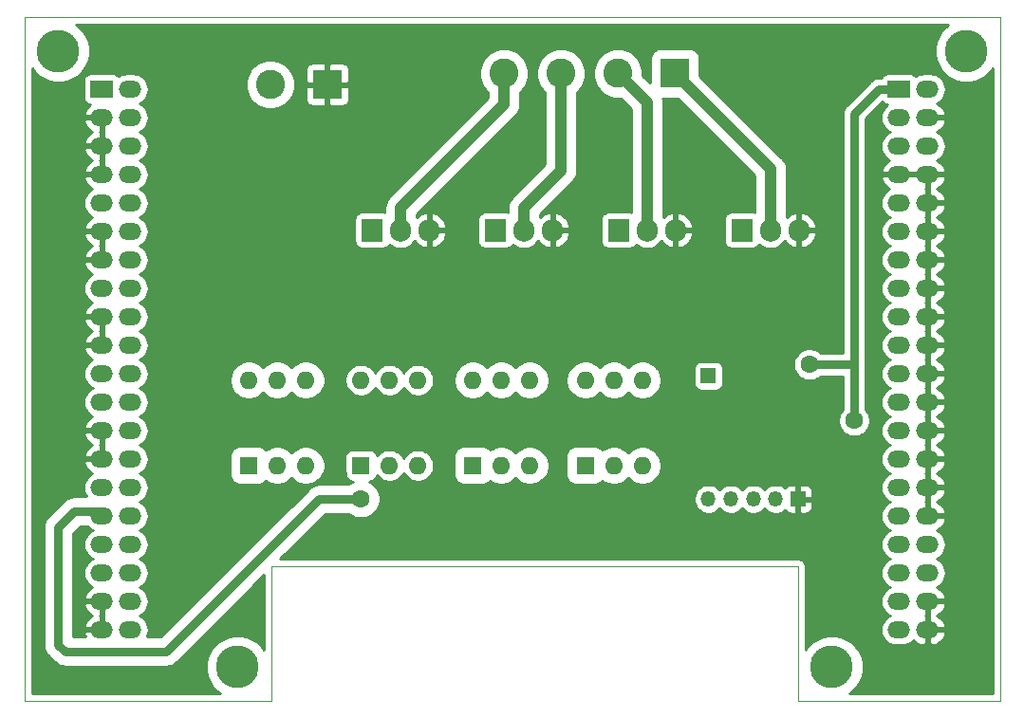
<source format=gbr>
%TF.GenerationSoftware,KiCad,Pcbnew,5.1.7-a382d34a8~87~ubuntu18.04.1*%
%TF.CreationDate,2020-10-24T22:54:41-03:00*%
%TF.ProjectId,TP-CESE,54502d43-4553-4452-9e6b-696361645f70,1*%
%TF.SameCoordinates,Original*%
%TF.FileFunction,Copper,L2,Bot*%
%TF.FilePolarity,Positive*%
%FSLAX46Y46*%
G04 Gerber Fmt 4.6, Leading zero omitted, Abs format (unit mm)*
G04 Created by KiCad (PCBNEW 5.1.7-a382d34a8~87~ubuntu18.04.1) date 2020-10-24 22:54:41*
%MOMM*%
%LPD*%
G01*
G04 APERTURE LIST*
%TA.AperFunction,Profile*%
%ADD10C,0.050000*%
%TD*%
%TA.AperFunction,ComponentPad*%
%ADD11O,2.000000X1.524000*%
%TD*%
%TA.AperFunction,ComponentPad*%
%ADD12R,2.000000X1.524000*%
%TD*%
%TA.AperFunction,ComponentPad*%
%ADD13O,1.600000X1.600000*%
%TD*%
%TA.AperFunction,ComponentPad*%
%ADD14R,1.600000X1.600000*%
%TD*%
%TA.AperFunction,ComponentPad*%
%ADD15O,1.905000X2.000000*%
%TD*%
%TA.AperFunction,ComponentPad*%
%ADD16R,1.905000X2.000000*%
%TD*%
%TA.AperFunction,ComponentPad*%
%ADD17C,3.800000*%
%TD*%
%TA.AperFunction,ComponentPad*%
%ADD18R,2.600000X2.600000*%
%TD*%
%TA.AperFunction,ComponentPad*%
%ADD19C,2.600000*%
%TD*%
%TA.AperFunction,ComponentPad*%
%ADD20O,1.350000X1.350000*%
%TD*%
%TA.AperFunction,ComponentPad*%
%ADD21R,1.350000X1.350000*%
%TD*%
%TA.AperFunction,ViaPad*%
%ADD22C,0.800000*%
%TD*%
%TA.AperFunction,ViaPad*%
%ADD23C,1.600000*%
%TD*%
%TA.AperFunction,Conductor*%
%ADD24C,0.250000*%
%TD*%
%TA.AperFunction,Conductor*%
%ADD25C,1.000000*%
%TD*%
%TA.AperFunction,Conductor*%
%ADD26C,0.800000*%
%TD*%
%TA.AperFunction,Conductor*%
%ADD27C,0.254000*%
%TD*%
%TA.AperFunction,Conductor*%
%ADD28C,0.100000*%
%TD*%
G04 APERTURE END LIST*
D10*
X158000000Y-128000000D02*
X158000000Y-126000000D01*
X176000000Y-128000000D02*
X158000000Y-128000000D01*
X176000000Y-126000000D02*
X176000000Y-128000000D01*
X111000000Y-128000000D02*
X111000000Y-126000000D01*
X89000000Y-128000000D02*
X111000000Y-128000000D01*
X89000000Y-126000000D02*
X89000000Y-128000000D01*
X176000000Y-67000000D02*
X174000000Y-67000000D01*
X176000000Y-126000000D02*
X176000000Y-67000000D01*
X158000000Y-116000000D02*
X158000000Y-126000000D01*
X111000000Y-116000000D02*
X158000000Y-116000000D01*
X111000000Y-126000000D02*
X111000000Y-116000000D01*
X89000000Y-123000000D02*
X89000000Y-126000000D01*
X89000000Y-123000000D02*
X89000000Y-67000000D01*
X89000000Y-67000000D02*
X174000000Y-67000000D01*
D11*
%TO.P,X1,80*%
%TO.N,Net-(X1-Pad80)*%
X98420000Y-121660000D03*
%TO.P,X1,79*%
%TO.N,GND*%
X95880000Y-121660000D03*
%TO.P,X1,78*%
%TO.N,Net-(X1-Pad78)*%
X98420000Y-119120000D03*
%TO.P,X1,77*%
%TO.N,GND*%
X95880000Y-119120000D03*
%TO.P,X1,76*%
%TO.N,Net-(X1-Pad76)*%
X98420000Y-116580000D03*
%TO.P,X1,75*%
%TO.N,Net-(X1-Pad75)*%
X95880000Y-116580000D03*
%TO.P,X1,74*%
%TO.N,Net-(U3-Pad1)*%
X98420000Y-114040000D03*
%TO.P,X1,73*%
%TO.N,Net-(U4-Pad1)*%
X95880000Y-114040000D03*
%TO.P,X1,72*%
%TO.N,Net-(U1-Pad1)*%
X98420000Y-111500000D03*
%TO.P,X1,71*%
%TO.N,Net-(U2-Pad1)*%
X95880000Y-111500000D03*
%TO.P,X1,70*%
%TO.N,Net-(X1-Pad70)*%
X98420000Y-108960000D03*
%TO.P,X1,69*%
%TO.N,Net-(X1-Pad69)*%
X95880000Y-108960000D03*
%TO.P,X1,68*%
%TO.N,Net-(X1-Pad68)*%
X98420000Y-106420000D03*
%TO.P,X1,67*%
%TO.N,GND*%
X95880000Y-106420000D03*
%TO.P,X1,66*%
%TO.N,Net-(X1-Pad66)*%
X98420000Y-103880000D03*
%TO.P,X1,65*%
%TO.N,GND*%
X95880000Y-103880000D03*
%TO.P,X1,64*%
%TO.N,Net-(X1-Pad64)*%
X98420000Y-101340000D03*
%TO.P,X1,63*%
%TO.N,Net-(X1-Pad63)*%
X95880000Y-101340000D03*
%TO.P,X1,62*%
%TO.N,Net-(X1-Pad62)*%
X98420000Y-98800000D03*
%TO.P,X1,61*%
%TO.N,Net-(X1-Pad61)*%
X95880000Y-98800000D03*
%TO.P,X1,60*%
%TO.N,Net-(X1-Pad60)*%
X98420000Y-96260000D03*
%TO.P,X1,59*%
%TO.N,GND*%
X95880000Y-96260000D03*
%TO.P,X1,58*%
%TO.N,Net-(X1-Pad58)*%
X98420000Y-93720000D03*
%TO.P,X1,57*%
%TO.N,GND*%
X95880000Y-93720000D03*
%TO.P,X1,56*%
%TO.N,Net-(X1-Pad56)*%
X98420000Y-91180000D03*
%TO.P,X1,55*%
%TO.N,Net-(X1-Pad55)*%
X95880000Y-91180000D03*
%TO.P,X1,54*%
%TO.N,Net-(X1-Pad54)*%
X98420000Y-88640000D03*
%TO.P,X1,53*%
%TO.N,GND*%
X95880000Y-88640000D03*
%TO.P,X1,52*%
%TO.N,Net-(X1-Pad52)*%
X98420000Y-86100000D03*
%TO.P,X1,51*%
%TO.N,GND*%
X95880000Y-86100000D03*
%TO.P,X1,50*%
%TO.N,Net-(X1-Pad50)*%
X98420000Y-83560000D03*
%TO.P,X1,49*%
%TO.N,Net-(X1-Pad49)*%
X95880000Y-83560000D03*
%TO.P,X1,48*%
%TO.N,Net-(X1-Pad48)*%
X98420000Y-81020000D03*
%TO.P,X1,47*%
%TO.N,GND*%
X95880000Y-81020000D03*
%TO.P,X1,46*%
%TO.N,Net-(X1-Pad46)*%
X98420000Y-78480000D03*
%TO.P,X1,45*%
%TO.N,GND*%
X95880000Y-78480000D03*
%TO.P,X1,44*%
%TO.N,Net-(X1-Pad44)*%
X98420000Y-75940000D03*
%TO.P,X1,43*%
%TO.N,GND*%
X95880000Y-75940000D03*
%TO.P,X1,42*%
%TO.N,Net-(X1-Pad42)*%
X98420000Y-73400000D03*
D12*
%TO.P,X1,41*%
%TO.N,Net-(X1-Pad41)*%
X95880000Y-73400000D03*
D11*
%TO.P,X1,30*%
%TO.N,GND*%
X169540000Y-108960000D03*
%TO.P,X1,40*%
X169540000Y-121660000D03*
%TO.P,X1,39*%
%TO.N,Net-(X1-Pad39)*%
X167000000Y-121660000D03*
%TO.P,X1,9*%
%TO.N,Net-(X1-Pad9)*%
X167000000Y-83560000D03*
%TO.P,X1,7*%
%TO.N,GND*%
X167000000Y-81020000D03*
%TO.P,X1,5*%
%TO.N,Net-(X1-Pad5)*%
X167000000Y-78480000D03*
%TO.P,X1,3*%
%TO.N,Net-(X1-Pad3)*%
X167000000Y-75940000D03*
%TO.P,X1,37*%
%TO.N,Net-(X1-Pad37)*%
X167000000Y-119120000D03*
%TO.P,X1,35*%
%TO.N,Net-(X1-Pad35)*%
X167000000Y-116580000D03*
%TO.P,X1,38*%
%TO.N,GND*%
X169540000Y-119120000D03*
%TO.P,X1,36*%
%TO.N,Net-(X1-Pad36)*%
X169540000Y-116580000D03*
%TO.P,X1,34*%
%TO.N,Net-(X1-Pad34)*%
X169540000Y-114040000D03*
%TO.P,X1,32*%
%TO.N,GND*%
X169540000Y-111500000D03*
%TO.P,X1,28*%
X169540000Y-106420000D03*
%TO.P,X1,33*%
%TO.N,Net-(X1-Pad33)*%
X167000000Y-114040000D03*
%TO.P,X1,26*%
%TO.N,GND*%
X169540000Y-103880000D03*
%TO.P,X1,24*%
X169540000Y-101340000D03*
%TO.P,X1,31*%
%TO.N,Net-(X1-Pad31)*%
X167000000Y-111500000D03*
%TO.P,X1,22*%
%TO.N,GND*%
X169540000Y-98800000D03*
%TO.P,X1,29*%
%TO.N,Net-(X1-Pad29)*%
X167000000Y-108960000D03*
%TO.P,X1,20*%
%TO.N,GND*%
X169540000Y-96260000D03*
%TO.P,X1,27*%
%TO.N,Net-(X1-Pad27)*%
X167000000Y-106420000D03*
%TO.P,X1,18*%
%TO.N,GND*%
X169540000Y-93720000D03*
%TO.P,X1,25*%
%TO.N,Net-(X1-Pad25)*%
X167000000Y-103880000D03*
%TO.P,X1,16*%
%TO.N,GND*%
X169540000Y-91180000D03*
%TO.P,X1,23*%
%TO.N,Net-(X1-Pad23)*%
X167000000Y-101340000D03*
%TO.P,X1,14*%
%TO.N,GND*%
X169540000Y-88640000D03*
%TO.P,X1,21*%
%TO.N,Net-(R17-Pad1)*%
X167000000Y-98800000D03*
%TO.P,X1,12*%
%TO.N,GND*%
X169540000Y-86100000D03*
%TO.P,X1,19*%
%TO.N,Net-(R18-Pad2)*%
X167000000Y-96260000D03*
%TO.P,X1,10*%
%TO.N,GND*%
X169540000Y-83560000D03*
%TO.P,X1,17*%
%TO.N,Net-(X1-Pad17)*%
X167000000Y-93720000D03*
%TO.P,X1,8*%
%TO.N,GND*%
X169540000Y-81020000D03*
%TO.P,X1,15*%
%TO.N,Net-(X1-Pad15)*%
X167000000Y-91180000D03*
%TO.P,X1,6*%
%TO.N,Net-(X1-Pad6)*%
X169540000Y-78480000D03*
%TO.P,X1,13*%
%TO.N,Net-(X1-Pad13)*%
X167000000Y-88640000D03*
%TO.P,X1,4*%
%TO.N,GND*%
X169540000Y-75940000D03*
%TO.P,X1,11*%
%TO.N,Net-(X1-Pad11)*%
X167000000Y-86100000D03*
%TO.P,X1,2*%
%TO.N,Net-(X1-Pad2)*%
X169540000Y-73400000D03*
D12*
%TO.P,X1,1*%
%TO.N,+3V3*%
X167000000Y-73400000D03*
%TD*%
D13*
%TO.P,U3,6*%
%TO.N,Net-(U3-Pad6)*%
X129000000Y-99380000D03*
%TO.P,U3,3*%
%TO.N,Net-(U3-Pad3)*%
X134080000Y-107000000D03*
%TO.P,U3,5*%
%TO.N,Net-(R7-Pad2)*%
X131540000Y-99380000D03*
%TO.P,U3,2*%
%TO.N,Net-(R3-Pad1)*%
X131540000Y-107000000D03*
%TO.P,U3,4*%
%TO.N,Net-(R11-Pad1)*%
X134080000Y-99380000D03*
D14*
%TO.P,U3,1*%
%TO.N,Net-(U3-Pad1)*%
X129000000Y-107000000D03*
%TD*%
D15*
%TO.P,Q3,3*%
%TO.N,GND*%
X147080000Y-86000000D03*
%TO.P,Q3,2*%
%TO.N,Net-(D3-Pad2)*%
X144540000Y-86000000D03*
D16*
%TO.P,Q3,1*%
%TO.N,Net-(Q3-Pad1)*%
X142000000Y-86000000D03*
%TD*%
D15*
%TO.P,Q2,3*%
%TO.N,GND*%
X136080000Y-86000000D03*
%TO.P,Q2,2*%
%TO.N,Net-(D2-Pad2)*%
X133540000Y-86000000D03*
D16*
%TO.P,Q2,1*%
%TO.N,Net-(Q2-Pad1)*%
X131000000Y-86000000D03*
%TD*%
D17*
%TO.P,H4,1*%
%TO.N,N/C*%
X108000000Y-125000000D03*
%TD*%
%TO.P,H3,1*%
%TO.N,N/C*%
X173000000Y-70000000D03*
%TD*%
%TO.P,H2,1*%
%TO.N,N/C*%
X161000000Y-125000000D03*
%TD*%
%TO.P,H1,1*%
%TO.N,N/C*%
X92000000Y-70000000D03*
%TD*%
D18*
%TO.P,J3,1*%
%TO.N,GND*%
X116000000Y-73000000D03*
D19*
%TO.P,J3,2*%
%TO.N,+5VP*%
X110920000Y-73000000D03*
%TD*%
D15*
%TO.P,Q4,3*%
%TO.N,GND*%
X158080000Y-86000000D03*
%TO.P,Q4,2*%
%TO.N,Net-(D4-Pad2)*%
X155540000Y-86000000D03*
D16*
%TO.P,Q4,1*%
%TO.N,Net-(Q4-Pad1)*%
X153000000Y-86000000D03*
%TD*%
D15*
%TO.P,Q1,3*%
%TO.N,GND*%
X125080000Y-86000000D03*
%TO.P,Q1,2*%
%TO.N,Net-(D1-Pad2)*%
X122540000Y-86000000D03*
D16*
%TO.P,Q1,1*%
%TO.N,Net-(Q1-Pad1)*%
X120000000Y-86000000D03*
%TD*%
D13*
%TO.P,U4,6*%
%TO.N,Net-(U4-Pad6)*%
X139000000Y-99380000D03*
%TO.P,U4,3*%
%TO.N,Net-(U4-Pad3)*%
X144080000Y-107000000D03*
%TO.P,U4,5*%
%TO.N,Net-(R8-Pad2)*%
X141540000Y-99380000D03*
%TO.P,U4,2*%
%TO.N,Net-(R4-Pad1)*%
X141540000Y-107000000D03*
%TO.P,U4,4*%
%TO.N,Net-(R12-Pad1)*%
X144080000Y-99380000D03*
D14*
%TO.P,U4,1*%
%TO.N,Net-(U4-Pad1)*%
X139000000Y-107000000D03*
%TD*%
D13*
%TO.P,U2,6*%
%TO.N,Net-(U2-Pad6)*%
X119000000Y-99380000D03*
%TO.P,U2,3*%
%TO.N,Net-(U2-Pad3)*%
X124080000Y-107000000D03*
%TO.P,U2,5*%
%TO.N,Net-(R6-Pad2)*%
X121540000Y-99380000D03*
%TO.P,U2,2*%
%TO.N,Net-(R2-Pad1)*%
X121540000Y-107000000D03*
%TO.P,U2,4*%
%TO.N,Net-(R10-Pad1)*%
X124080000Y-99380000D03*
D14*
%TO.P,U2,1*%
%TO.N,Net-(U2-Pad1)*%
X119000000Y-107000000D03*
%TD*%
D13*
%TO.P,U1,6*%
%TO.N,Net-(U1-Pad6)*%
X109000000Y-99380000D03*
%TO.P,U1,3*%
%TO.N,Net-(U1-Pad3)*%
X114080000Y-107000000D03*
%TO.P,U1,5*%
%TO.N,Net-(R5-Pad2)*%
X111540000Y-99380000D03*
%TO.P,U1,2*%
%TO.N,Net-(R1-Pad1)*%
X111540000Y-107000000D03*
%TO.P,U1,4*%
%TO.N,Net-(R9-Pad1)*%
X114080000Y-99380000D03*
D14*
%TO.P,U1,1*%
%TO.N,Net-(U1-Pad1)*%
X109000000Y-107000000D03*
%TD*%
D20*
%TO.P,J4,5*%
%TO.N,Net-(J4-Pad5)*%
X150000000Y-110000000D03*
%TO.P,J4,4*%
%TO.N,Net-(J4-Pad4)*%
X152000000Y-110000000D03*
%TO.P,J4,3*%
%TO.N,Net-(J4-Pad3)*%
X154000000Y-110000000D03*
%TO.P,J4,2*%
%TO.N,Net-(J4-Pad2)*%
X156000000Y-110000000D03*
D21*
%TO.P,J4,1*%
%TO.N,GND*%
X158000000Y-110000000D03*
%TD*%
D18*
%TO.P,J1,1*%
%TO.N,Net-(D4-Pad2)*%
X147000000Y-72000000D03*
D19*
%TO.P,J1,2*%
%TO.N,Net-(D3-Pad2)*%
X141920000Y-72000000D03*
%TO.P,J1,3*%
%TO.N,Net-(D2-Pad2)*%
X136840000Y-72000000D03*
%TO.P,J1,4*%
%TO.N,Net-(D1-Pad2)*%
X131760000Y-72000000D03*
%TD*%
D21*
%TO.P,J5,1*%
%TO.N,Net-(J5-Pad1)*%
X150000000Y-99000000D03*
%TD*%
D22*
%TO.N,GND*%
X151000000Y-103000000D03*
D23*
X147000000Y-109000000D03*
X137000000Y-109000000D03*
X127000000Y-109000000D03*
X117000000Y-108000000D03*
D22*
X152000000Y-101000000D03*
D23*
X101000000Y-120000000D03*
%TO.N,Net-(U2-Pad1)*%
X119000000Y-110000000D03*
%TO.N,+3V3*%
X163000000Y-103000000D03*
X159000000Y-98000000D03*
%TD*%
D24*
%TO.N,GND*%
X93954990Y-112425010D02*
X94000000Y-112425010D01*
X116000000Y-73000000D02*
X114620002Y-73000000D01*
D25*
%TO.N,Net-(D1-Pad2)*%
X131760000Y-74780000D02*
X131760000Y-72000000D01*
X122540000Y-84000000D02*
X131760000Y-74780000D01*
X122540000Y-86000000D02*
X122540000Y-84000000D01*
%TO.N,Net-(D2-Pad2)*%
X136840000Y-80700000D02*
X136840000Y-72000000D01*
X133540000Y-84000000D02*
X136840000Y-80700000D01*
X133540000Y-86000000D02*
X133540000Y-84000000D01*
%TO.N,Net-(D3-Pad2)*%
X144540000Y-74620000D02*
X141920000Y-72000000D01*
X144540000Y-86000000D02*
X144540000Y-74620000D01*
%TO.N,Net-(D4-Pad2)*%
X155540000Y-80540000D02*
X147000000Y-72000000D01*
X155540000Y-86000000D02*
X155540000Y-80540000D01*
D26*
%TO.N,Net-(U2-Pad1)*%
X115267575Y-110000000D02*
X119000000Y-110000000D01*
X101645565Y-123622010D02*
X115267575Y-110000000D01*
X92000000Y-123000000D02*
X92622010Y-123622010D01*
X92622010Y-123622010D02*
X101645565Y-123622010D01*
X95480000Y-111100000D02*
X95880000Y-111500000D01*
X93406153Y-111100000D02*
X95480000Y-111100000D01*
X92000000Y-112506153D02*
X93406153Y-111100000D01*
X92000000Y-123000000D02*
X92000000Y-112506153D01*
%TO.N,+3V3*%
X163000000Y-75600000D02*
X163000000Y-98000000D01*
X165200000Y-73400000D02*
X163000000Y-75600000D01*
X167000000Y-73400000D02*
X165200000Y-73400000D01*
X163000000Y-98000000D02*
X163000000Y-103000000D01*
X159000000Y-98000000D02*
X163000000Y-98000000D01*
%TD*%
D27*
%TO.N,GND*%
X171197892Y-67804125D02*
X170804125Y-68197892D01*
X170494745Y-68660913D01*
X170281640Y-69175394D01*
X170173000Y-69721565D01*
X170173000Y-70278435D01*
X170281640Y-70824606D01*
X170494745Y-71339087D01*
X170804125Y-71802108D01*
X171197892Y-72195875D01*
X171660913Y-72505255D01*
X172175394Y-72718360D01*
X172721565Y-72827000D01*
X173278435Y-72827000D01*
X173824606Y-72718360D01*
X174339087Y-72505255D01*
X174802108Y-72195875D01*
X175195875Y-71802108D01*
X175340001Y-71586408D01*
X175340000Y-125967581D01*
X175340000Y-125967582D01*
X175340001Y-127340000D01*
X162586409Y-127340000D01*
X162802108Y-127195875D01*
X163195875Y-126802108D01*
X163505255Y-126339087D01*
X163718360Y-125824606D01*
X163827000Y-125278435D01*
X163827000Y-124721565D01*
X163718360Y-124175394D01*
X163505255Y-123660913D01*
X163195875Y-123197892D01*
X162802108Y-122804125D01*
X162339087Y-122494745D01*
X161824606Y-122281640D01*
X161278435Y-122173000D01*
X160721565Y-122173000D01*
X160175394Y-122281640D01*
X159660913Y-122494745D01*
X159197892Y-122804125D01*
X158804125Y-123197892D01*
X158660000Y-123413591D01*
X158660000Y-116032419D01*
X158663193Y-116000000D01*
X158650450Y-115870617D01*
X158612710Y-115746207D01*
X158551425Y-115631550D01*
X158468948Y-115531052D01*
X158368450Y-115448575D01*
X158253793Y-115387290D01*
X158129383Y-115349550D01*
X158032419Y-115340000D01*
X158000000Y-115336807D01*
X157967581Y-115340000D01*
X111804236Y-115340000D01*
X115817236Y-111327000D01*
X117884654Y-111327000D01*
X117899102Y-111341448D01*
X118181959Y-111530447D01*
X118496253Y-111660632D01*
X118829905Y-111727000D01*
X119170095Y-111727000D01*
X119503747Y-111660632D01*
X119818041Y-111530447D01*
X120100898Y-111341448D01*
X120341448Y-111100898D01*
X120530447Y-110818041D01*
X120660632Y-110503747D01*
X120727000Y-110170095D01*
X120727000Y-109870976D01*
X148690000Y-109870976D01*
X148690000Y-110129024D01*
X148740342Y-110382113D01*
X148839093Y-110620518D01*
X148982456Y-110835077D01*
X149164923Y-111017544D01*
X149379482Y-111160907D01*
X149617887Y-111259658D01*
X149870976Y-111310000D01*
X150129024Y-111310000D01*
X150382113Y-111259658D01*
X150620518Y-111160907D01*
X150835077Y-111017544D01*
X151000000Y-110852621D01*
X151164923Y-111017544D01*
X151379482Y-111160907D01*
X151617887Y-111259658D01*
X151870976Y-111310000D01*
X152129024Y-111310000D01*
X152382113Y-111259658D01*
X152620518Y-111160907D01*
X152835077Y-111017544D01*
X153000000Y-110852621D01*
X153164923Y-111017544D01*
X153379482Y-111160907D01*
X153617887Y-111259658D01*
X153870976Y-111310000D01*
X154129024Y-111310000D01*
X154382113Y-111259658D01*
X154620518Y-111160907D01*
X154835077Y-111017544D01*
X155000000Y-110852621D01*
X155164923Y-111017544D01*
X155379482Y-111160907D01*
X155617887Y-111259658D01*
X155870976Y-111310000D01*
X156129024Y-111310000D01*
X156382113Y-111259658D01*
X156620518Y-111160907D01*
X156802513Y-111039303D01*
X156873815Y-111126185D01*
X156970506Y-111205537D01*
X157080820Y-111264502D01*
X157200518Y-111300812D01*
X157325000Y-111313072D01*
X157714250Y-111310000D01*
X157873000Y-111151250D01*
X157873000Y-110127000D01*
X158127000Y-110127000D01*
X158127000Y-111151250D01*
X158285750Y-111310000D01*
X158675000Y-111313072D01*
X158799482Y-111300812D01*
X158919180Y-111264502D01*
X159029494Y-111205537D01*
X159126185Y-111126185D01*
X159205537Y-111029494D01*
X159264502Y-110919180D01*
X159300812Y-110799482D01*
X159313072Y-110675000D01*
X159310000Y-110285750D01*
X159151250Y-110127000D01*
X158127000Y-110127000D01*
X157873000Y-110127000D01*
X157853000Y-110127000D01*
X157853000Y-109873000D01*
X157873000Y-109873000D01*
X157873000Y-108848750D01*
X158127000Y-108848750D01*
X158127000Y-109873000D01*
X159151250Y-109873000D01*
X159310000Y-109714250D01*
X159313072Y-109325000D01*
X159300812Y-109200518D01*
X159264502Y-109080820D01*
X159205537Y-108970506D01*
X159126185Y-108873815D01*
X159029494Y-108794463D01*
X158919180Y-108735498D01*
X158799482Y-108699188D01*
X158675000Y-108686928D01*
X158285750Y-108690000D01*
X158127000Y-108848750D01*
X157873000Y-108848750D01*
X157714250Y-108690000D01*
X157325000Y-108686928D01*
X157200518Y-108699188D01*
X157080820Y-108735498D01*
X156970506Y-108794463D01*
X156873815Y-108873815D01*
X156802513Y-108960697D01*
X156620518Y-108839093D01*
X156382113Y-108740342D01*
X156129024Y-108690000D01*
X155870976Y-108690000D01*
X155617887Y-108740342D01*
X155379482Y-108839093D01*
X155164923Y-108982456D01*
X155000000Y-109147379D01*
X154835077Y-108982456D01*
X154620518Y-108839093D01*
X154382113Y-108740342D01*
X154129024Y-108690000D01*
X153870976Y-108690000D01*
X153617887Y-108740342D01*
X153379482Y-108839093D01*
X153164923Y-108982456D01*
X153000000Y-109147379D01*
X152835077Y-108982456D01*
X152620518Y-108839093D01*
X152382113Y-108740342D01*
X152129024Y-108690000D01*
X151870976Y-108690000D01*
X151617887Y-108740342D01*
X151379482Y-108839093D01*
X151164923Y-108982456D01*
X151000000Y-109147379D01*
X150835077Y-108982456D01*
X150620518Y-108839093D01*
X150382113Y-108740342D01*
X150129024Y-108690000D01*
X149870976Y-108690000D01*
X149617887Y-108740342D01*
X149379482Y-108839093D01*
X149164923Y-108982456D01*
X148982456Y-109164923D01*
X148839093Y-109379482D01*
X148740342Y-109617887D01*
X148690000Y-109870976D01*
X120727000Y-109870976D01*
X120727000Y-109829905D01*
X120660632Y-109496253D01*
X120530447Y-109181959D01*
X120341448Y-108899102D01*
X120100898Y-108658552D01*
X119818041Y-108469553D01*
X119742039Y-108438072D01*
X119800000Y-108438072D01*
X119924482Y-108425812D01*
X120044180Y-108389502D01*
X120154494Y-108330537D01*
X120251185Y-108251185D01*
X120330537Y-108154494D01*
X120389502Y-108044180D01*
X120425812Y-107924482D01*
X120426643Y-107916039D01*
X120625241Y-108114637D01*
X120860273Y-108271680D01*
X121121426Y-108379853D01*
X121398665Y-108435000D01*
X121681335Y-108435000D01*
X121958574Y-108379853D01*
X122219727Y-108271680D01*
X122454759Y-108114637D01*
X122654637Y-107914759D01*
X122810000Y-107682241D01*
X122965363Y-107914759D01*
X123165241Y-108114637D01*
X123400273Y-108271680D01*
X123661426Y-108379853D01*
X123938665Y-108435000D01*
X124221335Y-108435000D01*
X124498574Y-108379853D01*
X124759727Y-108271680D01*
X124994759Y-108114637D01*
X125194637Y-107914759D01*
X125351680Y-107679727D01*
X125459853Y-107418574D01*
X125515000Y-107141335D01*
X125515000Y-106858665D01*
X125459853Y-106581426D01*
X125351680Y-106320273D01*
X125271317Y-106200000D01*
X127268515Y-106200000D01*
X127268515Y-107800000D01*
X127286413Y-107981724D01*
X127339420Y-108156464D01*
X127425499Y-108317505D01*
X127541341Y-108458659D01*
X127682495Y-108574501D01*
X127843536Y-108660580D01*
X128018276Y-108713587D01*
X128200000Y-108731485D01*
X129800000Y-108731485D01*
X129981724Y-108713587D01*
X130156464Y-108660580D01*
X130317505Y-108574501D01*
X130458659Y-108458659D01*
X130513858Y-108391399D01*
X130721959Y-108530447D01*
X131036253Y-108660632D01*
X131369905Y-108727000D01*
X131710095Y-108727000D01*
X132043747Y-108660632D01*
X132358041Y-108530447D01*
X132640898Y-108341448D01*
X132810000Y-108172346D01*
X132979102Y-108341448D01*
X133261959Y-108530447D01*
X133576253Y-108660632D01*
X133909905Y-108727000D01*
X134250095Y-108727000D01*
X134583747Y-108660632D01*
X134898041Y-108530447D01*
X135180898Y-108341448D01*
X135421448Y-108100898D01*
X135610447Y-107818041D01*
X135740632Y-107503747D01*
X135807000Y-107170095D01*
X135807000Y-106829905D01*
X135740632Y-106496253D01*
X135617920Y-106200000D01*
X137268515Y-106200000D01*
X137268515Y-107800000D01*
X137286413Y-107981724D01*
X137339420Y-108156464D01*
X137425499Y-108317505D01*
X137541341Y-108458659D01*
X137682495Y-108574501D01*
X137843536Y-108660580D01*
X138018276Y-108713587D01*
X138200000Y-108731485D01*
X139800000Y-108731485D01*
X139981724Y-108713587D01*
X140156464Y-108660580D01*
X140317505Y-108574501D01*
X140458659Y-108458659D01*
X140513858Y-108391399D01*
X140721959Y-108530447D01*
X141036253Y-108660632D01*
X141369905Y-108727000D01*
X141710095Y-108727000D01*
X142043747Y-108660632D01*
X142358041Y-108530447D01*
X142640898Y-108341448D01*
X142810000Y-108172346D01*
X142979102Y-108341448D01*
X143261959Y-108530447D01*
X143576253Y-108660632D01*
X143909905Y-108727000D01*
X144250095Y-108727000D01*
X144583747Y-108660632D01*
X144898041Y-108530447D01*
X145180898Y-108341448D01*
X145421448Y-108100898D01*
X145610447Y-107818041D01*
X145740632Y-107503747D01*
X145807000Y-107170095D01*
X145807000Y-106829905D01*
X145740632Y-106496253D01*
X145610447Y-106181959D01*
X145421448Y-105899102D01*
X145180898Y-105658552D01*
X144898041Y-105469553D01*
X144583747Y-105339368D01*
X144250095Y-105273000D01*
X143909905Y-105273000D01*
X143576253Y-105339368D01*
X143261959Y-105469553D01*
X142979102Y-105658552D01*
X142810000Y-105827654D01*
X142640898Y-105658552D01*
X142358041Y-105469553D01*
X142043747Y-105339368D01*
X141710095Y-105273000D01*
X141369905Y-105273000D01*
X141036253Y-105339368D01*
X140721959Y-105469553D01*
X140513858Y-105608601D01*
X140458659Y-105541341D01*
X140317505Y-105425499D01*
X140156464Y-105339420D01*
X139981724Y-105286413D01*
X139800000Y-105268515D01*
X138200000Y-105268515D01*
X138018276Y-105286413D01*
X137843536Y-105339420D01*
X137682495Y-105425499D01*
X137541341Y-105541341D01*
X137425499Y-105682495D01*
X137339420Y-105843536D01*
X137286413Y-106018276D01*
X137268515Y-106200000D01*
X135617920Y-106200000D01*
X135610447Y-106181959D01*
X135421448Y-105899102D01*
X135180898Y-105658552D01*
X134898041Y-105469553D01*
X134583747Y-105339368D01*
X134250095Y-105273000D01*
X133909905Y-105273000D01*
X133576253Y-105339368D01*
X133261959Y-105469553D01*
X132979102Y-105658552D01*
X132810000Y-105827654D01*
X132640898Y-105658552D01*
X132358041Y-105469553D01*
X132043747Y-105339368D01*
X131710095Y-105273000D01*
X131369905Y-105273000D01*
X131036253Y-105339368D01*
X130721959Y-105469553D01*
X130513858Y-105608601D01*
X130458659Y-105541341D01*
X130317505Y-105425499D01*
X130156464Y-105339420D01*
X129981724Y-105286413D01*
X129800000Y-105268515D01*
X128200000Y-105268515D01*
X128018276Y-105286413D01*
X127843536Y-105339420D01*
X127682495Y-105425499D01*
X127541341Y-105541341D01*
X127425499Y-105682495D01*
X127339420Y-105843536D01*
X127286413Y-106018276D01*
X127268515Y-106200000D01*
X125271317Y-106200000D01*
X125194637Y-106085241D01*
X124994759Y-105885363D01*
X124759727Y-105728320D01*
X124498574Y-105620147D01*
X124221335Y-105565000D01*
X123938665Y-105565000D01*
X123661426Y-105620147D01*
X123400273Y-105728320D01*
X123165241Y-105885363D01*
X122965363Y-106085241D01*
X122810000Y-106317759D01*
X122654637Y-106085241D01*
X122454759Y-105885363D01*
X122219727Y-105728320D01*
X121958574Y-105620147D01*
X121681335Y-105565000D01*
X121398665Y-105565000D01*
X121121426Y-105620147D01*
X120860273Y-105728320D01*
X120625241Y-105885363D01*
X120426643Y-106083961D01*
X120425812Y-106075518D01*
X120389502Y-105955820D01*
X120330537Y-105845506D01*
X120251185Y-105748815D01*
X120154494Y-105669463D01*
X120044180Y-105610498D01*
X119924482Y-105574188D01*
X119800000Y-105561928D01*
X118200000Y-105561928D01*
X118075518Y-105574188D01*
X117955820Y-105610498D01*
X117845506Y-105669463D01*
X117748815Y-105748815D01*
X117669463Y-105845506D01*
X117610498Y-105955820D01*
X117574188Y-106075518D01*
X117561928Y-106200000D01*
X117561928Y-107800000D01*
X117574188Y-107924482D01*
X117610498Y-108044180D01*
X117669463Y-108154494D01*
X117748815Y-108251185D01*
X117845506Y-108330537D01*
X117955820Y-108389502D01*
X118075518Y-108425812D01*
X118200000Y-108438072D01*
X118257961Y-108438072D01*
X118181959Y-108469553D01*
X117899102Y-108658552D01*
X117884654Y-108673000D01*
X115332748Y-108673000D01*
X115267574Y-108666581D01*
X115202400Y-108673000D01*
X115202391Y-108673000D01*
X115007438Y-108692201D01*
X114848740Y-108740342D01*
X114757297Y-108768081D01*
X114526765Y-108891303D01*
X114375336Y-109015578D01*
X114324705Y-109057130D01*
X114283154Y-109107760D01*
X101095905Y-122295010D01*
X99902621Y-122295010D01*
X99954904Y-122197195D01*
X100034786Y-121933860D01*
X100061759Y-121660000D01*
X100034786Y-121386140D01*
X99954904Y-121122805D01*
X99825183Y-120880113D01*
X99650608Y-120667392D01*
X99437887Y-120492817D01*
X99245529Y-120390000D01*
X99437887Y-120287183D01*
X99650608Y-120112608D01*
X99825183Y-119899887D01*
X99954904Y-119657195D01*
X100034786Y-119393860D01*
X100061759Y-119120000D01*
X100034786Y-118846140D01*
X99954904Y-118582805D01*
X99825183Y-118340113D01*
X99650608Y-118127392D01*
X99437887Y-117952817D01*
X99245529Y-117850000D01*
X99437887Y-117747183D01*
X99650608Y-117572608D01*
X99825183Y-117359887D01*
X99954904Y-117117195D01*
X100034786Y-116853860D01*
X100061759Y-116580000D01*
X100034786Y-116306140D01*
X99954904Y-116042805D01*
X99825183Y-115800113D01*
X99650608Y-115587392D01*
X99437887Y-115412817D01*
X99245529Y-115310000D01*
X99437887Y-115207183D01*
X99650608Y-115032608D01*
X99825183Y-114819887D01*
X99954904Y-114577195D01*
X100034786Y-114313860D01*
X100061759Y-114040000D01*
X100034786Y-113766140D01*
X99954904Y-113502805D01*
X99825183Y-113260113D01*
X99650608Y-113047392D01*
X99437887Y-112872817D01*
X99245529Y-112770000D01*
X99437887Y-112667183D01*
X99650608Y-112492608D01*
X99825183Y-112279887D01*
X99954904Y-112037195D01*
X100034786Y-111773860D01*
X100061759Y-111500000D01*
X100034786Y-111226140D01*
X99954904Y-110962805D01*
X99825183Y-110720113D01*
X99650608Y-110507392D01*
X99437887Y-110332817D01*
X99245529Y-110230000D01*
X99437887Y-110127183D01*
X99650608Y-109952608D01*
X99825183Y-109739887D01*
X99954904Y-109497195D01*
X100034786Y-109233860D01*
X100061759Y-108960000D01*
X100034786Y-108686140D01*
X99954904Y-108422805D01*
X99825183Y-108180113D01*
X99650608Y-107967392D01*
X99437887Y-107792817D01*
X99245529Y-107690000D01*
X99437887Y-107587183D01*
X99650608Y-107412608D01*
X99825183Y-107199887D01*
X99954904Y-106957195D01*
X100034786Y-106693860D01*
X100061759Y-106420000D01*
X100040091Y-106200000D01*
X107268515Y-106200000D01*
X107268515Y-107800000D01*
X107286413Y-107981724D01*
X107339420Y-108156464D01*
X107425499Y-108317505D01*
X107541341Y-108458659D01*
X107682495Y-108574501D01*
X107843536Y-108660580D01*
X108018276Y-108713587D01*
X108200000Y-108731485D01*
X109800000Y-108731485D01*
X109981724Y-108713587D01*
X110156464Y-108660580D01*
X110317505Y-108574501D01*
X110458659Y-108458659D01*
X110513858Y-108391399D01*
X110721959Y-108530447D01*
X111036253Y-108660632D01*
X111369905Y-108727000D01*
X111710095Y-108727000D01*
X112043747Y-108660632D01*
X112358041Y-108530447D01*
X112640898Y-108341448D01*
X112810000Y-108172346D01*
X112979102Y-108341448D01*
X113261959Y-108530447D01*
X113576253Y-108660632D01*
X113909905Y-108727000D01*
X114250095Y-108727000D01*
X114583747Y-108660632D01*
X114898041Y-108530447D01*
X115180898Y-108341448D01*
X115421448Y-108100898D01*
X115610447Y-107818041D01*
X115740632Y-107503747D01*
X115807000Y-107170095D01*
X115807000Y-106829905D01*
X115740632Y-106496253D01*
X115610447Y-106181959D01*
X115421448Y-105899102D01*
X115180898Y-105658552D01*
X114898041Y-105469553D01*
X114583747Y-105339368D01*
X114250095Y-105273000D01*
X113909905Y-105273000D01*
X113576253Y-105339368D01*
X113261959Y-105469553D01*
X112979102Y-105658552D01*
X112810000Y-105827654D01*
X112640898Y-105658552D01*
X112358041Y-105469553D01*
X112043747Y-105339368D01*
X111710095Y-105273000D01*
X111369905Y-105273000D01*
X111036253Y-105339368D01*
X110721959Y-105469553D01*
X110513858Y-105608601D01*
X110458659Y-105541341D01*
X110317505Y-105425499D01*
X110156464Y-105339420D01*
X109981724Y-105286413D01*
X109800000Y-105268515D01*
X108200000Y-105268515D01*
X108018276Y-105286413D01*
X107843536Y-105339420D01*
X107682495Y-105425499D01*
X107541341Y-105541341D01*
X107425499Y-105682495D01*
X107339420Y-105843536D01*
X107286413Y-106018276D01*
X107268515Y-106200000D01*
X100040091Y-106200000D01*
X100034786Y-106146140D01*
X99954904Y-105882805D01*
X99825183Y-105640113D01*
X99650608Y-105427392D01*
X99437887Y-105252817D01*
X99245529Y-105150000D01*
X99437887Y-105047183D01*
X99650608Y-104872608D01*
X99825183Y-104659887D01*
X99954904Y-104417195D01*
X100034786Y-104153860D01*
X100061759Y-103880000D01*
X100034786Y-103606140D01*
X99954904Y-103342805D01*
X99825183Y-103100113D01*
X99650608Y-102887392D01*
X99437887Y-102712817D01*
X99245529Y-102610000D01*
X99437887Y-102507183D01*
X99650608Y-102332608D01*
X99825183Y-102119887D01*
X99954904Y-101877195D01*
X100034786Y-101613860D01*
X100061759Y-101340000D01*
X100034786Y-101066140D01*
X99954904Y-100802805D01*
X99825183Y-100560113D01*
X99650608Y-100347392D01*
X99437887Y-100172817D01*
X99245529Y-100070000D01*
X99437887Y-99967183D01*
X99650608Y-99792608D01*
X99825183Y-99579887D01*
X99954904Y-99337195D01*
X99993517Y-99209905D01*
X107273000Y-99209905D01*
X107273000Y-99550095D01*
X107339368Y-99883747D01*
X107469553Y-100198041D01*
X107658552Y-100480898D01*
X107899102Y-100721448D01*
X108181959Y-100910447D01*
X108496253Y-101040632D01*
X108829905Y-101107000D01*
X109170095Y-101107000D01*
X109503747Y-101040632D01*
X109818041Y-100910447D01*
X110100898Y-100721448D01*
X110270000Y-100552346D01*
X110439102Y-100721448D01*
X110721959Y-100910447D01*
X111036253Y-101040632D01*
X111369905Y-101107000D01*
X111710095Y-101107000D01*
X112043747Y-101040632D01*
X112358041Y-100910447D01*
X112640898Y-100721448D01*
X112810000Y-100552346D01*
X112979102Y-100721448D01*
X113261959Y-100910447D01*
X113576253Y-101040632D01*
X113909905Y-101107000D01*
X114250095Y-101107000D01*
X114583747Y-101040632D01*
X114898041Y-100910447D01*
X115180898Y-100721448D01*
X115421448Y-100480898D01*
X115610447Y-100198041D01*
X115740632Y-99883747D01*
X115807000Y-99550095D01*
X115807000Y-99238665D01*
X117565000Y-99238665D01*
X117565000Y-99521335D01*
X117620147Y-99798574D01*
X117728320Y-100059727D01*
X117885363Y-100294759D01*
X118085241Y-100494637D01*
X118320273Y-100651680D01*
X118581426Y-100759853D01*
X118858665Y-100815000D01*
X119141335Y-100815000D01*
X119418574Y-100759853D01*
X119679727Y-100651680D01*
X119914759Y-100494637D01*
X120114637Y-100294759D01*
X120270000Y-100062241D01*
X120425363Y-100294759D01*
X120625241Y-100494637D01*
X120860273Y-100651680D01*
X121121426Y-100759853D01*
X121398665Y-100815000D01*
X121681335Y-100815000D01*
X121958574Y-100759853D01*
X122219727Y-100651680D01*
X122454759Y-100494637D01*
X122654637Y-100294759D01*
X122810000Y-100062241D01*
X122965363Y-100294759D01*
X123165241Y-100494637D01*
X123400273Y-100651680D01*
X123661426Y-100759853D01*
X123938665Y-100815000D01*
X124221335Y-100815000D01*
X124498574Y-100759853D01*
X124759727Y-100651680D01*
X124994759Y-100494637D01*
X125194637Y-100294759D01*
X125351680Y-100059727D01*
X125459853Y-99798574D01*
X125515000Y-99521335D01*
X125515000Y-99238665D01*
X125509280Y-99209905D01*
X127273000Y-99209905D01*
X127273000Y-99550095D01*
X127339368Y-99883747D01*
X127469553Y-100198041D01*
X127658552Y-100480898D01*
X127899102Y-100721448D01*
X128181959Y-100910447D01*
X128496253Y-101040632D01*
X128829905Y-101107000D01*
X129170095Y-101107000D01*
X129503747Y-101040632D01*
X129818041Y-100910447D01*
X130100898Y-100721448D01*
X130270000Y-100552346D01*
X130439102Y-100721448D01*
X130721959Y-100910447D01*
X131036253Y-101040632D01*
X131369905Y-101107000D01*
X131710095Y-101107000D01*
X132043747Y-101040632D01*
X132358041Y-100910447D01*
X132640898Y-100721448D01*
X132810000Y-100552346D01*
X132979102Y-100721448D01*
X133261959Y-100910447D01*
X133576253Y-101040632D01*
X133909905Y-101107000D01*
X134250095Y-101107000D01*
X134583747Y-101040632D01*
X134898041Y-100910447D01*
X135180898Y-100721448D01*
X135421448Y-100480898D01*
X135610447Y-100198041D01*
X135740632Y-99883747D01*
X135807000Y-99550095D01*
X135807000Y-99209905D01*
X137273000Y-99209905D01*
X137273000Y-99550095D01*
X137339368Y-99883747D01*
X137469553Y-100198041D01*
X137658552Y-100480898D01*
X137899102Y-100721448D01*
X138181959Y-100910447D01*
X138496253Y-101040632D01*
X138829905Y-101107000D01*
X139170095Y-101107000D01*
X139503747Y-101040632D01*
X139818041Y-100910447D01*
X140100898Y-100721448D01*
X140270000Y-100552346D01*
X140439102Y-100721448D01*
X140721959Y-100910447D01*
X141036253Y-101040632D01*
X141369905Y-101107000D01*
X141710095Y-101107000D01*
X142043747Y-101040632D01*
X142358041Y-100910447D01*
X142640898Y-100721448D01*
X142810000Y-100552346D01*
X142979102Y-100721448D01*
X143261959Y-100910447D01*
X143576253Y-101040632D01*
X143909905Y-101107000D01*
X144250095Y-101107000D01*
X144583747Y-101040632D01*
X144898041Y-100910447D01*
X145180898Y-100721448D01*
X145421448Y-100480898D01*
X145610447Y-100198041D01*
X145740632Y-99883747D01*
X145807000Y-99550095D01*
X145807000Y-99209905D01*
X145740632Y-98876253D01*
X145610447Y-98561959D01*
X145452117Y-98325000D01*
X148686928Y-98325000D01*
X148686928Y-99675000D01*
X148699188Y-99799482D01*
X148735498Y-99919180D01*
X148794463Y-100029494D01*
X148873815Y-100126185D01*
X148970506Y-100205537D01*
X149080820Y-100264502D01*
X149200518Y-100300812D01*
X149325000Y-100313072D01*
X150675000Y-100313072D01*
X150799482Y-100300812D01*
X150919180Y-100264502D01*
X151029494Y-100205537D01*
X151126185Y-100126185D01*
X151205537Y-100029494D01*
X151264502Y-99919180D01*
X151300812Y-99799482D01*
X151313072Y-99675000D01*
X151313072Y-98325000D01*
X151300812Y-98200518D01*
X151264502Y-98080820D01*
X151205537Y-97970506D01*
X151126185Y-97873815D01*
X151107725Y-97858665D01*
X157565000Y-97858665D01*
X157565000Y-98141335D01*
X157620147Y-98418574D01*
X157728320Y-98679727D01*
X157885363Y-98914759D01*
X158085241Y-99114637D01*
X158320273Y-99271680D01*
X158581426Y-99379853D01*
X158858665Y-99435000D01*
X159141335Y-99435000D01*
X159418574Y-99379853D01*
X159679727Y-99271680D01*
X159914759Y-99114637D01*
X159994396Y-99035000D01*
X161965000Y-99035000D01*
X161965001Y-102005603D01*
X161885363Y-102085241D01*
X161728320Y-102320273D01*
X161620147Y-102581426D01*
X161565000Y-102858665D01*
X161565000Y-103141335D01*
X161620147Y-103418574D01*
X161728320Y-103679727D01*
X161885363Y-103914759D01*
X162085241Y-104114637D01*
X162320273Y-104271680D01*
X162581426Y-104379853D01*
X162858665Y-104435000D01*
X163141335Y-104435000D01*
X163418574Y-104379853D01*
X163679727Y-104271680D01*
X163914759Y-104114637D01*
X164114637Y-103914759D01*
X164271680Y-103679727D01*
X164379853Y-103418574D01*
X164435000Y-103141335D01*
X164435000Y-102858665D01*
X164379853Y-102581426D01*
X164271680Y-102320273D01*
X164114637Y-102085241D01*
X164035000Y-102005604D01*
X164035000Y-98050838D01*
X164040007Y-98000000D01*
X164035000Y-97949162D01*
X164035000Y-83560000D01*
X165358241Y-83560000D01*
X165385214Y-83833860D01*
X165465096Y-84097195D01*
X165594817Y-84339887D01*
X165769392Y-84552608D01*
X165982113Y-84727183D01*
X166174471Y-84830000D01*
X165982113Y-84932817D01*
X165769392Y-85107392D01*
X165594817Y-85320113D01*
X165465096Y-85562805D01*
X165385214Y-85826140D01*
X165358241Y-86100000D01*
X165385214Y-86373860D01*
X165465096Y-86637195D01*
X165594817Y-86879887D01*
X165769392Y-87092608D01*
X165982113Y-87267183D01*
X166174471Y-87370000D01*
X165982113Y-87472817D01*
X165769392Y-87647392D01*
X165594817Y-87860113D01*
X165465096Y-88102805D01*
X165385214Y-88366140D01*
X165358241Y-88640000D01*
X165385214Y-88913860D01*
X165465096Y-89177195D01*
X165594817Y-89419887D01*
X165769392Y-89632608D01*
X165982113Y-89807183D01*
X166174471Y-89910000D01*
X165982113Y-90012817D01*
X165769392Y-90187392D01*
X165594817Y-90400113D01*
X165465096Y-90642805D01*
X165385214Y-90906140D01*
X165358241Y-91180000D01*
X165385214Y-91453860D01*
X165465096Y-91717195D01*
X165594817Y-91959887D01*
X165769392Y-92172608D01*
X165982113Y-92347183D01*
X166174471Y-92450000D01*
X165982113Y-92552817D01*
X165769392Y-92727392D01*
X165594817Y-92940113D01*
X165465096Y-93182805D01*
X165385214Y-93446140D01*
X165358241Y-93720000D01*
X165385214Y-93993860D01*
X165465096Y-94257195D01*
X165594817Y-94499887D01*
X165769392Y-94712608D01*
X165982113Y-94887183D01*
X166174471Y-94990000D01*
X165982113Y-95092817D01*
X165769392Y-95267392D01*
X165594817Y-95480113D01*
X165465096Y-95722805D01*
X165385214Y-95986140D01*
X165358241Y-96260000D01*
X165385214Y-96533860D01*
X165465096Y-96797195D01*
X165594817Y-97039887D01*
X165769392Y-97252608D01*
X165982113Y-97427183D01*
X166174471Y-97530000D01*
X165982113Y-97632817D01*
X165769392Y-97807392D01*
X165594817Y-98020113D01*
X165465096Y-98262805D01*
X165385214Y-98526140D01*
X165358241Y-98800000D01*
X165385214Y-99073860D01*
X165465096Y-99337195D01*
X165594817Y-99579887D01*
X165769392Y-99792608D01*
X165982113Y-99967183D01*
X166174471Y-100070000D01*
X165982113Y-100172817D01*
X165769392Y-100347392D01*
X165594817Y-100560113D01*
X165465096Y-100802805D01*
X165385214Y-101066140D01*
X165358241Y-101340000D01*
X165385214Y-101613860D01*
X165465096Y-101877195D01*
X165594817Y-102119887D01*
X165769392Y-102332608D01*
X165982113Y-102507183D01*
X166174471Y-102610000D01*
X165982113Y-102712817D01*
X165769392Y-102887392D01*
X165594817Y-103100113D01*
X165465096Y-103342805D01*
X165385214Y-103606140D01*
X165358241Y-103880000D01*
X165385214Y-104153860D01*
X165465096Y-104417195D01*
X165594817Y-104659887D01*
X165769392Y-104872608D01*
X165982113Y-105047183D01*
X166174471Y-105150000D01*
X165982113Y-105252817D01*
X165769392Y-105427392D01*
X165594817Y-105640113D01*
X165465096Y-105882805D01*
X165385214Y-106146140D01*
X165358241Y-106420000D01*
X165385214Y-106693860D01*
X165465096Y-106957195D01*
X165594817Y-107199887D01*
X165769392Y-107412608D01*
X165982113Y-107587183D01*
X166174471Y-107690000D01*
X165982113Y-107792817D01*
X165769392Y-107967392D01*
X165594817Y-108180113D01*
X165465096Y-108422805D01*
X165385214Y-108686140D01*
X165358241Y-108960000D01*
X165385214Y-109233860D01*
X165465096Y-109497195D01*
X165594817Y-109739887D01*
X165769392Y-109952608D01*
X165982113Y-110127183D01*
X166174471Y-110230000D01*
X165982113Y-110332817D01*
X165769392Y-110507392D01*
X165594817Y-110720113D01*
X165465096Y-110962805D01*
X165385214Y-111226140D01*
X165358241Y-111500000D01*
X165385214Y-111773860D01*
X165465096Y-112037195D01*
X165594817Y-112279887D01*
X165769392Y-112492608D01*
X165982113Y-112667183D01*
X166174471Y-112770000D01*
X165982113Y-112872817D01*
X165769392Y-113047392D01*
X165594817Y-113260113D01*
X165465096Y-113502805D01*
X165385214Y-113766140D01*
X165358241Y-114040000D01*
X165385214Y-114313860D01*
X165465096Y-114577195D01*
X165594817Y-114819887D01*
X165769392Y-115032608D01*
X165982113Y-115207183D01*
X166174471Y-115310000D01*
X165982113Y-115412817D01*
X165769392Y-115587392D01*
X165594817Y-115800113D01*
X165465096Y-116042805D01*
X165385214Y-116306140D01*
X165358241Y-116580000D01*
X165385214Y-116853860D01*
X165465096Y-117117195D01*
X165594817Y-117359887D01*
X165769392Y-117572608D01*
X165982113Y-117747183D01*
X166174471Y-117850000D01*
X165982113Y-117952817D01*
X165769392Y-118127392D01*
X165594817Y-118340113D01*
X165465096Y-118582805D01*
X165385214Y-118846140D01*
X165358241Y-119120000D01*
X165385214Y-119393860D01*
X165465096Y-119657195D01*
X165594817Y-119899887D01*
X165769392Y-120112608D01*
X165982113Y-120287183D01*
X166174471Y-120390000D01*
X165982113Y-120492817D01*
X165769392Y-120667392D01*
X165594817Y-120880113D01*
X165465096Y-121122805D01*
X165385214Y-121386140D01*
X165358241Y-121660000D01*
X165385214Y-121933860D01*
X165465096Y-122197195D01*
X165594817Y-122439887D01*
X165769392Y-122652608D01*
X165982113Y-122827183D01*
X166224805Y-122956904D01*
X166488140Y-123036786D01*
X166693375Y-123057000D01*
X167306625Y-123057000D01*
X167511860Y-123036786D01*
X167775195Y-122956904D01*
X168017887Y-122827183D01*
X168230608Y-122652608D01*
X168267774Y-122607321D01*
X168431809Y-122764890D01*
X168664083Y-122913426D01*
X168920872Y-123013793D01*
X169192307Y-123062135D01*
X169413000Y-122903282D01*
X169413000Y-121787000D01*
X169667000Y-121787000D01*
X169667000Y-122903282D01*
X169887693Y-123062135D01*
X170159128Y-123013793D01*
X170415917Y-122913426D01*
X170648191Y-122764890D01*
X170847024Y-122573894D01*
X171004775Y-122347778D01*
X171115382Y-122095231D01*
X171132220Y-122003070D01*
X171009720Y-121787000D01*
X169667000Y-121787000D01*
X169413000Y-121787000D01*
X169393000Y-121787000D01*
X169393000Y-121533000D01*
X169413000Y-121533000D01*
X169413000Y-120416718D01*
X169375881Y-120390000D01*
X169413000Y-120363282D01*
X169413000Y-119247000D01*
X169667000Y-119247000D01*
X169667000Y-120363282D01*
X169704119Y-120390000D01*
X169667000Y-120416718D01*
X169667000Y-121533000D01*
X171009720Y-121533000D01*
X171132220Y-121316930D01*
X171115382Y-121224769D01*
X171004775Y-120972222D01*
X170847024Y-120746106D01*
X170648191Y-120555110D01*
X170415917Y-120406574D01*
X170373512Y-120390000D01*
X170415917Y-120373426D01*
X170648191Y-120224890D01*
X170847024Y-120033894D01*
X171004775Y-119807778D01*
X171115382Y-119555231D01*
X171132220Y-119463070D01*
X171009720Y-119247000D01*
X169667000Y-119247000D01*
X169413000Y-119247000D01*
X169393000Y-119247000D01*
X169393000Y-118993000D01*
X169413000Y-118993000D01*
X169413000Y-118973000D01*
X169667000Y-118973000D01*
X169667000Y-118993000D01*
X171009720Y-118993000D01*
X171132220Y-118776930D01*
X171115382Y-118684769D01*
X171004775Y-118432222D01*
X170847024Y-118206106D01*
X170648191Y-118015110D01*
X170415917Y-117866574D01*
X170368901Y-117848198D01*
X170557887Y-117747183D01*
X170770608Y-117572608D01*
X170945183Y-117359887D01*
X171074904Y-117117195D01*
X171154786Y-116853860D01*
X171181759Y-116580000D01*
X171154786Y-116306140D01*
X171074904Y-116042805D01*
X170945183Y-115800113D01*
X170770608Y-115587392D01*
X170557887Y-115412817D01*
X170365529Y-115310000D01*
X170557887Y-115207183D01*
X170770608Y-115032608D01*
X170945183Y-114819887D01*
X171074904Y-114577195D01*
X171154786Y-114313860D01*
X171181759Y-114040000D01*
X171154786Y-113766140D01*
X171074904Y-113502805D01*
X170945183Y-113260113D01*
X170770608Y-113047392D01*
X170557887Y-112872817D01*
X170368901Y-112771802D01*
X170415917Y-112753426D01*
X170648191Y-112604890D01*
X170847024Y-112413894D01*
X171004775Y-112187778D01*
X171115382Y-111935231D01*
X171132220Y-111843070D01*
X171009720Y-111627000D01*
X169667000Y-111627000D01*
X169667000Y-111647000D01*
X169413000Y-111647000D01*
X169413000Y-111627000D01*
X169393000Y-111627000D01*
X169393000Y-111373000D01*
X169413000Y-111373000D01*
X169413000Y-110256718D01*
X169375881Y-110230000D01*
X169413000Y-110203282D01*
X169413000Y-109087000D01*
X169667000Y-109087000D01*
X169667000Y-110203282D01*
X169704119Y-110230000D01*
X169667000Y-110256718D01*
X169667000Y-111373000D01*
X171009720Y-111373000D01*
X171132220Y-111156930D01*
X171115382Y-111064769D01*
X171004775Y-110812222D01*
X170847024Y-110586106D01*
X170648191Y-110395110D01*
X170415917Y-110246574D01*
X170373512Y-110230000D01*
X170415917Y-110213426D01*
X170648191Y-110064890D01*
X170847024Y-109873894D01*
X171004775Y-109647778D01*
X171115382Y-109395231D01*
X171132220Y-109303070D01*
X171009720Y-109087000D01*
X169667000Y-109087000D01*
X169413000Y-109087000D01*
X169393000Y-109087000D01*
X169393000Y-108833000D01*
X169413000Y-108833000D01*
X169413000Y-107716718D01*
X169375881Y-107690000D01*
X169413000Y-107663282D01*
X169413000Y-106547000D01*
X169667000Y-106547000D01*
X169667000Y-107663282D01*
X169704119Y-107690000D01*
X169667000Y-107716718D01*
X169667000Y-108833000D01*
X171009720Y-108833000D01*
X171132220Y-108616930D01*
X171115382Y-108524769D01*
X171004775Y-108272222D01*
X170847024Y-108046106D01*
X170648191Y-107855110D01*
X170415917Y-107706574D01*
X170373512Y-107690000D01*
X170415917Y-107673426D01*
X170648191Y-107524890D01*
X170847024Y-107333894D01*
X171004775Y-107107778D01*
X171115382Y-106855231D01*
X171132220Y-106763070D01*
X171009720Y-106547000D01*
X169667000Y-106547000D01*
X169413000Y-106547000D01*
X169393000Y-106547000D01*
X169393000Y-106293000D01*
X169413000Y-106293000D01*
X169413000Y-105176718D01*
X169375881Y-105150000D01*
X169413000Y-105123282D01*
X169413000Y-104007000D01*
X169667000Y-104007000D01*
X169667000Y-105123282D01*
X169704119Y-105150000D01*
X169667000Y-105176718D01*
X169667000Y-106293000D01*
X171009720Y-106293000D01*
X171132220Y-106076930D01*
X171115382Y-105984769D01*
X171004775Y-105732222D01*
X170847024Y-105506106D01*
X170648191Y-105315110D01*
X170415917Y-105166574D01*
X170373512Y-105150000D01*
X170415917Y-105133426D01*
X170648191Y-104984890D01*
X170847024Y-104793894D01*
X171004775Y-104567778D01*
X171115382Y-104315231D01*
X171132220Y-104223070D01*
X171009720Y-104007000D01*
X169667000Y-104007000D01*
X169413000Y-104007000D01*
X169393000Y-104007000D01*
X169393000Y-103753000D01*
X169413000Y-103753000D01*
X169413000Y-102636718D01*
X169375881Y-102610000D01*
X169413000Y-102583282D01*
X169413000Y-101467000D01*
X169667000Y-101467000D01*
X169667000Y-102583282D01*
X169704119Y-102610000D01*
X169667000Y-102636718D01*
X169667000Y-103753000D01*
X171009720Y-103753000D01*
X171132220Y-103536930D01*
X171115382Y-103444769D01*
X171004775Y-103192222D01*
X170847024Y-102966106D01*
X170648191Y-102775110D01*
X170415917Y-102626574D01*
X170373512Y-102610000D01*
X170415917Y-102593426D01*
X170648191Y-102444890D01*
X170847024Y-102253894D01*
X171004775Y-102027778D01*
X171115382Y-101775231D01*
X171132220Y-101683070D01*
X171009720Y-101467000D01*
X169667000Y-101467000D01*
X169413000Y-101467000D01*
X169393000Y-101467000D01*
X169393000Y-101213000D01*
X169413000Y-101213000D01*
X169413000Y-100096718D01*
X169375881Y-100070000D01*
X169413000Y-100043282D01*
X169413000Y-98927000D01*
X169667000Y-98927000D01*
X169667000Y-100043282D01*
X169704119Y-100070000D01*
X169667000Y-100096718D01*
X169667000Y-101213000D01*
X171009720Y-101213000D01*
X171132220Y-100996930D01*
X171115382Y-100904769D01*
X171004775Y-100652222D01*
X170847024Y-100426106D01*
X170648191Y-100235110D01*
X170415917Y-100086574D01*
X170373512Y-100070000D01*
X170415917Y-100053426D01*
X170648191Y-99904890D01*
X170847024Y-99713894D01*
X171004775Y-99487778D01*
X171115382Y-99235231D01*
X171132220Y-99143070D01*
X171009720Y-98927000D01*
X169667000Y-98927000D01*
X169413000Y-98927000D01*
X169393000Y-98927000D01*
X169393000Y-98673000D01*
X169413000Y-98673000D01*
X169413000Y-97556718D01*
X169375881Y-97530000D01*
X169413000Y-97503282D01*
X169413000Y-96387000D01*
X169667000Y-96387000D01*
X169667000Y-97503282D01*
X169704119Y-97530000D01*
X169667000Y-97556718D01*
X169667000Y-98673000D01*
X171009720Y-98673000D01*
X171132220Y-98456930D01*
X171115382Y-98364769D01*
X171004775Y-98112222D01*
X170847024Y-97886106D01*
X170648191Y-97695110D01*
X170415917Y-97546574D01*
X170373512Y-97530000D01*
X170415917Y-97513426D01*
X170648191Y-97364890D01*
X170847024Y-97173894D01*
X171004775Y-96947778D01*
X171115382Y-96695231D01*
X171132220Y-96603070D01*
X171009720Y-96387000D01*
X169667000Y-96387000D01*
X169413000Y-96387000D01*
X169393000Y-96387000D01*
X169393000Y-96133000D01*
X169413000Y-96133000D01*
X169413000Y-95016718D01*
X169375881Y-94990000D01*
X169413000Y-94963282D01*
X169413000Y-93847000D01*
X169667000Y-93847000D01*
X169667000Y-94963282D01*
X169704119Y-94990000D01*
X169667000Y-95016718D01*
X169667000Y-96133000D01*
X171009720Y-96133000D01*
X171132220Y-95916930D01*
X171115382Y-95824769D01*
X171004775Y-95572222D01*
X170847024Y-95346106D01*
X170648191Y-95155110D01*
X170415917Y-95006574D01*
X170373512Y-94990000D01*
X170415917Y-94973426D01*
X170648191Y-94824890D01*
X170847024Y-94633894D01*
X171004775Y-94407778D01*
X171115382Y-94155231D01*
X171132220Y-94063070D01*
X171009720Y-93847000D01*
X169667000Y-93847000D01*
X169413000Y-93847000D01*
X169393000Y-93847000D01*
X169393000Y-93593000D01*
X169413000Y-93593000D01*
X169413000Y-92476718D01*
X169375881Y-92450000D01*
X169413000Y-92423282D01*
X169413000Y-91307000D01*
X169667000Y-91307000D01*
X169667000Y-92423282D01*
X169704119Y-92450000D01*
X169667000Y-92476718D01*
X169667000Y-93593000D01*
X171009720Y-93593000D01*
X171132220Y-93376930D01*
X171115382Y-93284769D01*
X171004775Y-93032222D01*
X170847024Y-92806106D01*
X170648191Y-92615110D01*
X170415917Y-92466574D01*
X170373512Y-92450000D01*
X170415917Y-92433426D01*
X170648191Y-92284890D01*
X170847024Y-92093894D01*
X171004775Y-91867778D01*
X171115382Y-91615231D01*
X171132220Y-91523070D01*
X171009720Y-91307000D01*
X169667000Y-91307000D01*
X169413000Y-91307000D01*
X169393000Y-91307000D01*
X169393000Y-91053000D01*
X169413000Y-91053000D01*
X169413000Y-89936718D01*
X169375881Y-89910000D01*
X169413000Y-89883282D01*
X169413000Y-88767000D01*
X169667000Y-88767000D01*
X169667000Y-89883282D01*
X169704119Y-89910000D01*
X169667000Y-89936718D01*
X169667000Y-91053000D01*
X171009720Y-91053000D01*
X171132220Y-90836930D01*
X171115382Y-90744769D01*
X171004775Y-90492222D01*
X170847024Y-90266106D01*
X170648191Y-90075110D01*
X170415917Y-89926574D01*
X170373512Y-89910000D01*
X170415917Y-89893426D01*
X170648191Y-89744890D01*
X170847024Y-89553894D01*
X171004775Y-89327778D01*
X171115382Y-89075231D01*
X171132220Y-88983070D01*
X171009720Y-88767000D01*
X169667000Y-88767000D01*
X169413000Y-88767000D01*
X169393000Y-88767000D01*
X169393000Y-88513000D01*
X169413000Y-88513000D01*
X169413000Y-87396718D01*
X169375881Y-87370000D01*
X169413000Y-87343282D01*
X169413000Y-86227000D01*
X169667000Y-86227000D01*
X169667000Y-87343282D01*
X169704119Y-87370000D01*
X169667000Y-87396718D01*
X169667000Y-88513000D01*
X171009720Y-88513000D01*
X171132220Y-88296930D01*
X171115382Y-88204769D01*
X171004775Y-87952222D01*
X170847024Y-87726106D01*
X170648191Y-87535110D01*
X170415917Y-87386574D01*
X170373512Y-87370000D01*
X170415917Y-87353426D01*
X170648191Y-87204890D01*
X170847024Y-87013894D01*
X171004775Y-86787778D01*
X171115382Y-86535231D01*
X171132220Y-86443070D01*
X171009720Y-86227000D01*
X169667000Y-86227000D01*
X169413000Y-86227000D01*
X169393000Y-86227000D01*
X169393000Y-85973000D01*
X169413000Y-85973000D01*
X169413000Y-84856718D01*
X169375881Y-84830000D01*
X169413000Y-84803282D01*
X169413000Y-83687000D01*
X169667000Y-83687000D01*
X169667000Y-84803282D01*
X169704119Y-84830000D01*
X169667000Y-84856718D01*
X169667000Y-85973000D01*
X171009720Y-85973000D01*
X171132220Y-85756930D01*
X171115382Y-85664769D01*
X171004775Y-85412222D01*
X170847024Y-85186106D01*
X170648191Y-84995110D01*
X170415917Y-84846574D01*
X170373512Y-84830000D01*
X170415917Y-84813426D01*
X170648191Y-84664890D01*
X170847024Y-84473894D01*
X171004775Y-84247778D01*
X171115382Y-83995231D01*
X171132220Y-83903070D01*
X171009720Y-83687000D01*
X169667000Y-83687000D01*
X169413000Y-83687000D01*
X169393000Y-83687000D01*
X169393000Y-83433000D01*
X169413000Y-83433000D01*
X169413000Y-82316718D01*
X169375881Y-82290000D01*
X169413000Y-82263282D01*
X169413000Y-81147000D01*
X169667000Y-81147000D01*
X169667000Y-82263282D01*
X169704119Y-82290000D01*
X169667000Y-82316718D01*
X169667000Y-83433000D01*
X171009720Y-83433000D01*
X171132220Y-83216930D01*
X171115382Y-83124769D01*
X171004775Y-82872222D01*
X170847024Y-82646106D01*
X170648191Y-82455110D01*
X170415917Y-82306574D01*
X170373512Y-82290000D01*
X170415917Y-82273426D01*
X170648191Y-82124890D01*
X170847024Y-81933894D01*
X171004775Y-81707778D01*
X171115382Y-81455231D01*
X171132220Y-81363070D01*
X171009720Y-81147000D01*
X169667000Y-81147000D01*
X169413000Y-81147000D01*
X167127000Y-81147000D01*
X167127000Y-81167000D01*
X166873000Y-81167000D01*
X166873000Y-81147000D01*
X165530280Y-81147000D01*
X165407780Y-81363070D01*
X165424618Y-81455231D01*
X165535225Y-81707778D01*
X165692976Y-81933894D01*
X165891809Y-82124890D01*
X166124083Y-82273426D01*
X166171099Y-82291802D01*
X165982113Y-82392817D01*
X165769392Y-82567392D01*
X165594817Y-82780113D01*
X165465096Y-83022805D01*
X165385214Y-83286140D01*
X165358241Y-83560000D01*
X164035000Y-83560000D01*
X164035000Y-76028710D01*
X165504511Y-74559200D01*
X165548815Y-74613185D01*
X165645506Y-74692537D01*
X165755820Y-74751502D01*
X165875518Y-74787812D01*
X165954378Y-74795579D01*
X165769392Y-74947392D01*
X165594817Y-75160113D01*
X165465096Y-75402805D01*
X165385214Y-75666140D01*
X165358241Y-75940000D01*
X165385214Y-76213860D01*
X165465096Y-76477195D01*
X165594817Y-76719887D01*
X165769392Y-76932608D01*
X165982113Y-77107183D01*
X166174471Y-77210000D01*
X165982113Y-77312817D01*
X165769392Y-77487392D01*
X165594817Y-77700113D01*
X165465096Y-77942805D01*
X165385214Y-78206140D01*
X165358241Y-78480000D01*
X165385214Y-78753860D01*
X165465096Y-79017195D01*
X165594817Y-79259887D01*
X165769392Y-79472608D01*
X165982113Y-79647183D01*
X166171099Y-79748198D01*
X166124083Y-79766574D01*
X165891809Y-79915110D01*
X165692976Y-80106106D01*
X165535225Y-80332222D01*
X165424618Y-80584769D01*
X165407780Y-80676930D01*
X165530280Y-80893000D01*
X166873000Y-80893000D01*
X166873000Y-80873000D01*
X167127000Y-80873000D01*
X167127000Y-80893000D01*
X169413000Y-80893000D01*
X169413000Y-80873000D01*
X169667000Y-80873000D01*
X169667000Y-80893000D01*
X171009720Y-80893000D01*
X171132220Y-80676930D01*
X171115382Y-80584769D01*
X171004775Y-80332222D01*
X170847024Y-80106106D01*
X170648191Y-79915110D01*
X170415917Y-79766574D01*
X170368901Y-79748198D01*
X170557887Y-79647183D01*
X170770608Y-79472608D01*
X170945183Y-79259887D01*
X171074904Y-79017195D01*
X171154786Y-78753860D01*
X171181759Y-78480000D01*
X171154786Y-78206140D01*
X171074904Y-77942805D01*
X170945183Y-77700113D01*
X170770608Y-77487392D01*
X170557887Y-77312817D01*
X170368901Y-77211802D01*
X170415917Y-77193426D01*
X170648191Y-77044890D01*
X170847024Y-76853894D01*
X171004775Y-76627778D01*
X171115382Y-76375231D01*
X171132220Y-76283070D01*
X171009720Y-76067000D01*
X169667000Y-76067000D01*
X169667000Y-76087000D01*
X169413000Y-76087000D01*
X169413000Y-76067000D01*
X169393000Y-76067000D01*
X169393000Y-75813000D01*
X169413000Y-75813000D01*
X169413000Y-75793000D01*
X169667000Y-75793000D01*
X169667000Y-75813000D01*
X171009720Y-75813000D01*
X171132220Y-75596930D01*
X171115382Y-75504769D01*
X171004775Y-75252222D01*
X170847024Y-75026106D01*
X170648191Y-74835110D01*
X170415917Y-74686574D01*
X170368901Y-74668198D01*
X170557887Y-74567183D01*
X170770608Y-74392608D01*
X170945183Y-74179887D01*
X171074904Y-73937195D01*
X171154786Y-73673860D01*
X171181759Y-73400000D01*
X171154786Y-73126140D01*
X171074904Y-72862805D01*
X170945183Y-72620113D01*
X170770608Y-72407392D01*
X170557887Y-72232817D01*
X170315195Y-72103096D01*
X170051860Y-72023214D01*
X169846625Y-72003000D01*
X169233375Y-72003000D01*
X169028140Y-72023214D01*
X168764805Y-72103096D01*
X168522113Y-72232817D01*
X168502289Y-72249086D01*
X168451185Y-72186815D01*
X168354494Y-72107463D01*
X168244180Y-72048498D01*
X168124482Y-72012188D01*
X168000000Y-71999928D01*
X166000000Y-71999928D01*
X165875518Y-72012188D01*
X165755820Y-72048498D01*
X165645506Y-72107463D01*
X165548815Y-72186815D01*
X165469463Y-72283506D01*
X165425903Y-72365000D01*
X165250835Y-72365000D01*
X165200000Y-72359993D01*
X165149165Y-72365000D01*
X165149162Y-72365000D01*
X164997105Y-72379976D01*
X164802007Y-72439159D01*
X164718309Y-72483896D01*
X164622202Y-72535266D01*
X164504092Y-72632197D01*
X164464604Y-72664604D01*
X164432197Y-72704092D01*
X162304097Y-74832193D01*
X162264604Y-74864604D01*
X162135266Y-75022203D01*
X162039159Y-75202008D01*
X161979976Y-75397106D01*
X161965000Y-75549163D01*
X161965000Y-75549172D01*
X161959994Y-75600000D01*
X161965000Y-75650828D01*
X161965001Y-96965000D01*
X159994396Y-96965000D01*
X159914759Y-96885363D01*
X159679727Y-96728320D01*
X159418574Y-96620147D01*
X159141335Y-96565000D01*
X158858665Y-96565000D01*
X158581426Y-96620147D01*
X158320273Y-96728320D01*
X158085241Y-96885363D01*
X157885363Y-97085241D01*
X157728320Y-97320273D01*
X157620147Y-97581426D01*
X157565000Y-97858665D01*
X151107725Y-97858665D01*
X151029494Y-97794463D01*
X150919180Y-97735498D01*
X150799482Y-97699188D01*
X150675000Y-97686928D01*
X149325000Y-97686928D01*
X149200518Y-97699188D01*
X149080820Y-97735498D01*
X148970506Y-97794463D01*
X148873815Y-97873815D01*
X148794463Y-97970506D01*
X148735498Y-98080820D01*
X148699188Y-98200518D01*
X148686928Y-98325000D01*
X145452117Y-98325000D01*
X145421448Y-98279102D01*
X145180898Y-98038552D01*
X144898041Y-97849553D01*
X144583747Y-97719368D01*
X144250095Y-97653000D01*
X143909905Y-97653000D01*
X143576253Y-97719368D01*
X143261959Y-97849553D01*
X142979102Y-98038552D01*
X142810000Y-98207654D01*
X142640898Y-98038552D01*
X142358041Y-97849553D01*
X142043747Y-97719368D01*
X141710095Y-97653000D01*
X141369905Y-97653000D01*
X141036253Y-97719368D01*
X140721959Y-97849553D01*
X140439102Y-98038552D01*
X140270000Y-98207654D01*
X140100898Y-98038552D01*
X139818041Y-97849553D01*
X139503747Y-97719368D01*
X139170095Y-97653000D01*
X138829905Y-97653000D01*
X138496253Y-97719368D01*
X138181959Y-97849553D01*
X137899102Y-98038552D01*
X137658552Y-98279102D01*
X137469553Y-98561959D01*
X137339368Y-98876253D01*
X137273000Y-99209905D01*
X135807000Y-99209905D01*
X135740632Y-98876253D01*
X135610447Y-98561959D01*
X135421448Y-98279102D01*
X135180898Y-98038552D01*
X134898041Y-97849553D01*
X134583747Y-97719368D01*
X134250095Y-97653000D01*
X133909905Y-97653000D01*
X133576253Y-97719368D01*
X133261959Y-97849553D01*
X132979102Y-98038552D01*
X132810000Y-98207654D01*
X132640898Y-98038552D01*
X132358041Y-97849553D01*
X132043747Y-97719368D01*
X131710095Y-97653000D01*
X131369905Y-97653000D01*
X131036253Y-97719368D01*
X130721959Y-97849553D01*
X130439102Y-98038552D01*
X130270000Y-98207654D01*
X130100898Y-98038552D01*
X129818041Y-97849553D01*
X129503747Y-97719368D01*
X129170095Y-97653000D01*
X128829905Y-97653000D01*
X128496253Y-97719368D01*
X128181959Y-97849553D01*
X127899102Y-98038552D01*
X127658552Y-98279102D01*
X127469553Y-98561959D01*
X127339368Y-98876253D01*
X127273000Y-99209905D01*
X125509280Y-99209905D01*
X125459853Y-98961426D01*
X125351680Y-98700273D01*
X125194637Y-98465241D01*
X124994759Y-98265363D01*
X124759727Y-98108320D01*
X124498574Y-98000147D01*
X124221335Y-97945000D01*
X123938665Y-97945000D01*
X123661426Y-98000147D01*
X123400273Y-98108320D01*
X123165241Y-98265363D01*
X122965363Y-98465241D01*
X122810000Y-98697759D01*
X122654637Y-98465241D01*
X122454759Y-98265363D01*
X122219727Y-98108320D01*
X121958574Y-98000147D01*
X121681335Y-97945000D01*
X121398665Y-97945000D01*
X121121426Y-98000147D01*
X120860273Y-98108320D01*
X120625241Y-98265363D01*
X120425363Y-98465241D01*
X120270000Y-98697759D01*
X120114637Y-98465241D01*
X119914759Y-98265363D01*
X119679727Y-98108320D01*
X119418574Y-98000147D01*
X119141335Y-97945000D01*
X118858665Y-97945000D01*
X118581426Y-98000147D01*
X118320273Y-98108320D01*
X118085241Y-98265363D01*
X117885363Y-98465241D01*
X117728320Y-98700273D01*
X117620147Y-98961426D01*
X117565000Y-99238665D01*
X115807000Y-99238665D01*
X115807000Y-99209905D01*
X115740632Y-98876253D01*
X115610447Y-98561959D01*
X115421448Y-98279102D01*
X115180898Y-98038552D01*
X114898041Y-97849553D01*
X114583747Y-97719368D01*
X114250095Y-97653000D01*
X113909905Y-97653000D01*
X113576253Y-97719368D01*
X113261959Y-97849553D01*
X112979102Y-98038552D01*
X112810000Y-98207654D01*
X112640898Y-98038552D01*
X112358041Y-97849553D01*
X112043747Y-97719368D01*
X111710095Y-97653000D01*
X111369905Y-97653000D01*
X111036253Y-97719368D01*
X110721959Y-97849553D01*
X110439102Y-98038552D01*
X110270000Y-98207654D01*
X110100898Y-98038552D01*
X109818041Y-97849553D01*
X109503747Y-97719368D01*
X109170095Y-97653000D01*
X108829905Y-97653000D01*
X108496253Y-97719368D01*
X108181959Y-97849553D01*
X107899102Y-98038552D01*
X107658552Y-98279102D01*
X107469553Y-98561959D01*
X107339368Y-98876253D01*
X107273000Y-99209905D01*
X99993517Y-99209905D01*
X100034786Y-99073860D01*
X100061759Y-98800000D01*
X100034786Y-98526140D01*
X99954904Y-98262805D01*
X99825183Y-98020113D01*
X99650608Y-97807392D01*
X99437887Y-97632817D01*
X99245529Y-97530000D01*
X99437887Y-97427183D01*
X99650608Y-97252608D01*
X99825183Y-97039887D01*
X99954904Y-96797195D01*
X100034786Y-96533860D01*
X100061759Y-96260000D01*
X100034786Y-95986140D01*
X99954904Y-95722805D01*
X99825183Y-95480113D01*
X99650608Y-95267392D01*
X99437887Y-95092817D01*
X99245529Y-94990000D01*
X99437887Y-94887183D01*
X99650608Y-94712608D01*
X99825183Y-94499887D01*
X99954904Y-94257195D01*
X100034786Y-93993860D01*
X100061759Y-93720000D01*
X100034786Y-93446140D01*
X99954904Y-93182805D01*
X99825183Y-92940113D01*
X99650608Y-92727392D01*
X99437887Y-92552817D01*
X99245529Y-92450000D01*
X99437887Y-92347183D01*
X99650608Y-92172608D01*
X99825183Y-91959887D01*
X99954904Y-91717195D01*
X100034786Y-91453860D01*
X100061759Y-91180000D01*
X100034786Y-90906140D01*
X99954904Y-90642805D01*
X99825183Y-90400113D01*
X99650608Y-90187392D01*
X99437887Y-90012817D01*
X99245529Y-89910000D01*
X99437887Y-89807183D01*
X99650608Y-89632608D01*
X99825183Y-89419887D01*
X99954904Y-89177195D01*
X100034786Y-88913860D01*
X100061759Y-88640000D01*
X100034786Y-88366140D01*
X99954904Y-88102805D01*
X99825183Y-87860113D01*
X99650608Y-87647392D01*
X99437887Y-87472817D01*
X99245529Y-87370000D01*
X99437887Y-87267183D01*
X99650608Y-87092608D01*
X99825183Y-86879887D01*
X99954904Y-86637195D01*
X100034786Y-86373860D01*
X100061759Y-86100000D01*
X100034786Y-85826140D01*
X99954904Y-85562805D01*
X99825183Y-85320113D01*
X99650608Y-85107392D01*
X99519751Y-85000000D01*
X118409428Y-85000000D01*
X118409428Y-87000000D01*
X118421688Y-87124482D01*
X118457998Y-87244180D01*
X118516963Y-87354494D01*
X118596315Y-87451185D01*
X118693006Y-87530537D01*
X118803320Y-87589502D01*
X118923018Y-87625812D01*
X119047500Y-87638072D01*
X120952500Y-87638072D01*
X121076982Y-87625812D01*
X121196680Y-87589502D01*
X121306994Y-87530537D01*
X121403685Y-87451185D01*
X121483037Y-87354494D01*
X121527905Y-87270553D01*
X121653766Y-87373845D01*
X121929552Y-87521255D01*
X122228797Y-87612030D01*
X122540000Y-87642681D01*
X122851204Y-87612030D01*
X123150449Y-87521255D01*
X123426235Y-87373845D01*
X123667963Y-87175463D01*
X123815162Y-86996100D01*
X123970563Y-87181315D01*
X124213077Y-87375969D01*
X124488906Y-87519571D01*
X124707020Y-87590563D01*
X124953000Y-87470594D01*
X124953000Y-86127000D01*
X125207000Y-86127000D01*
X125207000Y-87470594D01*
X125452980Y-87590563D01*
X125671094Y-87519571D01*
X125946923Y-87375969D01*
X126189437Y-87181315D01*
X126389316Y-86943089D01*
X126538879Y-86670446D01*
X126632378Y-86373863D01*
X126505570Y-86127000D01*
X125207000Y-86127000D01*
X124953000Y-86127000D01*
X124933000Y-86127000D01*
X124933000Y-85873000D01*
X124953000Y-85873000D01*
X124953000Y-84529406D01*
X125207000Y-84529406D01*
X125207000Y-85873000D01*
X126505570Y-85873000D01*
X126632378Y-85626137D01*
X126538879Y-85329554D01*
X126389316Y-85056911D01*
X126341566Y-85000000D01*
X129409428Y-85000000D01*
X129409428Y-87000000D01*
X129421688Y-87124482D01*
X129457998Y-87244180D01*
X129516963Y-87354494D01*
X129596315Y-87451185D01*
X129693006Y-87530537D01*
X129803320Y-87589502D01*
X129923018Y-87625812D01*
X130047500Y-87638072D01*
X131952500Y-87638072D01*
X132076982Y-87625812D01*
X132196680Y-87589502D01*
X132306994Y-87530537D01*
X132403685Y-87451185D01*
X132483037Y-87354494D01*
X132527905Y-87270553D01*
X132653766Y-87373845D01*
X132929552Y-87521255D01*
X133228797Y-87612030D01*
X133540000Y-87642681D01*
X133851204Y-87612030D01*
X134150449Y-87521255D01*
X134426235Y-87373845D01*
X134667963Y-87175463D01*
X134815162Y-86996100D01*
X134970563Y-87181315D01*
X135213077Y-87375969D01*
X135488906Y-87519571D01*
X135707020Y-87590563D01*
X135953000Y-87470594D01*
X135953000Y-86127000D01*
X136207000Y-86127000D01*
X136207000Y-87470594D01*
X136452980Y-87590563D01*
X136671094Y-87519571D01*
X136946923Y-87375969D01*
X137189437Y-87181315D01*
X137389316Y-86943089D01*
X137538879Y-86670446D01*
X137632378Y-86373863D01*
X137505570Y-86127000D01*
X136207000Y-86127000D01*
X135953000Y-86127000D01*
X135933000Y-86127000D01*
X135933000Y-85873000D01*
X135953000Y-85873000D01*
X135953000Y-84529406D01*
X136207000Y-84529406D01*
X136207000Y-85873000D01*
X137505570Y-85873000D01*
X137632378Y-85626137D01*
X137538879Y-85329554D01*
X137389316Y-85056911D01*
X137189437Y-84818685D01*
X136946923Y-84624031D01*
X136671094Y-84480429D01*
X136452980Y-84409437D01*
X136207000Y-84529406D01*
X135953000Y-84529406D01*
X135707020Y-84409437D01*
X135488906Y-84480429D01*
X135213077Y-84624031D01*
X134970563Y-84818685D01*
X134967000Y-84822932D01*
X134967000Y-84591082D01*
X137799482Y-81758600D01*
X137853922Y-81713923D01*
X137898601Y-81659482D01*
X137898608Y-81659475D01*
X138032247Y-81496635D01*
X138032248Y-81496634D01*
X138164755Y-81248731D01*
X138246352Y-80979741D01*
X138267000Y-80770098D01*
X138267000Y-80770090D01*
X138273903Y-80700000D01*
X138267000Y-80629910D01*
X138267000Y-73722454D01*
X138569824Y-73419630D01*
X138813542Y-73054880D01*
X138981418Y-72649592D01*
X139067000Y-72219340D01*
X139067000Y-71780660D01*
X139693000Y-71780660D01*
X139693000Y-72219340D01*
X139778582Y-72649592D01*
X139946458Y-73054880D01*
X140190176Y-73419630D01*
X140500370Y-73729824D01*
X140865120Y-73973542D01*
X141270408Y-74141418D01*
X141700660Y-74227000D01*
X142128918Y-74227000D01*
X143113001Y-75211084D01*
X143113000Y-84385114D01*
X143076982Y-84374188D01*
X142952500Y-84361928D01*
X141047500Y-84361928D01*
X140923018Y-84374188D01*
X140803320Y-84410498D01*
X140693006Y-84469463D01*
X140596315Y-84548815D01*
X140516963Y-84645506D01*
X140457998Y-84755820D01*
X140421688Y-84875518D01*
X140409428Y-85000000D01*
X140409428Y-87000000D01*
X140421688Y-87124482D01*
X140457998Y-87244180D01*
X140516963Y-87354494D01*
X140596315Y-87451185D01*
X140693006Y-87530537D01*
X140803320Y-87589502D01*
X140923018Y-87625812D01*
X141047500Y-87638072D01*
X142952500Y-87638072D01*
X143076982Y-87625812D01*
X143196680Y-87589502D01*
X143306994Y-87530537D01*
X143403685Y-87451185D01*
X143483037Y-87354494D01*
X143527905Y-87270553D01*
X143653766Y-87373845D01*
X143929552Y-87521255D01*
X144228797Y-87612030D01*
X144540000Y-87642681D01*
X144851204Y-87612030D01*
X145150449Y-87521255D01*
X145426235Y-87373845D01*
X145667963Y-87175463D01*
X145815162Y-86996100D01*
X145970563Y-87181315D01*
X146213077Y-87375969D01*
X146488906Y-87519571D01*
X146707020Y-87590563D01*
X146953000Y-87470594D01*
X146953000Y-86127000D01*
X147207000Y-86127000D01*
X147207000Y-87470594D01*
X147452980Y-87590563D01*
X147671094Y-87519571D01*
X147946923Y-87375969D01*
X148189437Y-87181315D01*
X148389316Y-86943089D01*
X148538879Y-86670446D01*
X148632378Y-86373863D01*
X148505570Y-86127000D01*
X147207000Y-86127000D01*
X146953000Y-86127000D01*
X146933000Y-86127000D01*
X146933000Y-85873000D01*
X146953000Y-85873000D01*
X146953000Y-84529406D01*
X147207000Y-84529406D01*
X147207000Y-85873000D01*
X148505570Y-85873000D01*
X148632378Y-85626137D01*
X148538879Y-85329554D01*
X148389316Y-85056911D01*
X148189437Y-84818685D01*
X147946923Y-84624031D01*
X147671094Y-84480429D01*
X147452980Y-84409437D01*
X147207000Y-84529406D01*
X146953000Y-84529406D01*
X146707020Y-84409437D01*
X146488906Y-84480429D01*
X146213077Y-84624031D01*
X145970563Y-84818685D01*
X145967000Y-84822932D01*
X145967000Y-74690090D01*
X145973903Y-74620000D01*
X145967000Y-74549910D01*
X145967000Y-74549902D01*
X145946352Y-74340259D01*
X145913356Y-74231485D01*
X147213403Y-74231485D01*
X154113001Y-81131084D01*
X154113000Y-84385114D01*
X154076982Y-84374188D01*
X153952500Y-84361928D01*
X152047500Y-84361928D01*
X151923018Y-84374188D01*
X151803320Y-84410498D01*
X151693006Y-84469463D01*
X151596315Y-84548815D01*
X151516963Y-84645506D01*
X151457998Y-84755820D01*
X151421688Y-84875518D01*
X151409428Y-85000000D01*
X151409428Y-87000000D01*
X151421688Y-87124482D01*
X151457998Y-87244180D01*
X151516963Y-87354494D01*
X151596315Y-87451185D01*
X151693006Y-87530537D01*
X151803320Y-87589502D01*
X151923018Y-87625812D01*
X152047500Y-87638072D01*
X153952500Y-87638072D01*
X154076982Y-87625812D01*
X154196680Y-87589502D01*
X154306994Y-87530537D01*
X154403685Y-87451185D01*
X154483037Y-87354494D01*
X154527905Y-87270553D01*
X154653766Y-87373845D01*
X154929552Y-87521255D01*
X155228797Y-87612030D01*
X155540000Y-87642681D01*
X155851204Y-87612030D01*
X156150449Y-87521255D01*
X156426235Y-87373845D01*
X156667963Y-87175463D01*
X156815162Y-86996100D01*
X156970563Y-87181315D01*
X157213077Y-87375969D01*
X157488906Y-87519571D01*
X157707020Y-87590563D01*
X157953000Y-87470594D01*
X157953000Y-86127000D01*
X158207000Y-86127000D01*
X158207000Y-87470594D01*
X158452980Y-87590563D01*
X158671094Y-87519571D01*
X158946923Y-87375969D01*
X159189437Y-87181315D01*
X159389316Y-86943089D01*
X159538879Y-86670446D01*
X159632378Y-86373863D01*
X159505570Y-86127000D01*
X158207000Y-86127000D01*
X157953000Y-86127000D01*
X157933000Y-86127000D01*
X157933000Y-85873000D01*
X157953000Y-85873000D01*
X157953000Y-84529406D01*
X158207000Y-84529406D01*
X158207000Y-85873000D01*
X159505570Y-85873000D01*
X159632378Y-85626137D01*
X159538879Y-85329554D01*
X159389316Y-85056911D01*
X159189437Y-84818685D01*
X158946923Y-84624031D01*
X158671094Y-84480429D01*
X158452980Y-84409437D01*
X158207000Y-84529406D01*
X157953000Y-84529406D01*
X157707020Y-84409437D01*
X157488906Y-84480429D01*
X157213077Y-84624031D01*
X156970563Y-84818685D01*
X156967000Y-84822932D01*
X156967000Y-80610090D01*
X156973903Y-80540000D01*
X156967000Y-80469910D01*
X156967000Y-80469902D01*
X156946352Y-80260259D01*
X156864755Y-79991269D01*
X156732248Y-79743366D01*
X156668925Y-79666207D01*
X156598608Y-79580525D01*
X156598605Y-79580522D01*
X156553923Y-79526077D01*
X156499478Y-79481395D01*
X149231485Y-72213403D01*
X149231485Y-70700000D01*
X149213587Y-70518276D01*
X149160580Y-70343536D01*
X149074501Y-70182495D01*
X148958659Y-70041341D01*
X148817505Y-69925499D01*
X148656464Y-69839420D01*
X148481724Y-69786413D01*
X148300000Y-69768515D01*
X145700000Y-69768515D01*
X145518276Y-69786413D01*
X145343536Y-69839420D01*
X145182495Y-69925499D01*
X145041341Y-70041341D01*
X144925499Y-70182495D01*
X144839420Y-70343536D01*
X144786413Y-70518276D01*
X144768515Y-70700000D01*
X144768515Y-72830432D01*
X144147000Y-72208918D01*
X144147000Y-71780660D01*
X144061418Y-71350408D01*
X143893542Y-70945120D01*
X143649824Y-70580370D01*
X143339630Y-70270176D01*
X142974880Y-70026458D01*
X142569592Y-69858582D01*
X142139340Y-69773000D01*
X141700660Y-69773000D01*
X141270408Y-69858582D01*
X140865120Y-70026458D01*
X140500370Y-70270176D01*
X140190176Y-70580370D01*
X139946458Y-70945120D01*
X139778582Y-71350408D01*
X139693000Y-71780660D01*
X139067000Y-71780660D01*
X138981418Y-71350408D01*
X138813542Y-70945120D01*
X138569824Y-70580370D01*
X138259630Y-70270176D01*
X137894880Y-70026458D01*
X137489592Y-69858582D01*
X137059340Y-69773000D01*
X136620660Y-69773000D01*
X136190408Y-69858582D01*
X135785120Y-70026458D01*
X135420370Y-70270176D01*
X135110176Y-70580370D01*
X134866458Y-70945120D01*
X134698582Y-71350408D01*
X134613000Y-71780660D01*
X134613000Y-72219340D01*
X134698582Y-72649592D01*
X134866458Y-73054880D01*
X135110176Y-73419630D01*
X135413001Y-73722455D01*
X135413000Y-80108917D01*
X132580523Y-82941395D01*
X132526078Y-82986077D01*
X132481396Y-83040522D01*
X132481392Y-83040526D01*
X132347753Y-83203366D01*
X132215246Y-83451269D01*
X132133649Y-83720259D01*
X132106097Y-84000000D01*
X132113001Y-84070097D01*
X132113001Y-84385114D01*
X132076982Y-84374188D01*
X131952500Y-84361928D01*
X130047500Y-84361928D01*
X129923018Y-84374188D01*
X129803320Y-84410498D01*
X129693006Y-84469463D01*
X129596315Y-84548815D01*
X129516963Y-84645506D01*
X129457998Y-84755820D01*
X129421688Y-84875518D01*
X129409428Y-85000000D01*
X126341566Y-85000000D01*
X126189437Y-84818685D01*
X125946923Y-84624031D01*
X125671094Y-84480429D01*
X125452980Y-84409437D01*
X125207000Y-84529406D01*
X124953000Y-84529406D01*
X124707020Y-84409437D01*
X124488906Y-84480429D01*
X124213077Y-84624031D01*
X123970563Y-84818685D01*
X123967000Y-84822932D01*
X123967000Y-84591082D01*
X132719483Y-75838600D01*
X132773922Y-75793923D01*
X132818601Y-75739482D01*
X132818608Y-75739475D01*
X132952247Y-75576635D01*
X132952248Y-75576634D01*
X133084755Y-75328731D01*
X133166352Y-75059741D01*
X133187000Y-74850098D01*
X133187000Y-74850089D01*
X133193903Y-74780001D01*
X133187000Y-74709913D01*
X133187000Y-73722454D01*
X133489824Y-73419630D01*
X133733542Y-73054880D01*
X133901418Y-72649592D01*
X133987000Y-72219340D01*
X133987000Y-71780660D01*
X133901418Y-71350408D01*
X133733542Y-70945120D01*
X133489824Y-70580370D01*
X133179630Y-70270176D01*
X132814880Y-70026458D01*
X132409592Y-69858582D01*
X131979340Y-69773000D01*
X131540660Y-69773000D01*
X131110408Y-69858582D01*
X130705120Y-70026458D01*
X130340370Y-70270176D01*
X130030176Y-70580370D01*
X129786458Y-70945120D01*
X129618582Y-71350408D01*
X129533000Y-71780660D01*
X129533000Y-72219340D01*
X129618582Y-72649592D01*
X129786458Y-73054880D01*
X130030176Y-73419630D01*
X130333000Y-73722454D01*
X130333000Y-74188917D01*
X121580523Y-82941395D01*
X121526078Y-82986077D01*
X121481396Y-83040522D01*
X121481392Y-83040526D01*
X121347753Y-83203366D01*
X121215246Y-83451269D01*
X121133649Y-83720259D01*
X121106097Y-84000000D01*
X121113001Y-84070097D01*
X121113001Y-84385114D01*
X121076982Y-84374188D01*
X120952500Y-84361928D01*
X119047500Y-84361928D01*
X118923018Y-84374188D01*
X118803320Y-84410498D01*
X118693006Y-84469463D01*
X118596315Y-84548815D01*
X118516963Y-84645506D01*
X118457998Y-84755820D01*
X118421688Y-84875518D01*
X118409428Y-85000000D01*
X99519751Y-85000000D01*
X99437887Y-84932817D01*
X99245529Y-84830000D01*
X99437887Y-84727183D01*
X99650608Y-84552608D01*
X99825183Y-84339887D01*
X99954904Y-84097195D01*
X100034786Y-83833860D01*
X100061759Y-83560000D01*
X100034786Y-83286140D01*
X99954904Y-83022805D01*
X99825183Y-82780113D01*
X99650608Y-82567392D01*
X99437887Y-82392817D01*
X99245529Y-82290000D01*
X99437887Y-82187183D01*
X99650608Y-82012608D01*
X99825183Y-81799887D01*
X99954904Y-81557195D01*
X100034786Y-81293860D01*
X100061759Y-81020000D01*
X100034786Y-80746140D01*
X99954904Y-80482805D01*
X99825183Y-80240113D01*
X99650608Y-80027392D01*
X99437887Y-79852817D01*
X99245529Y-79750000D01*
X99437887Y-79647183D01*
X99650608Y-79472608D01*
X99825183Y-79259887D01*
X99954904Y-79017195D01*
X100034786Y-78753860D01*
X100061759Y-78480000D01*
X100034786Y-78206140D01*
X99954904Y-77942805D01*
X99825183Y-77700113D01*
X99650608Y-77487392D01*
X99437887Y-77312817D01*
X99245529Y-77210000D01*
X99437887Y-77107183D01*
X99650608Y-76932608D01*
X99825183Y-76719887D01*
X99954904Y-76477195D01*
X100034786Y-76213860D01*
X100061759Y-75940000D01*
X100034786Y-75666140D01*
X99954904Y-75402805D01*
X99825183Y-75160113D01*
X99650608Y-74947392D01*
X99437887Y-74772817D01*
X99245529Y-74670000D01*
X99437887Y-74567183D01*
X99650608Y-74392608D01*
X99825183Y-74179887D01*
X99954904Y-73937195D01*
X100034786Y-73673860D01*
X100061759Y-73400000D01*
X100034786Y-73126140D01*
X99954904Y-72862805D01*
X99910997Y-72780660D01*
X108693000Y-72780660D01*
X108693000Y-73219340D01*
X108778582Y-73649592D01*
X108946458Y-74054880D01*
X109190176Y-74419630D01*
X109500370Y-74729824D01*
X109865120Y-74973542D01*
X110270408Y-75141418D01*
X110700660Y-75227000D01*
X111139340Y-75227000D01*
X111569592Y-75141418D01*
X111974880Y-74973542D01*
X112339630Y-74729824D01*
X112649824Y-74419630D01*
X112729758Y-74300000D01*
X114061928Y-74300000D01*
X114074188Y-74424482D01*
X114110498Y-74544180D01*
X114169463Y-74654494D01*
X114248815Y-74751185D01*
X114345506Y-74830537D01*
X114455820Y-74889502D01*
X114575518Y-74925812D01*
X114700000Y-74938072D01*
X115714250Y-74935000D01*
X115873000Y-74776250D01*
X115873000Y-73127000D01*
X116127000Y-73127000D01*
X116127000Y-74776250D01*
X116285750Y-74935000D01*
X117300000Y-74938072D01*
X117424482Y-74925812D01*
X117544180Y-74889502D01*
X117654494Y-74830537D01*
X117751185Y-74751185D01*
X117830537Y-74654494D01*
X117889502Y-74544180D01*
X117925812Y-74424482D01*
X117938072Y-74300000D01*
X117935000Y-73285750D01*
X117776250Y-73127000D01*
X116127000Y-73127000D01*
X115873000Y-73127000D01*
X114223750Y-73127000D01*
X114065000Y-73285750D01*
X114061928Y-74300000D01*
X112729758Y-74300000D01*
X112893542Y-74054880D01*
X113061418Y-73649592D01*
X113147000Y-73219340D01*
X113147000Y-72780660D01*
X113061418Y-72350408D01*
X112893542Y-71945120D01*
X112729759Y-71700000D01*
X114061928Y-71700000D01*
X114065000Y-72714250D01*
X114223750Y-72873000D01*
X115873000Y-72873000D01*
X115873000Y-71223750D01*
X116127000Y-71223750D01*
X116127000Y-72873000D01*
X117776250Y-72873000D01*
X117935000Y-72714250D01*
X117938072Y-71700000D01*
X117925812Y-71575518D01*
X117889502Y-71455820D01*
X117830537Y-71345506D01*
X117751185Y-71248815D01*
X117654494Y-71169463D01*
X117544180Y-71110498D01*
X117424482Y-71074188D01*
X117300000Y-71061928D01*
X116285750Y-71065000D01*
X116127000Y-71223750D01*
X115873000Y-71223750D01*
X115714250Y-71065000D01*
X114700000Y-71061928D01*
X114575518Y-71074188D01*
X114455820Y-71110498D01*
X114345506Y-71169463D01*
X114248815Y-71248815D01*
X114169463Y-71345506D01*
X114110498Y-71455820D01*
X114074188Y-71575518D01*
X114061928Y-71700000D01*
X112729759Y-71700000D01*
X112649824Y-71580370D01*
X112339630Y-71270176D01*
X111974880Y-71026458D01*
X111569592Y-70858582D01*
X111139340Y-70773000D01*
X110700660Y-70773000D01*
X110270408Y-70858582D01*
X109865120Y-71026458D01*
X109500370Y-71270176D01*
X109190176Y-71580370D01*
X108946458Y-71945120D01*
X108778582Y-72350408D01*
X108693000Y-72780660D01*
X99910997Y-72780660D01*
X99825183Y-72620113D01*
X99650608Y-72407392D01*
X99437887Y-72232817D01*
X99195195Y-72103096D01*
X98931860Y-72023214D01*
X98726625Y-72003000D01*
X98113375Y-72003000D01*
X97908140Y-72023214D01*
X97644805Y-72103096D01*
X97402113Y-72232817D01*
X97382289Y-72249086D01*
X97331185Y-72186815D01*
X97234494Y-72107463D01*
X97124180Y-72048498D01*
X97004482Y-72012188D01*
X96880000Y-71999928D01*
X94880000Y-71999928D01*
X94755518Y-72012188D01*
X94635820Y-72048498D01*
X94525506Y-72107463D01*
X94428815Y-72186815D01*
X94349463Y-72283506D01*
X94290498Y-72393820D01*
X94254188Y-72513518D01*
X94241928Y-72638000D01*
X94241928Y-74162000D01*
X94254188Y-74286482D01*
X94290498Y-74406180D01*
X94349463Y-74516494D01*
X94428815Y-74613185D01*
X94525506Y-74692537D01*
X94635820Y-74751502D01*
X94755518Y-74787812D01*
X94833727Y-74795515D01*
X94771809Y-74835110D01*
X94572976Y-75026106D01*
X94415225Y-75252222D01*
X94304618Y-75504769D01*
X94287780Y-75596930D01*
X94410280Y-75813000D01*
X95753000Y-75813000D01*
X95753000Y-75793000D01*
X96007000Y-75793000D01*
X96007000Y-75813000D01*
X96027000Y-75813000D01*
X96027000Y-76067000D01*
X96007000Y-76067000D01*
X96007000Y-77183282D01*
X96044119Y-77210000D01*
X96007000Y-77236718D01*
X96007000Y-78353000D01*
X96027000Y-78353000D01*
X96027000Y-78607000D01*
X96007000Y-78607000D01*
X96007000Y-79723282D01*
X96044119Y-79750000D01*
X96007000Y-79776718D01*
X96007000Y-80893000D01*
X96027000Y-80893000D01*
X96027000Y-81147000D01*
X96007000Y-81147000D01*
X96007000Y-81167000D01*
X95753000Y-81167000D01*
X95753000Y-81147000D01*
X94410280Y-81147000D01*
X94287780Y-81363070D01*
X94304618Y-81455231D01*
X94415225Y-81707778D01*
X94572976Y-81933894D01*
X94771809Y-82124890D01*
X95004083Y-82273426D01*
X95051099Y-82291802D01*
X94862113Y-82392817D01*
X94649392Y-82567392D01*
X94474817Y-82780113D01*
X94345096Y-83022805D01*
X94265214Y-83286140D01*
X94238241Y-83560000D01*
X94265214Y-83833860D01*
X94345096Y-84097195D01*
X94474817Y-84339887D01*
X94649392Y-84552608D01*
X94862113Y-84727183D01*
X95051099Y-84828198D01*
X95004083Y-84846574D01*
X94771809Y-84995110D01*
X94572976Y-85186106D01*
X94415225Y-85412222D01*
X94304618Y-85664769D01*
X94287780Y-85756930D01*
X94410280Y-85973000D01*
X95753000Y-85973000D01*
X95753000Y-85953000D01*
X96007000Y-85953000D01*
X96007000Y-85973000D01*
X96027000Y-85973000D01*
X96027000Y-86227000D01*
X96007000Y-86227000D01*
X96007000Y-87343282D01*
X96044119Y-87370000D01*
X96007000Y-87396718D01*
X96007000Y-88513000D01*
X96027000Y-88513000D01*
X96027000Y-88767000D01*
X96007000Y-88767000D01*
X96007000Y-88787000D01*
X95753000Y-88787000D01*
X95753000Y-88767000D01*
X94410280Y-88767000D01*
X94287780Y-88983070D01*
X94304618Y-89075231D01*
X94415225Y-89327778D01*
X94572976Y-89553894D01*
X94771809Y-89744890D01*
X95004083Y-89893426D01*
X95051099Y-89911802D01*
X94862113Y-90012817D01*
X94649392Y-90187392D01*
X94474817Y-90400113D01*
X94345096Y-90642805D01*
X94265214Y-90906140D01*
X94238241Y-91180000D01*
X94265214Y-91453860D01*
X94345096Y-91717195D01*
X94474817Y-91959887D01*
X94649392Y-92172608D01*
X94862113Y-92347183D01*
X95051099Y-92448198D01*
X95004083Y-92466574D01*
X94771809Y-92615110D01*
X94572976Y-92806106D01*
X94415225Y-93032222D01*
X94304618Y-93284769D01*
X94287780Y-93376930D01*
X94410280Y-93593000D01*
X95753000Y-93593000D01*
X95753000Y-93573000D01*
X96007000Y-93573000D01*
X96007000Y-93593000D01*
X96027000Y-93593000D01*
X96027000Y-93847000D01*
X96007000Y-93847000D01*
X96007000Y-94963282D01*
X96044119Y-94990000D01*
X96007000Y-95016718D01*
X96007000Y-96133000D01*
X96027000Y-96133000D01*
X96027000Y-96387000D01*
X96007000Y-96387000D01*
X96007000Y-96407000D01*
X95753000Y-96407000D01*
X95753000Y-96387000D01*
X94410280Y-96387000D01*
X94287780Y-96603070D01*
X94304618Y-96695231D01*
X94415225Y-96947778D01*
X94572976Y-97173894D01*
X94771809Y-97364890D01*
X95004083Y-97513426D01*
X95051099Y-97531802D01*
X94862113Y-97632817D01*
X94649392Y-97807392D01*
X94474817Y-98020113D01*
X94345096Y-98262805D01*
X94265214Y-98526140D01*
X94238241Y-98800000D01*
X94265214Y-99073860D01*
X94345096Y-99337195D01*
X94474817Y-99579887D01*
X94649392Y-99792608D01*
X94862113Y-99967183D01*
X95054471Y-100070000D01*
X94862113Y-100172817D01*
X94649392Y-100347392D01*
X94474817Y-100560113D01*
X94345096Y-100802805D01*
X94265214Y-101066140D01*
X94238241Y-101340000D01*
X94265214Y-101613860D01*
X94345096Y-101877195D01*
X94474817Y-102119887D01*
X94649392Y-102332608D01*
X94862113Y-102507183D01*
X95051099Y-102608198D01*
X95004083Y-102626574D01*
X94771809Y-102775110D01*
X94572976Y-102966106D01*
X94415225Y-103192222D01*
X94304618Y-103444769D01*
X94287780Y-103536930D01*
X94410280Y-103753000D01*
X95753000Y-103753000D01*
X95753000Y-103733000D01*
X96007000Y-103733000D01*
X96007000Y-103753000D01*
X96027000Y-103753000D01*
X96027000Y-104007000D01*
X96007000Y-104007000D01*
X96007000Y-105123282D01*
X96044119Y-105150000D01*
X96007000Y-105176718D01*
X96007000Y-106293000D01*
X96027000Y-106293000D01*
X96027000Y-106547000D01*
X96007000Y-106547000D01*
X96007000Y-106567000D01*
X95753000Y-106567000D01*
X95753000Y-106547000D01*
X94410280Y-106547000D01*
X94287780Y-106763070D01*
X94304618Y-106855231D01*
X94415225Y-107107778D01*
X94572976Y-107333894D01*
X94771809Y-107524890D01*
X95004083Y-107673426D01*
X95051099Y-107691802D01*
X94862113Y-107792817D01*
X94649392Y-107967392D01*
X94474817Y-108180113D01*
X94345096Y-108422805D01*
X94265214Y-108686140D01*
X94238241Y-108960000D01*
X94265214Y-109233860D01*
X94345096Y-109497195D01*
X94474817Y-109739887D01*
X94501992Y-109773000D01*
X93471327Y-109773000D01*
X93406153Y-109766581D01*
X93340979Y-109773000D01*
X93340969Y-109773000D01*
X93146016Y-109792201D01*
X92895875Y-109868081D01*
X92780610Y-109929692D01*
X92665344Y-109991302D01*
X92513914Y-110115578D01*
X92463283Y-110157130D01*
X92421732Y-110207760D01*
X91107760Y-111521732D01*
X91057131Y-111563283D01*
X91015580Y-111613913D01*
X91015578Y-111613915D01*
X90891302Y-111765345D01*
X90768081Y-111995876D01*
X90692202Y-112246016D01*
X90666581Y-112506153D01*
X90673001Y-112571337D01*
X90673000Y-122934826D01*
X90666581Y-123000000D01*
X90673000Y-123065174D01*
X90673000Y-123065183D01*
X90692201Y-123260136D01*
X90723063Y-123361872D01*
X90768081Y-123510277D01*
X90891302Y-123740808D01*
X90974620Y-123842330D01*
X91057130Y-123942870D01*
X91107765Y-123984425D01*
X91637585Y-124514245D01*
X91679140Y-124564880D01*
X91881202Y-124730708D01*
X92111732Y-124853929D01*
X92361873Y-124929809D01*
X92556826Y-124949010D01*
X92556836Y-124949010D01*
X92622010Y-124955429D01*
X92687184Y-124949010D01*
X101580391Y-124949010D01*
X101645565Y-124955429D01*
X101710739Y-124949010D01*
X101710749Y-124949010D01*
X101905702Y-124929809D01*
X102155843Y-124853929D01*
X102386373Y-124730708D01*
X102588435Y-124564880D01*
X102629990Y-124514245D01*
X110340001Y-116804235D01*
X110340000Y-123413591D01*
X110195875Y-123197892D01*
X109802108Y-122804125D01*
X109339087Y-122494745D01*
X108824606Y-122281640D01*
X108278435Y-122173000D01*
X107721565Y-122173000D01*
X107175394Y-122281640D01*
X106660913Y-122494745D01*
X106197892Y-122804125D01*
X105804125Y-123197892D01*
X105494745Y-123660913D01*
X105281640Y-124175394D01*
X105173000Y-124721565D01*
X105173000Y-125278435D01*
X105281640Y-125824606D01*
X105494745Y-126339087D01*
X105804125Y-126802108D01*
X106197892Y-127195875D01*
X106413591Y-127340000D01*
X89660000Y-127340000D01*
X89660000Y-104223070D01*
X94287780Y-104223070D01*
X94304618Y-104315231D01*
X94415225Y-104567778D01*
X94572976Y-104793894D01*
X94771809Y-104984890D01*
X95004083Y-105133426D01*
X95046488Y-105150000D01*
X95004083Y-105166574D01*
X94771809Y-105315110D01*
X94572976Y-105506106D01*
X94415225Y-105732222D01*
X94304618Y-105984769D01*
X94287780Y-106076930D01*
X94410280Y-106293000D01*
X95753000Y-106293000D01*
X95753000Y-105176718D01*
X95715881Y-105150000D01*
X95753000Y-105123282D01*
X95753000Y-104007000D01*
X94410280Y-104007000D01*
X94287780Y-104223070D01*
X89660000Y-104223070D01*
X89660000Y-94063070D01*
X94287780Y-94063070D01*
X94304618Y-94155231D01*
X94415225Y-94407778D01*
X94572976Y-94633894D01*
X94771809Y-94824890D01*
X95004083Y-94973426D01*
X95046488Y-94990000D01*
X95004083Y-95006574D01*
X94771809Y-95155110D01*
X94572976Y-95346106D01*
X94415225Y-95572222D01*
X94304618Y-95824769D01*
X94287780Y-95916930D01*
X94410280Y-96133000D01*
X95753000Y-96133000D01*
X95753000Y-95016718D01*
X95715881Y-94990000D01*
X95753000Y-94963282D01*
X95753000Y-93847000D01*
X94410280Y-93847000D01*
X94287780Y-94063070D01*
X89660000Y-94063070D01*
X89660000Y-86443070D01*
X94287780Y-86443070D01*
X94304618Y-86535231D01*
X94415225Y-86787778D01*
X94572976Y-87013894D01*
X94771809Y-87204890D01*
X95004083Y-87353426D01*
X95046488Y-87370000D01*
X95004083Y-87386574D01*
X94771809Y-87535110D01*
X94572976Y-87726106D01*
X94415225Y-87952222D01*
X94304618Y-88204769D01*
X94287780Y-88296930D01*
X94410280Y-88513000D01*
X95753000Y-88513000D01*
X95753000Y-87396718D01*
X95715881Y-87370000D01*
X95753000Y-87343282D01*
X95753000Y-86227000D01*
X94410280Y-86227000D01*
X94287780Y-86443070D01*
X89660000Y-86443070D01*
X89660000Y-78823070D01*
X94287780Y-78823070D01*
X94304618Y-78915231D01*
X94415225Y-79167778D01*
X94572976Y-79393894D01*
X94771809Y-79584890D01*
X95004083Y-79733426D01*
X95046488Y-79750000D01*
X95004083Y-79766574D01*
X94771809Y-79915110D01*
X94572976Y-80106106D01*
X94415225Y-80332222D01*
X94304618Y-80584769D01*
X94287780Y-80676930D01*
X94410280Y-80893000D01*
X95753000Y-80893000D01*
X95753000Y-79776718D01*
X95715881Y-79750000D01*
X95753000Y-79723282D01*
X95753000Y-78607000D01*
X94410280Y-78607000D01*
X94287780Y-78823070D01*
X89660000Y-78823070D01*
X89660000Y-76283070D01*
X94287780Y-76283070D01*
X94304618Y-76375231D01*
X94415225Y-76627778D01*
X94572976Y-76853894D01*
X94771809Y-77044890D01*
X95004083Y-77193426D01*
X95046488Y-77210000D01*
X95004083Y-77226574D01*
X94771809Y-77375110D01*
X94572976Y-77566106D01*
X94415225Y-77792222D01*
X94304618Y-78044769D01*
X94287780Y-78136930D01*
X94410280Y-78353000D01*
X95753000Y-78353000D01*
X95753000Y-77236718D01*
X95715881Y-77210000D01*
X95753000Y-77183282D01*
X95753000Y-76067000D01*
X94410280Y-76067000D01*
X94287780Y-76283070D01*
X89660000Y-76283070D01*
X89660000Y-71586409D01*
X89804125Y-71802108D01*
X90197892Y-72195875D01*
X90660913Y-72505255D01*
X91175394Y-72718360D01*
X91721565Y-72827000D01*
X92278435Y-72827000D01*
X92824606Y-72718360D01*
X93339087Y-72505255D01*
X93802108Y-72195875D01*
X94195875Y-71802108D01*
X94505255Y-71339087D01*
X94718360Y-70824606D01*
X94827000Y-70278435D01*
X94827000Y-69721565D01*
X94718360Y-69175394D01*
X94505255Y-68660913D01*
X94195875Y-68197892D01*
X93802108Y-67804125D01*
X93586409Y-67660000D01*
X171413591Y-67660000D01*
X171197892Y-67804125D01*
%TA.AperFunction,Conductor*%
D28*
G36*
X171197892Y-67804125D02*
G01*
X170804125Y-68197892D01*
X170494745Y-68660913D01*
X170281640Y-69175394D01*
X170173000Y-69721565D01*
X170173000Y-70278435D01*
X170281640Y-70824606D01*
X170494745Y-71339087D01*
X170804125Y-71802108D01*
X171197892Y-72195875D01*
X171660913Y-72505255D01*
X172175394Y-72718360D01*
X172721565Y-72827000D01*
X173278435Y-72827000D01*
X173824606Y-72718360D01*
X174339087Y-72505255D01*
X174802108Y-72195875D01*
X175195875Y-71802108D01*
X175340001Y-71586408D01*
X175340000Y-125967581D01*
X175340000Y-125967582D01*
X175340001Y-127340000D01*
X162586409Y-127340000D01*
X162802108Y-127195875D01*
X163195875Y-126802108D01*
X163505255Y-126339087D01*
X163718360Y-125824606D01*
X163827000Y-125278435D01*
X163827000Y-124721565D01*
X163718360Y-124175394D01*
X163505255Y-123660913D01*
X163195875Y-123197892D01*
X162802108Y-122804125D01*
X162339087Y-122494745D01*
X161824606Y-122281640D01*
X161278435Y-122173000D01*
X160721565Y-122173000D01*
X160175394Y-122281640D01*
X159660913Y-122494745D01*
X159197892Y-122804125D01*
X158804125Y-123197892D01*
X158660000Y-123413591D01*
X158660000Y-116032419D01*
X158663193Y-116000000D01*
X158650450Y-115870617D01*
X158612710Y-115746207D01*
X158551425Y-115631550D01*
X158468948Y-115531052D01*
X158368450Y-115448575D01*
X158253793Y-115387290D01*
X158129383Y-115349550D01*
X158032419Y-115340000D01*
X158000000Y-115336807D01*
X157967581Y-115340000D01*
X111804236Y-115340000D01*
X115817236Y-111327000D01*
X117884654Y-111327000D01*
X117899102Y-111341448D01*
X118181959Y-111530447D01*
X118496253Y-111660632D01*
X118829905Y-111727000D01*
X119170095Y-111727000D01*
X119503747Y-111660632D01*
X119818041Y-111530447D01*
X120100898Y-111341448D01*
X120341448Y-111100898D01*
X120530447Y-110818041D01*
X120660632Y-110503747D01*
X120727000Y-110170095D01*
X120727000Y-109870976D01*
X148690000Y-109870976D01*
X148690000Y-110129024D01*
X148740342Y-110382113D01*
X148839093Y-110620518D01*
X148982456Y-110835077D01*
X149164923Y-111017544D01*
X149379482Y-111160907D01*
X149617887Y-111259658D01*
X149870976Y-111310000D01*
X150129024Y-111310000D01*
X150382113Y-111259658D01*
X150620518Y-111160907D01*
X150835077Y-111017544D01*
X151000000Y-110852621D01*
X151164923Y-111017544D01*
X151379482Y-111160907D01*
X151617887Y-111259658D01*
X151870976Y-111310000D01*
X152129024Y-111310000D01*
X152382113Y-111259658D01*
X152620518Y-111160907D01*
X152835077Y-111017544D01*
X153000000Y-110852621D01*
X153164923Y-111017544D01*
X153379482Y-111160907D01*
X153617887Y-111259658D01*
X153870976Y-111310000D01*
X154129024Y-111310000D01*
X154382113Y-111259658D01*
X154620518Y-111160907D01*
X154835077Y-111017544D01*
X155000000Y-110852621D01*
X155164923Y-111017544D01*
X155379482Y-111160907D01*
X155617887Y-111259658D01*
X155870976Y-111310000D01*
X156129024Y-111310000D01*
X156382113Y-111259658D01*
X156620518Y-111160907D01*
X156802513Y-111039303D01*
X156873815Y-111126185D01*
X156970506Y-111205537D01*
X157080820Y-111264502D01*
X157200518Y-111300812D01*
X157325000Y-111313072D01*
X157714250Y-111310000D01*
X157873000Y-111151250D01*
X157873000Y-110127000D01*
X158127000Y-110127000D01*
X158127000Y-111151250D01*
X158285750Y-111310000D01*
X158675000Y-111313072D01*
X158799482Y-111300812D01*
X158919180Y-111264502D01*
X159029494Y-111205537D01*
X159126185Y-111126185D01*
X159205537Y-111029494D01*
X159264502Y-110919180D01*
X159300812Y-110799482D01*
X159313072Y-110675000D01*
X159310000Y-110285750D01*
X159151250Y-110127000D01*
X158127000Y-110127000D01*
X157873000Y-110127000D01*
X157853000Y-110127000D01*
X157853000Y-109873000D01*
X157873000Y-109873000D01*
X157873000Y-108848750D01*
X158127000Y-108848750D01*
X158127000Y-109873000D01*
X159151250Y-109873000D01*
X159310000Y-109714250D01*
X159313072Y-109325000D01*
X159300812Y-109200518D01*
X159264502Y-109080820D01*
X159205537Y-108970506D01*
X159126185Y-108873815D01*
X159029494Y-108794463D01*
X158919180Y-108735498D01*
X158799482Y-108699188D01*
X158675000Y-108686928D01*
X158285750Y-108690000D01*
X158127000Y-108848750D01*
X157873000Y-108848750D01*
X157714250Y-108690000D01*
X157325000Y-108686928D01*
X157200518Y-108699188D01*
X157080820Y-108735498D01*
X156970506Y-108794463D01*
X156873815Y-108873815D01*
X156802513Y-108960697D01*
X156620518Y-108839093D01*
X156382113Y-108740342D01*
X156129024Y-108690000D01*
X155870976Y-108690000D01*
X155617887Y-108740342D01*
X155379482Y-108839093D01*
X155164923Y-108982456D01*
X155000000Y-109147379D01*
X154835077Y-108982456D01*
X154620518Y-108839093D01*
X154382113Y-108740342D01*
X154129024Y-108690000D01*
X153870976Y-108690000D01*
X153617887Y-108740342D01*
X153379482Y-108839093D01*
X153164923Y-108982456D01*
X153000000Y-109147379D01*
X152835077Y-108982456D01*
X152620518Y-108839093D01*
X152382113Y-108740342D01*
X152129024Y-108690000D01*
X151870976Y-108690000D01*
X151617887Y-108740342D01*
X151379482Y-108839093D01*
X151164923Y-108982456D01*
X151000000Y-109147379D01*
X150835077Y-108982456D01*
X150620518Y-108839093D01*
X150382113Y-108740342D01*
X150129024Y-108690000D01*
X149870976Y-108690000D01*
X149617887Y-108740342D01*
X149379482Y-108839093D01*
X149164923Y-108982456D01*
X148982456Y-109164923D01*
X148839093Y-109379482D01*
X148740342Y-109617887D01*
X148690000Y-109870976D01*
X120727000Y-109870976D01*
X120727000Y-109829905D01*
X120660632Y-109496253D01*
X120530447Y-109181959D01*
X120341448Y-108899102D01*
X120100898Y-108658552D01*
X119818041Y-108469553D01*
X119742039Y-108438072D01*
X119800000Y-108438072D01*
X119924482Y-108425812D01*
X120044180Y-108389502D01*
X120154494Y-108330537D01*
X120251185Y-108251185D01*
X120330537Y-108154494D01*
X120389502Y-108044180D01*
X120425812Y-107924482D01*
X120426643Y-107916039D01*
X120625241Y-108114637D01*
X120860273Y-108271680D01*
X121121426Y-108379853D01*
X121398665Y-108435000D01*
X121681335Y-108435000D01*
X121958574Y-108379853D01*
X122219727Y-108271680D01*
X122454759Y-108114637D01*
X122654637Y-107914759D01*
X122810000Y-107682241D01*
X122965363Y-107914759D01*
X123165241Y-108114637D01*
X123400273Y-108271680D01*
X123661426Y-108379853D01*
X123938665Y-108435000D01*
X124221335Y-108435000D01*
X124498574Y-108379853D01*
X124759727Y-108271680D01*
X124994759Y-108114637D01*
X125194637Y-107914759D01*
X125351680Y-107679727D01*
X125459853Y-107418574D01*
X125515000Y-107141335D01*
X125515000Y-106858665D01*
X125459853Y-106581426D01*
X125351680Y-106320273D01*
X125271317Y-106200000D01*
X127268515Y-106200000D01*
X127268515Y-107800000D01*
X127286413Y-107981724D01*
X127339420Y-108156464D01*
X127425499Y-108317505D01*
X127541341Y-108458659D01*
X127682495Y-108574501D01*
X127843536Y-108660580D01*
X128018276Y-108713587D01*
X128200000Y-108731485D01*
X129800000Y-108731485D01*
X129981724Y-108713587D01*
X130156464Y-108660580D01*
X130317505Y-108574501D01*
X130458659Y-108458659D01*
X130513858Y-108391399D01*
X130721959Y-108530447D01*
X131036253Y-108660632D01*
X131369905Y-108727000D01*
X131710095Y-108727000D01*
X132043747Y-108660632D01*
X132358041Y-108530447D01*
X132640898Y-108341448D01*
X132810000Y-108172346D01*
X132979102Y-108341448D01*
X133261959Y-108530447D01*
X133576253Y-108660632D01*
X133909905Y-108727000D01*
X134250095Y-108727000D01*
X134583747Y-108660632D01*
X134898041Y-108530447D01*
X135180898Y-108341448D01*
X135421448Y-108100898D01*
X135610447Y-107818041D01*
X135740632Y-107503747D01*
X135807000Y-107170095D01*
X135807000Y-106829905D01*
X135740632Y-106496253D01*
X135617920Y-106200000D01*
X137268515Y-106200000D01*
X137268515Y-107800000D01*
X137286413Y-107981724D01*
X137339420Y-108156464D01*
X137425499Y-108317505D01*
X137541341Y-108458659D01*
X137682495Y-108574501D01*
X137843536Y-108660580D01*
X138018276Y-108713587D01*
X138200000Y-108731485D01*
X139800000Y-108731485D01*
X139981724Y-108713587D01*
X140156464Y-108660580D01*
X140317505Y-108574501D01*
X140458659Y-108458659D01*
X140513858Y-108391399D01*
X140721959Y-108530447D01*
X141036253Y-108660632D01*
X141369905Y-108727000D01*
X141710095Y-108727000D01*
X142043747Y-108660632D01*
X142358041Y-108530447D01*
X142640898Y-108341448D01*
X142810000Y-108172346D01*
X142979102Y-108341448D01*
X143261959Y-108530447D01*
X143576253Y-108660632D01*
X143909905Y-108727000D01*
X144250095Y-108727000D01*
X144583747Y-108660632D01*
X144898041Y-108530447D01*
X145180898Y-108341448D01*
X145421448Y-108100898D01*
X145610447Y-107818041D01*
X145740632Y-107503747D01*
X145807000Y-107170095D01*
X145807000Y-106829905D01*
X145740632Y-106496253D01*
X145610447Y-106181959D01*
X145421448Y-105899102D01*
X145180898Y-105658552D01*
X144898041Y-105469553D01*
X144583747Y-105339368D01*
X144250095Y-105273000D01*
X143909905Y-105273000D01*
X143576253Y-105339368D01*
X143261959Y-105469553D01*
X142979102Y-105658552D01*
X142810000Y-105827654D01*
X142640898Y-105658552D01*
X142358041Y-105469553D01*
X142043747Y-105339368D01*
X141710095Y-105273000D01*
X141369905Y-105273000D01*
X141036253Y-105339368D01*
X140721959Y-105469553D01*
X140513858Y-105608601D01*
X140458659Y-105541341D01*
X140317505Y-105425499D01*
X140156464Y-105339420D01*
X139981724Y-105286413D01*
X139800000Y-105268515D01*
X138200000Y-105268515D01*
X138018276Y-105286413D01*
X137843536Y-105339420D01*
X137682495Y-105425499D01*
X137541341Y-105541341D01*
X137425499Y-105682495D01*
X137339420Y-105843536D01*
X137286413Y-106018276D01*
X137268515Y-106200000D01*
X135617920Y-106200000D01*
X135610447Y-106181959D01*
X135421448Y-105899102D01*
X135180898Y-105658552D01*
X134898041Y-105469553D01*
X134583747Y-105339368D01*
X134250095Y-105273000D01*
X133909905Y-105273000D01*
X133576253Y-105339368D01*
X133261959Y-105469553D01*
X132979102Y-105658552D01*
X132810000Y-105827654D01*
X132640898Y-105658552D01*
X132358041Y-105469553D01*
X132043747Y-105339368D01*
X131710095Y-105273000D01*
X131369905Y-105273000D01*
X131036253Y-105339368D01*
X130721959Y-105469553D01*
X130513858Y-105608601D01*
X130458659Y-105541341D01*
X130317505Y-105425499D01*
X130156464Y-105339420D01*
X129981724Y-105286413D01*
X129800000Y-105268515D01*
X128200000Y-105268515D01*
X128018276Y-105286413D01*
X127843536Y-105339420D01*
X127682495Y-105425499D01*
X127541341Y-105541341D01*
X127425499Y-105682495D01*
X127339420Y-105843536D01*
X127286413Y-106018276D01*
X127268515Y-106200000D01*
X125271317Y-106200000D01*
X125194637Y-106085241D01*
X124994759Y-105885363D01*
X124759727Y-105728320D01*
X124498574Y-105620147D01*
X124221335Y-105565000D01*
X123938665Y-105565000D01*
X123661426Y-105620147D01*
X123400273Y-105728320D01*
X123165241Y-105885363D01*
X122965363Y-106085241D01*
X122810000Y-106317759D01*
X122654637Y-106085241D01*
X122454759Y-105885363D01*
X122219727Y-105728320D01*
X121958574Y-105620147D01*
X121681335Y-105565000D01*
X121398665Y-105565000D01*
X121121426Y-105620147D01*
X120860273Y-105728320D01*
X120625241Y-105885363D01*
X120426643Y-106083961D01*
X120425812Y-106075518D01*
X120389502Y-105955820D01*
X120330537Y-105845506D01*
X120251185Y-105748815D01*
X120154494Y-105669463D01*
X120044180Y-105610498D01*
X119924482Y-105574188D01*
X119800000Y-105561928D01*
X118200000Y-105561928D01*
X118075518Y-105574188D01*
X117955820Y-105610498D01*
X117845506Y-105669463D01*
X117748815Y-105748815D01*
X117669463Y-105845506D01*
X117610498Y-105955820D01*
X117574188Y-106075518D01*
X117561928Y-106200000D01*
X117561928Y-107800000D01*
X117574188Y-107924482D01*
X117610498Y-108044180D01*
X117669463Y-108154494D01*
X117748815Y-108251185D01*
X117845506Y-108330537D01*
X117955820Y-108389502D01*
X118075518Y-108425812D01*
X118200000Y-108438072D01*
X118257961Y-108438072D01*
X118181959Y-108469553D01*
X117899102Y-108658552D01*
X117884654Y-108673000D01*
X115332748Y-108673000D01*
X115267574Y-108666581D01*
X115202400Y-108673000D01*
X115202391Y-108673000D01*
X115007438Y-108692201D01*
X114848740Y-108740342D01*
X114757297Y-108768081D01*
X114526765Y-108891303D01*
X114375336Y-109015578D01*
X114324705Y-109057130D01*
X114283154Y-109107760D01*
X101095905Y-122295010D01*
X99902621Y-122295010D01*
X99954904Y-122197195D01*
X100034786Y-121933860D01*
X100061759Y-121660000D01*
X100034786Y-121386140D01*
X99954904Y-121122805D01*
X99825183Y-120880113D01*
X99650608Y-120667392D01*
X99437887Y-120492817D01*
X99245529Y-120390000D01*
X99437887Y-120287183D01*
X99650608Y-120112608D01*
X99825183Y-119899887D01*
X99954904Y-119657195D01*
X100034786Y-119393860D01*
X100061759Y-119120000D01*
X100034786Y-118846140D01*
X99954904Y-118582805D01*
X99825183Y-118340113D01*
X99650608Y-118127392D01*
X99437887Y-117952817D01*
X99245529Y-117850000D01*
X99437887Y-117747183D01*
X99650608Y-117572608D01*
X99825183Y-117359887D01*
X99954904Y-117117195D01*
X100034786Y-116853860D01*
X100061759Y-116580000D01*
X100034786Y-116306140D01*
X99954904Y-116042805D01*
X99825183Y-115800113D01*
X99650608Y-115587392D01*
X99437887Y-115412817D01*
X99245529Y-115310000D01*
X99437887Y-115207183D01*
X99650608Y-115032608D01*
X99825183Y-114819887D01*
X99954904Y-114577195D01*
X100034786Y-114313860D01*
X100061759Y-114040000D01*
X100034786Y-113766140D01*
X99954904Y-113502805D01*
X99825183Y-113260113D01*
X99650608Y-113047392D01*
X99437887Y-112872817D01*
X99245529Y-112770000D01*
X99437887Y-112667183D01*
X99650608Y-112492608D01*
X99825183Y-112279887D01*
X99954904Y-112037195D01*
X100034786Y-111773860D01*
X100061759Y-111500000D01*
X100034786Y-111226140D01*
X99954904Y-110962805D01*
X99825183Y-110720113D01*
X99650608Y-110507392D01*
X99437887Y-110332817D01*
X99245529Y-110230000D01*
X99437887Y-110127183D01*
X99650608Y-109952608D01*
X99825183Y-109739887D01*
X99954904Y-109497195D01*
X100034786Y-109233860D01*
X100061759Y-108960000D01*
X100034786Y-108686140D01*
X99954904Y-108422805D01*
X99825183Y-108180113D01*
X99650608Y-107967392D01*
X99437887Y-107792817D01*
X99245529Y-107690000D01*
X99437887Y-107587183D01*
X99650608Y-107412608D01*
X99825183Y-107199887D01*
X99954904Y-106957195D01*
X100034786Y-106693860D01*
X100061759Y-106420000D01*
X100040091Y-106200000D01*
X107268515Y-106200000D01*
X107268515Y-107800000D01*
X107286413Y-107981724D01*
X107339420Y-108156464D01*
X107425499Y-108317505D01*
X107541341Y-108458659D01*
X107682495Y-108574501D01*
X107843536Y-108660580D01*
X108018276Y-108713587D01*
X108200000Y-108731485D01*
X109800000Y-108731485D01*
X109981724Y-108713587D01*
X110156464Y-108660580D01*
X110317505Y-108574501D01*
X110458659Y-108458659D01*
X110513858Y-108391399D01*
X110721959Y-108530447D01*
X111036253Y-108660632D01*
X111369905Y-108727000D01*
X111710095Y-108727000D01*
X112043747Y-108660632D01*
X112358041Y-108530447D01*
X112640898Y-108341448D01*
X112810000Y-108172346D01*
X112979102Y-108341448D01*
X113261959Y-108530447D01*
X113576253Y-108660632D01*
X113909905Y-108727000D01*
X114250095Y-108727000D01*
X114583747Y-108660632D01*
X114898041Y-108530447D01*
X115180898Y-108341448D01*
X115421448Y-108100898D01*
X115610447Y-107818041D01*
X115740632Y-107503747D01*
X115807000Y-107170095D01*
X115807000Y-106829905D01*
X115740632Y-106496253D01*
X115610447Y-106181959D01*
X115421448Y-105899102D01*
X115180898Y-105658552D01*
X114898041Y-105469553D01*
X114583747Y-105339368D01*
X114250095Y-105273000D01*
X113909905Y-105273000D01*
X113576253Y-105339368D01*
X113261959Y-105469553D01*
X112979102Y-105658552D01*
X112810000Y-105827654D01*
X112640898Y-105658552D01*
X112358041Y-105469553D01*
X112043747Y-105339368D01*
X111710095Y-105273000D01*
X111369905Y-105273000D01*
X111036253Y-105339368D01*
X110721959Y-105469553D01*
X110513858Y-105608601D01*
X110458659Y-105541341D01*
X110317505Y-105425499D01*
X110156464Y-105339420D01*
X109981724Y-105286413D01*
X109800000Y-105268515D01*
X108200000Y-105268515D01*
X108018276Y-105286413D01*
X107843536Y-105339420D01*
X107682495Y-105425499D01*
X107541341Y-105541341D01*
X107425499Y-105682495D01*
X107339420Y-105843536D01*
X107286413Y-106018276D01*
X107268515Y-106200000D01*
X100040091Y-106200000D01*
X100034786Y-106146140D01*
X99954904Y-105882805D01*
X99825183Y-105640113D01*
X99650608Y-105427392D01*
X99437887Y-105252817D01*
X99245529Y-105150000D01*
X99437887Y-105047183D01*
X99650608Y-104872608D01*
X99825183Y-104659887D01*
X99954904Y-104417195D01*
X100034786Y-104153860D01*
X100061759Y-103880000D01*
X100034786Y-103606140D01*
X99954904Y-103342805D01*
X99825183Y-103100113D01*
X99650608Y-102887392D01*
X99437887Y-102712817D01*
X99245529Y-102610000D01*
X99437887Y-102507183D01*
X99650608Y-102332608D01*
X99825183Y-102119887D01*
X99954904Y-101877195D01*
X100034786Y-101613860D01*
X100061759Y-101340000D01*
X100034786Y-101066140D01*
X99954904Y-100802805D01*
X99825183Y-100560113D01*
X99650608Y-100347392D01*
X99437887Y-100172817D01*
X99245529Y-100070000D01*
X99437887Y-99967183D01*
X99650608Y-99792608D01*
X99825183Y-99579887D01*
X99954904Y-99337195D01*
X99993517Y-99209905D01*
X107273000Y-99209905D01*
X107273000Y-99550095D01*
X107339368Y-99883747D01*
X107469553Y-100198041D01*
X107658552Y-100480898D01*
X107899102Y-100721448D01*
X108181959Y-100910447D01*
X108496253Y-101040632D01*
X108829905Y-101107000D01*
X109170095Y-101107000D01*
X109503747Y-101040632D01*
X109818041Y-100910447D01*
X110100898Y-100721448D01*
X110270000Y-100552346D01*
X110439102Y-100721448D01*
X110721959Y-100910447D01*
X111036253Y-101040632D01*
X111369905Y-101107000D01*
X111710095Y-101107000D01*
X112043747Y-101040632D01*
X112358041Y-100910447D01*
X112640898Y-100721448D01*
X112810000Y-100552346D01*
X112979102Y-100721448D01*
X113261959Y-100910447D01*
X113576253Y-101040632D01*
X113909905Y-101107000D01*
X114250095Y-101107000D01*
X114583747Y-101040632D01*
X114898041Y-100910447D01*
X115180898Y-100721448D01*
X115421448Y-100480898D01*
X115610447Y-100198041D01*
X115740632Y-99883747D01*
X115807000Y-99550095D01*
X115807000Y-99238665D01*
X117565000Y-99238665D01*
X117565000Y-99521335D01*
X117620147Y-99798574D01*
X117728320Y-100059727D01*
X117885363Y-100294759D01*
X118085241Y-100494637D01*
X118320273Y-100651680D01*
X118581426Y-100759853D01*
X118858665Y-100815000D01*
X119141335Y-100815000D01*
X119418574Y-100759853D01*
X119679727Y-100651680D01*
X119914759Y-100494637D01*
X120114637Y-100294759D01*
X120270000Y-100062241D01*
X120425363Y-100294759D01*
X120625241Y-100494637D01*
X120860273Y-100651680D01*
X121121426Y-100759853D01*
X121398665Y-100815000D01*
X121681335Y-100815000D01*
X121958574Y-100759853D01*
X122219727Y-100651680D01*
X122454759Y-100494637D01*
X122654637Y-100294759D01*
X122810000Y-100062241D01*
X122965363Y-100294759D01*
X123165241Y-100494637D01*
X123400273Y-100651680D01*
X123661426Y-100759853D01*
X123938665Y-100815000D01*
X124221335Y-100815000D01*
X124498574Y-100759853D01*
X124759727Y-100651680D01*
X124994759Y-100494637D01*
X125194637Y-100294759D01*
X125351680Y-100059727D01*
X125459853Y-99798574D01*
X125515000Y-99521335D01*
X125515000Y-99238665D01*
X125509280Y-99209905D01*
X127273000Y-99209905D01*
X127273000Y-99550095D01*
X127339368Y-99883747D01*
X127469553Y-100198041D01*
X127658552Y-100480898D01*
X127899102Y-100721448D01*
X128181959Y-100910447D01*
X128496253Y-101040632D01*
X128829905Y-101107000D01*
X129170095Y-101107000D01*
X129503747Y-101040632D01*
X129818041Y-100910447D01*
X130100898Y-100721448D01*
X130270000Y-100552346D01*
X130439102Y-100721448D01*
X130721959Y-100910447D01*
X131036253Y-101040632D01*
X131369905Y-101107000D01*
X131710095Y-101107000D01*
X132043747Y-101040632D01*
X132358041Y-100910447D01*
X132640898Y-100721448D01*
X132810000Y-100552346D01*
X132979102Y-100721448D01*
X133261959Y-100910447D01*
X133576253Y-101040632D01*
X133909905Y-101107000D01*
X134250095Y-101107000D01*
X134583747Y-101040632D01*
X134898041Y-100910447D01*
X135180898Y-100721448D01*
X135421448Y-100480898D01*
X135610447Y-100198041D01*
X135740632Y-99883747D01*
X135807000Y-99550095D01*
X135807000Y-99209905D01*
X137273000Y-99209905D01*
X137273000Y-99550095D01*
X137339368Y-99883747D01*
X137469553Y-100198041D01*
X137658552Y-100480898D01*
X137899102Y-100721448D01*
X138181959Y-100910447D01*
X138496253Y-101040632D01*
X138829905Y-101107000D01*
X139170095Y-101107000D01*
X139503747Y-101040632D01*
X139818041Y-100910447D01*
X140100898Y-100721448D01*
X140270000Y-100552346D01*
X140439102Y-100721448D01*
X140721959Y-100910447D01*
X141036253Y-101040632D01*
X141369905Y-101107000D01*
X141710095Y-101107000D01*
X142043747Y-101040632D01*
X142358041Y-100910447D01*
X142640898Y-100721448D01*
X142810000Y-100552346D01*
X142979102Y-100721448D01*
X143261959Y-100910447D01*
X143576253Y-101040632D01*
X143909905Y-101107000D01*
X144250095Y-101107000D01*
X144583747Y-101040632D01*
X144898041Y-100910447D01*
X145180898Y-100721448D01*
X145421448Y-100480898D01*
X145610447Y-100198041D01*
X145740632Y-99883747D01*
X145807000Y-99550095D01*
X145807000Y-99209905D01*
X145740632Y-98876253D01*
X145610447Y-98561959D01*
X145452117Y-98325000D01*
X148686928Y-98325000D01*
X148686928Y-99675000D01*
X148699188Y-99799482D01*
X148735498Y-99919180D01*
X148794463Y-100029494D01*
X148873815Y-100126185D01*
X148970506Y-100205537D01*
X149080820Y-100264502D01*
X149200518Y-100300812D01*
X149325000Y-100313072D01*
X150675000Y-100313072D01*
X150799482Y-100300812D01*
X150919180Y-100264502D01*
X151029494Y-100205537D01*
X151126185Y-100126185D01*
X151205537Y-100029494D01*
X151264502Y-99919180D01*
X151300812Y-99799482D01*
X151313072Y-99675000D01*
X151313072Y-98325000D01*
X151300812Y-98200518D01*
X151264502Y-98080820D01*
X151205537Y-97970506D01*
X151126185Y-97873815D01*
X151107725Y-97858665D01*
X157565000Y-97858665D01*
X157565000Y-98141335D01*
X157620147Y-98418574D01*
X157728320Y-98679727D01*
X157885363Y-98914759D01*
X158085241Y-99114637D01*
X158320273Y-99271680D01*
X158581426Y-99379853D01*
X158858665Y-99435000D01*
X159141335Y-99435000D01*
X159418574Y-99379853D01*
X159679727Y-99271680D01*
X159914759Y-99114637D01*
X159994396Y-99035000D01*
X161965000Y-99035000D01*
X161965001Y-102005603D01*
X161885363Y-102085241D01*
X161728320Y-102320273D01*
X161620147Y-102581426D01*
X161565000Y-102858665D01*
X161565000Y-103141335D01*
X161620147Y-103418574D01*
X161728320Y-103679727D01*
X161885363Y-103914759D01*
X162085241Y-104114637D01*
X162320273Y-104271680D01*
X162581426Y-104379853D01*
X162858665Y-104435000D01*
X163141335Y-104435000D01*
X163418574Y-104379853D01*
X163679727Y-104271680D01*
X163914759Y-104114637D01*
X164114637Y-103914759D01*
X164271680Y-103679727D01*
X164379853Y-103418574D01*
X164435000Y-103141335D01*
X164435000Y-102858665D01*
X164379853Y-102581426D01*
X164271680Y-102320273D01*
X164114637Y-102085241D01*
X164035000Y-102005604D01*
X164035000Y-98050838D01*
X164040007Y-98000000D01*
X164035000Y-97949162D01*
X164035000Y-83560000D01*
X165358241Y-83560000D01*
X165385214Y-83833860D01*
X165465096Y-84097195D01*
X165594817Y-84339887D01*
X165769392Y-84552608D01*
X165982113Y-84727183D01*
X166174471Y-84830000D01*
X165982113Y-84932817D01*
X165769392Y-85107392D01*
X165594817Y-85320113D01*
X165465096Y-85562805D01*
X165385214Y-85826140D01*
X165358241Y-86100000D01*
X165385214Y-86373860D01*
X165465096Y-86637195D01*
X165594817Y-86879887D01*
X165769392Y-87092608D01*
X165982113Y-87267183D01*
X166174471Y-87370000D01*
X165982113Y-87472817D01*
X165769392Y-87647392D01*
X165594817Y-87860113D01*
X165465096Y-88102805D01*
X165385214Y-88366140D01*
X165358241Y-88640000D01*
X165385214Y-88913860D01*
X165465096Y-89177195D01*
X165594817Y-89419887D01*
X165769392Y-89632608D01*
X165982113Y-89807183D01*
X166174471Y-89910000D01*
X165982113Y-90012817D01*
X165769392Y-90187392D01*
X165594817Y-90400113D01*
X165465096Y-90642805D01*
X165385214Y-90906140D01*
X165358241Y-91180000D01*
X165385214Y-91453860D01*
X165465096Y-91717195D01*
X165594817Y-91959887D01*
X165769392Y-92172608D01*
X165982113Y-92347183D01*
X166174471Y-92450000D01*
X165982113Y-92552817D01*
X165769392Y-92727392D01*
X165594817Y-92940113D01*
X165465096Y-93182805D01*
X165385214Y-93446140D01*
X165358241Y-93720000D01*
X165385214Y-93993860D01*
X165465096Y-94257195D01*
X165594817Y-94499887D01*
X165769392Y-94712608D01*
X165982113Y-94887183D01*
X166174471Y-94990000D01*
X165982113Y-95092817D01*
X165769392Y-95267392D01*
X165594817Y-95480113D01*
X165465096Y-95722805D01*
X165385214Y-95986140D01*
X165358241Y-96260000D01*
X165385214Y-96533860D01*
X165465096Y-96797195D01*
X165594817Y-97039887D01*
X165769392Y-97252608D01*
X165982113Y-97427183D01*
X166174471Y-97530000D01*
X165982113Y-97632817D01*
X165769392Y-97807392D01*
X165594817Y-98020113D01*
X165465096Y-98262805D01*
X165385214Y-98526140D01*
X165358241Y-98800000D01*
X165385214Y-99073860D01*
X165465096Y-99337195D01*
X165594817Y-99579887D01*
X165769392Y-99792608D01*
X165982113Y-99967183D01*
X166174471Y-100070000D01*
X165982113Y-100172817D01*
X165769392Y-100347392D01*
X165594817Y-100560113D01*
X165465096Y-100802805D01*
X165385214Y-101066140D01*
X165358241Y-101340000D01*
X165385214Y-101613860D01*
X165465096Y-101877195D01*
X165594817Y-102119887D01*
X165769392Y-102332608D01*
X165982113Y-102507183D01*
X166174471Y-102610000D01*
X165982113Y-102712817D01*
X165769392Y-102887392D01*
X165594817Y-103100113D01*
X165465096Y-103342805D01*
X165385214Y-103606140D01*
X165358241Y-103880000D01*
X165385214Y-104153860D01*
X165465096Y-104417195D01*
X165594817Y-104659887D01*
X165769392Y-104872608D01*
X165982113Y-105047183D01*
X166174471Y-105150000D01*
X165982113Y-105252817D01*
X165769392Y-105427392D01*
X165594817Y-105640113D01*
X165465096Y-105882805D01*
X165385214Y-106146140D01*
X165358241Y-106420000D01*
X165385214Y-106693860D01*
X165465096Y-106957195D01*
X165594817Y-107199887D01*
X165769392Y-107412608D01*
X165982113Y-107587183D01*
X166174471Y-107690000D01*
X165982113Y-107792817D01*
X165769392Y-107967392D01*
X165594817Y-108180113D01*
X165465096Y-108422805D01*
X165385214Y-108686140D01*
X165358241Y-108960000D01*
X165385214Y-109233860D01*
X165465096Y-109497195D01*
X165594817Y-109739887D01*
X165769392Y-109952608D01*
X165982113Y-110127183D01*
X166174471Y-110230000D01*
X165982113Y-110332817D01*
X165769392Y-110507392D01*
X165594817Y-110720113D01*
X165465096Y-110962805D01*
X165385214Y-111226140D01*
X165358241Y-111500000D01*
X165385214Y-111773860D01*
X165465096Y-112037195D01*
X165594817Y-112279887D01*
X165769392Y-112492608D01*
X165982113Y-112667183D01*
X166174471Y-112770000D01*
X165982113Y-112872817D01*
X165769392Y-113047392D01*
X165594817Y-113260113D01*
X165465096Y-113502805D01*
X165385214Y-113766140D01*
X165358241Y-114040000D01*
X165385214Y-114313860D01*
X165465096Y-114577195D01*
X165594817Y-114819887D01*
X165769392Y-115032608D01*
X165982113Y-115207183D01*
X166174471Y-115310000D01*
X165982113Y-115412817D01*
X165769392Y-115587392D01*
X165594817Y-115800113D01*
X165465096Y-116042805D01*
X165385214Y-116306140D01*
X165358241Y-116580000D01*
X165385214Y-116853860D01*
X165465096Y-117117195D01*
X165594817Y-117359887D01*
X165769392Y-117572608D01*
X165982113Y-117747183D01*
X166174471Y-117850000D01*
X165982113Y-117952817D01*
X165769392Y-118127392D01*
X165594817Y-118340113D01*
X165465096Y-118582805D01*
X165385214Y-118846140D01*
X165358241Y-119120000D01*
X165385214Y-119393860D01*
X165465096Y-119657195D01*
X165594817Y-119899887D01*
X165769392Y-120112608D01*
X165982113Y-120287183D01*
X166174471Y-120390000D01*
X165982113Y-120492817D01*
X165769392Y-120667392D01*
X165594817Y-120880113D01*
X165465096Y-121122805D01*
X165385214Y-121386140D01*
X165358241Y-121660000D01*
X165385214Y-121933860D01*
X165465096Y-122197195D01*
X165594817Y-122439887D01*
X165769392Y-122652608D01*
X165982113Y-122827183D01*
X166224805Y-122956904D01*
X166488140Y-123036786D01*
X166693375Y-123057000D01*
X167306625Y-123057000D01*
X167511860Y-123036786D01*
X167775195Y-122956904D01*
X168017887Y-122827183D01*
X168230608Y-122652608D01*
X168267774Y-122607321D01*
X168431809Y-122764890D01*
X168664083Y-122913426D01*
X168920872Y-123013793D01*
X169192307Y-123062135D01*
X169413000Y-122903282D01*
X169413000Y-121787000D01*
X169667000Y-121787000D01*
X169667000Y-122903282D01*
X169887693Y-123062135D01*
X170159128Y-123013793D01*
X170415917Y-122913426D01*
X170648191Y-122764890D01*
X170847024Y-122573894D01*
X171004775Y-122347778D01*
X171115382Y-122095231D01*
X171132220Y-122003070D01*
X171009720Y-121787000D01*
X169667000Y-121787000D01*
X169413000Y-121787000D01*
X169393000Y-121787000D01*
X169393000Y-121533000D01*
X169413000Y-121533000D01*
X169413000Y-120416718D01*
X169375881Y-120390000D01*
X169413000Y-120363282D01*
X169413000Y-119247000D01*
X169667000Y-119247000D01*
X169667000Y-120363282D01*
X169704119Y-120390000D01*
X169667000Y-120416718D01*
X169667000Y-121533000D01*
X171009720Y-121533000D01*
X171132220Y-121316930D01*
X171115382Y-121224769D01*
X171004775Y-120972222D01*
X170847024Y-120746106D01*
X170648191Y-120555110D01*
X170415917Y-120406574D01*
X170373512Y-120390000D01*
X170415917Y-120373426D01*
X170648191Y-120224890D01*
X170847024Y-120033894D01*
X171004775Y-119807778D01*
X171115382Y-119555231D01*
X171132220Y-119463070D01*
X171009720Y-119247000D01*
X169667000Y-119247000D01*
X169413000Y-119247000D01*
X169393000Y-119247000D01*
X169393000Y-118993000D01*
X169413000Y-118993000D01*
X169413000Y-118973000D01*
X169667000Y-118973000D01*
X169667000Y-118993000D01*
X171009720Y-118993000D01*
X171132220Y-118776930D01*
X171115382Y-118684769D01*
X171004775Y-118432222D01*
X170847024Y-118206106D01*
X170648191Y-118015110D01*
X170415917Y-117866574D01*
X170368901Y-117848198D01*
X170557887Y-117747183D01*
X170770608Y-117572608D01*
X170945183Y-117359887D01*
X171074904Y-117117195D01*
X171154786Y-116853860D01*
X171181759Y-116580000D01*
X171154786Y-116306140D01*
X171074904Y-116042805D01*
X170945183Y-115800113D01*
X170770608Y-115587392D01*
X170557887Y-115412817D01*
X170365529Y-115310000D01*
X170557887Y-115207183D01*
X170770608Y-115032608D01*
X170945183Y-114819887D01*
X171074904Y-114577195D01*
X171154786Y-114313860D01*
X171181759Y-114040000D01*
X171154786Y-113766140D01*
X171074904Y-113502805D01*
X170945183Y-113260113D01*
X170770608Y-113047392D01*
X170557887Y-112872817D01*
X170368901Y-112771802D01*
X170415917Y-112753426D01*
X170648191Y-112604890D01*
X170847024Y-112413894D01*
X171004775Y-112187778D01*
X171115382Y-111935231D01*
X171132220Y-111843070D01*
X171009720Y-111627000D01*
X169667000Y-111627000D01*
X169667000Y-111647000D01*
X169413000Y-111647000D01*
X169413000Y-111627000D01*
X169393000Y-111627000D01*
X169393000Y-111373000D01*
X169413000Y-111373000D01*
X169413000Y-110256718D01*
X169375881Y-110230000D01*
X169413000Y-110203282D01*
X169413000Y-109087000D01*
X169667000Y-109087000D01*
X169667000Y-110203282D01*
X169704119Y-110230000D01*
X169667000Y-110256718D01*
X169667000Y-111373000D01*
X171009720Y-111373000D01*
X171132220Y-111156930D01*
X171115382Y-111064769D01*
X171004775Y-110812222D01*
X170847024Y-110586106D01*
X170648191Y-110395110D01*
X170415917Y-110246574D01*
X170373512Y-110230000D01*
X170415917Y-110213426D01*
X170648191Y-110064890D01*
X170847024Y-109873894D01*
X171004775Y-109647778D01*
X171115382Y-109395231D01*
X171132220Y-109303070D01*
X171009720Y-109087000D01*
X169667000Y-109087000D01*
X169413000Y-109087000D01*
X169393000Y-109087000D01*
X169393000Y-108833000D01*
X169413000Y-108833000D01*
X169413000Y-107716718D01*
X169375881Y-107690000D01*
X169413000Y-107663282D01*
X169413000Y-106547000D01*
X169667000Y-106547000D01*
X169667000Y-107663282D01*
X169704119Y-107690000D01*
X169667000Y-107716718D01*
X169667000Y-108833000D01*
X171009720Y-108833000D01*
X171132220Y-108616930D01*
X171115382Y-108524769D01*
X171004775Y-108272222D01*
X170847024Y-108046106D01*
X170648191Y-107855110D01*
X170415917Y-107706574D01*
X170373512Y-107690000D01*
X170415917Y-107673426D01*
X170648191Y-107524890D01*
X170847024Y-107333894D01*
X171004775Y-107107778D01*
X171115382Y-106855231D01*
X171132220Y-106763070D01*
X171009720Y-106547000D01*
X169667000Y-106547000D01*
X169413000Y-106547000D01*
X169393000Y-106547000D01*
X169393000Y-106293000D01*
X169413000Y-106293000D01*
X169413000Y-105176718D01*
X169375881Y-105150000D01*
X169413000Y-105123282D01*
X169413000Y-104007000D01*
X169667000Y-104007000D01*
X169667000Y-105123282D01*
X169704119Y-105150000D01*
X169667000Y-105176718D01*
X169667000Y-106293000D01*
X171009720Y-106293000D01*
X171132220Y-106076930D01*
X171115382Y-105984769D01*
X171004775Y-105732222D01*
X170847024Y-105506106D01*
X170648191Y-105315110D01*
X170415917Y-105166574D01*
X170373512Y-105150000D01*
X170415917Y-105133426D01*
X170648191Y-104984890D01*
X170847024Y-104793894D01*
X171004775Y-104567778D01*
X171115382Y-104315231D01*
X171132220Y-104223070D01*
X171009720Y-104007000D01*
X169667000Y-104007000D01*
X169413000Y-104007000D01*
X169393000Y-104007000D01*
X169393000Y-103753000D01*
X169413000Y-103753000D01*
X169413000Y-102636718D01*
X169375881Y-102610000D01*
X169413000Y-102583282D01*
X169413000Y-101467000D01*
X169667000Y-101467000D01*
X169667000Y-102583282D01*
X169704119Y-102610000D01*
X169667000Y-102636718D01*
X169667000Y-103753000D01*
X171009720Y-103753000D01*
X171132220Y-103536930D01*
X171115382Y-103444769D01*
X171004775Y-103192222D01*
X170847024Y-102966106D01*
X170648191Y-102775110D01*
X170415917Y-102626574D01*
X170373512Y-102610000D01*
X170415917Y-102593426D01*
X170648191Y-102444890D01*
X170847024Y-102253894D01*
X171004775Y-102027778D01*
X171115382Y-101775231D01*
X171132220Y-101683070D01*
X171009720Y-101467000D01*
X169667000Y-101467000D01*
X169413000Y-101467000D01*
X169393000Y-101467000D01*
X169393000Y-101213000D01*
X169413000Y-101213000D01*
X169413000Y-100096718D01*
X169375881Y-100070000D01*
X169413000Y-100043282D01*
X169413000Y-98927000D01*
X169667000Y-98927000D01*
X169667000Y-100043282D01*
X169704119Y-100070000D01*
X169667000Y-100096718D01*
X169667000Y-101213000D01*
X171009720Y-101213000D01*
X171132220Y-100996930D01*
X171115382Y-100904769D01*
X171004775Y-100652222D01*
X170847024Y-100426106D01*
X170648191Y-100235110D01*
X170415917Y-100086574D01*
X170373512Y-100070000D01*
X170415917Y-100053426D01*
X170648191Y-99904890D01*
X170847024Y-99713894D01*
X171004775Y-99487778D01*
X171115382Y-99235231D01*
X171132220Y-99143070D01*
X171009720Y-98927000D01*
X169667000Y-98927000D01*
X169413000Y-98927000D01*
X169393000Y-98927000D01*
X169393000Y-98673000D01*
X169413000Y-98673000D01*
X169413000Y-97556718D01*
X169375881Y-97530000D01*
X169413000Y-97503282D01*
X169413000Y-96387000D01*
X169667000Y-96387000D01*
X169667000Y-97503282D01*
X169704119Y-97530000D01*
X169667000Y-97556718D01*
X169667000Y-98673000D01*
X171009720Y-98673000D01*
X171132220Y-98456930D01*
X171115382Y-98364769D01*
X171004775Y-98112222D01*
X170847024Y-97886106D01*
X170648191Y-97695110D01*
X170415917Y-97546574D01*
X170373512Y-97530000D01*
X170415917Y-97513426D01*
X170648191Y-97364890D01*
X170847024Y-97173894D01*
X171004775Y-96947778D01*
X171115382Y-96695231D01*
X171132220Y-96603070D01*
X171009720Y-96387000D01*
X169667000Y-96387000D01*
X169413000Y-96387000D01*
X169393000Y-96387000D01*
X169393000Y-96133000D01*
X169413000Y-96133000D01*
X169413000Y-95016718D01*
X169375881Y-94990000D01*
X169413000Y-94963282D01*
X169413000Y-93847000D01*
X169667000Y-93847000D01*
X169667000Y-94963282D01*
X169704119Y-94990000D01*
X169667000Y-95016718D01*
X169667000Y-96133000D01*
X171009720Y-96133000D01*
X171132220Y-95916930D01*
X171115382Y-95824769D01*
X171004775Y-95572222D01*
X170847024Y-95346106D01*
X170648191Y-95155110D01*
X170415917Y-95006574D01*
X170373512Y-94990000D01*
X170415917Y-94973426D01*
X170648191Y-94824890D01*
X170847024Y-94633894D01*
X171004775Y-94407778D01*
X171115382Y-94155231D01*
X171132220Y-94063070D01*
X171009720Y-93847000D01*
X169667000Y-93847000D01*
X169413000Y-93847000D01*
X169393000Y-93847000D01*
X169393000Y-93593000D01*
X169413000Y-93593000D01*
X169413000Y-92476718D01*
X169375881Y-92450000D01*
X169413000Y-92423282D01*
X169413000Y-91307000D01*
X169667000Y-91307000D01*
X169667000Y-92423282D01*
X169704119Y-92450000D01*
X169667000Y-92476718D01*
X169667000Y-93593000D01*
X171009720Y-93593000D01*
X171132220Y-93376930D01*
X171115382Y-93284769D01*
X171004775Y-93032222D01*
X170847024Y-92806106D01*
X170648191Y-92615110D01*
X170415917Y-92466574D01*
X170373512Y-92450000D01*
X170415917Y-92433426D01*
X170648191Y-92284890D01*
X170847024Y-92093894D01*
X171004775Y-91867778D01*
X171115382Y-91615231D01*
X171132220Y-91523070D01*
X171009720Y-91307000D01*
X169667000Y-91307000D01*
X169413000Y-91307000D01*
X169393000Y-91307000D01*
X169393000Y-91053000D01*
X169413000Y-91053000D01*
X169413000Y-89936718D01*
X169375881Y-89910000D01*
X169413000Y-89883282D01*
X169413000Y-88767000D01*
X169667000Y-88767000D01*
X169667000Y-89883282D01*
X169704119Y-89910000D01*
X169667000Y-89936718D01*
X169667000Y-91053000D01*
X171009720Y-91053000D01*
X171132220Y-90836930D01*
X171115382Y-90744769D01*
X171004775Y-90492222D01*
X170847024Y-90266106D01*
X170648191Y-90075110D01*
X170415917Y-89926574D01*
X170373512Y-89910000D01*
X170415917Y-89893426D01*
X170648191Y-89744890D01*
X170847024Y-89553894D01*
X171004775Y-89327778D01*
X171115382Y-89075231D01*
X171132220Y-88983070D01*
X171009720Y-88767000D01*
X169667000Y-88767000D01*
X169413000Y-88767000D01*
X169393000Y-88767000D01*
X169393000Y-88513000D01*
X169413000Y-88513000D01*
X169413000Y-87396718D01*
X169375881Y-87370000D01*
X169413000Y-87343282D01*
X169413000Y-86227000D01*
X169667000Y-86227000D01*
X169667000Y-87343282D01*
X169704119Y-87370000D01*
X169667000Y-87396718D01*
X169667000Y-88513000D01*
X171009720Y-88513000D01*
X171132220Y-88296930D01*
X171115382Y-88204769D01*
X171004775Y-87952222D01*
X170847024Y-87726106D01*
X170648191Y-87535110D01*
X170415917Y-87386574D01*
X170373512Y-87370000D01*
X170415917Y-87353426D01*
X170648191Y-87204890D01*
X170847024Y-87013894D01*
X171004775Y-86787778D01*
X171115382Y-86535231D01*
X171132220Y-86443070D01*
X171009720Y-86227000D01*
X169667000Y-86227000D01*
X169413000Y-86227000D01*
X169393000Y-86227000D01*
X169393000Y-85973000D01*
X169413000Y-85973000D01*
X169413000Y-84856718D01*
X169375881Y-84830000D01*
X169413000Y-84803282D01*
X169413000Y-83687000D01*
X169667000Y-83687000D01*
X169667000Y-84803282D01*
X169704119Y-84830000D01*
X169667000Y-84856718D01*
X169667000Y-85973000D01*
X171009720Y-85973000D01*
X171132220Y-85756930D01*
X171115382Y-85664769D01*
X171004775Y-85412222D01*
X170847024Y-85186106D01*
X170648191Y-84995110D01*
X170415917Y-84846574D01*
X170373512Y-84830000D01*
X170415917Y-84813426D01*
X170648191Y-84664890D01*
X170847024Y-84473894D01*
X171004775Y-84247778D01*
X171115382Y-83995231D01*
X171132220Y-83903070D01*
X171009720Y-83687000D01*
X169667000Y-83687000D01*
X169413000Y-83687000D01*
X169393000Y-83687000D01*
X169393000Y-83433000D01*
X169413000Y-83433000D01*
X169413000Y-82316718D01*
X169375881Y-82290000D01*
X169413000Y-82263282D01*
X169413000Y-81147000D01*
X169667000Y-81147000D01*
X169667000Y-82263282D01*
X169704119Y-82290000D01*
X169667000Y-82316718D01*
X169667000Y-83433000D01*
X171009720Y-83433000D01*
X171132220Y-83216930D01*
X171115382Y-83124769D01*
X171004775Y-82872222D01*
X170847024Y-82646106D01*
X170648191Y-82455110D01*
X170415917Y-82306574D01*
X170373512Y-82290000D01*
X170415917Y-82273426D01*
X170648191Y-82124890D01*
X170847024Y-81933894D01*
X171004775Y-81707778D01*
X171115382Y-81455231D01*
X171132220Y-81363070D01*
X171009720Y-81147000D01*
X169667000Y-81147000D01*
X169413000Y-81147000D01*
X167127000Y-81147000D01*
X167127000Y-81167000D01*
X166873000Y-81167000D01*
X166873000Y-81147000D01*
X165530280Y-81147000D01*
X165407780Y-81363070D01*
X165424618Y-81455231D01*
X165535225Y-81707778D01*
X165692976Y-81933894D01*
X165891809Y-82124890D01*
X166124083Y-82273426D01*
X166171099Y-82291802D01*
X165982113Y-82392817D01*
X165769392Y-82567392D01*
X165594817Y-82780113D01*
X165465096Y-83022805D01*
X165385214Y-83286140D01*
X165358241Y-83560000D01*
X164035000Y-83560000D01*
X164035000Y-76028710D01*
X165504511Y-74559200D01*
X165548815Y-74613185D01*
X165645506Y-74692537D01*
X165755820Y-74751502D01*
X165875518Y-74787812D01*
X165954378Y-74795579D01*
X165769392Y-74947392D01*
X165594817Y-75160113D01*
X165465096Y-75402805D01*
X165385214Y-75666140D01*
X165358241Y-75940000D01*
X165385214Y-76213860D01*
X165465096Y-76477195D01*
X165594817Y-76719887D01*
X165769392Y-76932608D01*
X165982113Y-77107183D01*
X166174471Y-77210000D01*
X165982113Y-77312817D01*
X165769392Y-77487392D01*
X165594817Y-77700113D01*
X165465096Y-77942805D01*
X165385214Y-78206140D01*
X165358241Y-78480000D01*
X165385214Y-78753860D01*
X165465096Y-79017195D01*
X165594817Y-79259887D01*
X165769392Y-79472608D01*
X165982113Y-79647183D01*
X166171099Y-79748198D01*
X166124083Y-79766574D01*
X165891809Y-79915110D01*
X165692976Y-80106106D01*
X165535225Y-80332222D01*
X165424618Y-80584769D01*
X165407780Y-80676930D01*
X165530280Y-80893000D01*
X166873000Y-80893000D01*
X166873000Y-80873000D01*
X167127000Y-80873000D01*
X167127000Y-80893000D01*
X169413000Y-80893000D01*
X169413000Y-80873000D01*
X169667000Y-80873000D01*
X169667000Y-80893000D01*
X171009720Y-80893000D01*
X171132220Y-80676930D01*
X171115382Y-80584769D01*
X171004775Y-80332222D01*
X170847024Y-80106106D01*
X170648191Y-79915110D01*
X170415917Y-79766574D01*
X170368901Y-79748198D01*
X170557887Y-79647183D01*
X170770608Y-79472608D01*
X170945183Y-79259887D01*
X171074904Y-79017195D01*
X171154786Y-78753860D01*
X171181759Y-78480000D01*
X171154786Y-78206140D01*
X171074904Y-77942805D01*
X170945183Y-77700113D01*
X170770608Y-77487392D01*
X170557887Y-77312817D01*
X170368901Y-77211802D01*
X170415917Y-77193426D01*
X170648191Y-77044890D01*
X170847024Y-76853894D01*
X171004775Y-76627778D01*
X171115382Y-76375231D01*
X171132220Y-76283070D01*
X171009720Y-76067000D01*
X169667000Y-76067000D01*
X169667000Y-76087000D01*
X169413000Y-76087000D01*
X169413000Y-76067000D01*
X169393000Y-76067000D01*
X169393000Y-75813000D01*
X169413000Y-75813000D01*
X169413000Y-75793000D01*
X169667000Y-75793000D01*
X169667000Y-75813000D01*
X171009720Y-75813000D01*
X171132220Y-75596930D01*
X171115382Y-75504769D01*
X171004775Y-75252222D01*
X170847024Y-75026106D01*
X170648191Y-74835110D01*
X170415917Y-74686574D01*
X170368901Y-74668198D01*
X170557887Y-74567183D01*
X170770608Y-74392608D01*
X170945183Y-74179887D01*
X171074904Y-73937195D01*
X171154786Y-73673860D01*
X171181759Y-73400000D01*
X171154786Y-73126140D01*
X171074904Y-72862805D01*
X170945183Y-72620113D01*
X170770608Y-72407392D01*
X170557887Y-72232817D01*
X170315195Y-72103096D01*
X170051860Y-72023214D01*
X169846625Y-72003000D01*
X169233375Y-72003000D01*
X169028140Y-72023214D01*
X168764805Y-72103096D01*
X168522113Y-72232817D01*
X168502289Y-72249086D01*
X168451185Y-72186815D01*
X168354494Y-72107463D01*
X168244180Y-72048498D01*
X168124482Y-72012188D01*
X168000000Y-71999928D01*
X166000000Y-71999928D01*
X165875518Y-72012188D01*
X165755820Y-72048498D01*
X165645506Y-72107463D01*
X165548815Y-72186815D01*
X165469463Y-72283506D01*
X165425903Y-72365000D01*
X165250835Y-72365000D01*
X165200000Y-72359993D01*
X165149165Y-72365000D01*
X165149162Y-72365000D01*
X164997105Y-72379976D01*
X164802007Y-72439159D01*
X164718309Y-72483896D01*
X164622202Y-72535266D01*
X164504092Y-72632197D01*
X164464604Y-72664604D01*
X164432197Y-72704092D01*
X162304097Y-74832193D01*
X162264604Y-74864604D01*
X162135266Y-75022203D01*
X162039159Y-75202008D01*
X161979976Y-75397106D01*
X161965000Y-75549163D01*
X161965000Y-75549172D01*
X161959994Y-75600000D01*
X161965000Y-75650828D01*
X161965001Y-96965000D01*
X159994396Y-96965000D01*
X159914759Y-96885363D01*
X159679727Y-96728320D01*
X159418574Y-96620147D01*
X159141335Y-96565000D01*
X158858665Y-96565000D01*
X158581426Y-96620147D01*
X158320273Y-96728320D01*
X158085241Y-96885363D01*
X157885363Y-97085241D01*
X157728320Y-97320273D01*
X157620147Y-97581426D01*
X157565000Y-97858665D01*
X151107725Y-97858665D01*
X151029494Y-97794463D01*
X150919180Y-97735498D01*
X150799482Y-97699188D01*
X150675000Y-97686928D01*
X149325000Y-97686928D01*
X149200518Y-97699188D01*
X149080820Y-97735498D01*
X148970506Y-97794463D01*
X148873815Y-97873815D01*
X148794463Y-97970506D01*
X148735498Y-98080820D01*
X148699188Y-98200518D01*
X148686928Y-98325000D01*
X145452117Y-98325000D01*
X145421448Y-98279102D01*
X145180898Y-98038552D01*
X144898041Y-97849553D01*
X144583747Y-97719368D01*
X144250095Y-97653000D01*
X143909905Y-97653000D01*
X143576253Y-97719368D01*
X143261959Y-97849553D01*
X142979102Y-98038552D01*
X142810000Y-98207654D01*
X142640898Y-98038552D01*
X142358041Y-97849553D01*
X142043747Y-97719368D01*
X141710095Y-97653000D01*
X141369905Y-97653000D01*
X141036253Y-97719368D01*
X140721959Y-97849553D01*
X140439102Y-98038552D01*
X140270000Y-98207654D01*
X140100898Y-98038552D01*
X139818041Y-97849553D01*
X139503747Y-97719368D01*
X139170095Y-97653000D01*
X138829905Y-97653000D01*
X138496253Y-97719368D01*
X138181959Y-97849553D01*
X137899102Y-98038552D01*
X137658552Y-98279102D01*
X137469553Y-98561959D01*
X137339368Y-98876253D01*
X137273000Y-99209905D01*
X135807000Y-99209905D01*
X135740632Y-98876253D01*
X135610447Y-98561959D01*
X135421448Y-98279102D01*
X135180898Y-98038552D01*
X134898041Y-97849553D01*
X134583747Y-97719368D01*
X134250095Y-97653000D01*
X133909905Y-97653000D01*
X133576253Y-97719368D01*
X133261959Y-97849553D01*
X132979102Y-98038552D01*
X132810000Y-98207654D01*
X132640898Y-98038552D01*
X132358041Y-97849553D01*
X132043747Y-97719368D01*
X131710095Y-97653000D01*
X131369905Y-97653000D01*
X131036253Y-97719368D01*
X130721959Y-97849553D01*
X130439102Y-98038552D01*
X130270000Y-98207654D01*
X130100898Y-98038552D01*
X129818041Y-97849553D01*
X129503747Y-97719368D01*
X129170095Y-97653000D01*
X128829905Y-97653000D01*
X128496253Y-97719368D01*
X128181959Y-97849553D01*
X127899102Y-98038552D01*
X127658552Y-98279102D01*
X127469553Y-98561959D01*
X127339368Y-98876253D01*
X127273000Y-99209905D01*
X125509280Y-99209905D01*
X125459853Y-98961426D01*
X125351680Y-98700273D01*
X125194637Y-98465241D01*
X124994759Y-98265363D01*
X124759727Y-98108320D01*
X124498574Y-98000147D01*
X124221335Y-97945000D01*
X123938665Y-97945000D01*
X123661426Y-98000147D01*
X123400273Y-98108320D01*
X123165241Y-98265363D01*
X122965363Y-98465241D01*
X122810000Y-98697759D01*
X122654637Y-98465241D01*
X122454759Y-98265363D01*
X122219727Y-98108320D01*
X121958574Y-98000147D01*
X121681335Y-97945000D01*
X121398665Y-97945000D01*
X121121426Y-98000147D01*
X120860273Y-98108320D01*
X120625241Y-98265363D01*
X120425363Y-98465241D01*
X120270000Y-98697759D01*
X120114637Y-98465241D01*
X119914759Y-98265363D01*
X119679727Y-98108320D01*
X119418574Y-98000147D01*
X119141335Y-97945000D01*
X118858665Y-97945000D01*
X118581426Y-98000147D01*
X118320273Y-98108320D01*
X118085241Y-98265363D01*
X117885363Y-98465241D01*
X117728320Y-98700273D01*
X117620147Y-98961426D01*
X117565000Y-99238665D01*
X115807000Y-99238665D01*
X115807000Y-99209905D01*
X115740632Y-98876253D01*
X115610447Y-98561959D01*
X115421448Y-98279102D01*
X115180898Y-98038552D01*
X114898041Y-97849553D01*
X114583747Y-97719368D01*
X114250095Y-97653000D01*
X113909905Y-97653000D01*
X113576253Y-97719368D01*
X113261959Y-97849553D01*
X112979102Y-98038552D01*
X112810000Y-98207654D01*
X112640898Y-98038552D01*
X112358041Y-97849553D01*
X112043747Y-97719368D01*
X111710095Y-97653000D01*
X111369905Y-97653000D01*
X111036253Y-97719368D01*
X110721959Y-97849553D01*
X110439102Y-98038552D01*
X110270000Y-98207654D01*
X110100898Y-98038552D01*
X109818041Y-97849553D01*
X109503747Y-97719368D01*
X109170095Y-97653000D01*
X108829905Y-97653000D01*
X108496253Y-97719368D01*
X108181959Y-97849553D01*
X107899102Y-98038552D01*
X107658552Y-98279102D01*
X107469553Y-98561959D01*
X107339368Y-98876253D01*
X107273000Y-99209905D01*
X99993517Y-99209905D01*
X100034786Y-99073860D01*
X100061759Y-98800000D01*
X100034786Y-98526140D01*
X99954904Y-98262805D01*
X99825183Y-98020113D01*
X99650608Y-97807392D01*
X99437887Y-97632817D01*
X99245529Y-97530000D01*
X99437887Y-97427183D01*
X99650608Y-97252608D01*
X99825183Y-97039887D01*
X99954904Y-96797195D01*
X100034786Y-96533860D01*
X100061759Y-96260000D01*
X100034786Y-95986140D01*
X99954904Y-95722805D01*
X99825183Y-95480113D01*
X99650608Y-95267392D01*
X99437887Y-95092817D01*
X99245529Y-94990000D01*
X99437887Y-94887183D01*
X99650608Y-94712608D01*
X99825183Y-94499887D01*
X99954904Y-94257195D01*
X100034786Y-93993860D01*
X100061759Y-93720000D01*
X100034786Y-93446140D01*
X99954904Y-93182805D01*
X99825183Y-92940113D01*
X99650608Y-92727392D01*
X99437887Y-92552817D01*
X99245529Y-92450000D01*
X99437887Y-92347183D01*
X99650608Y-92172608D01*
X99825183Y-91959887D01*
X99954904Y-91717195D01*
X100034786Y-91453860D01*
X100061759Y-91180000D01*
X100034786Y-90906140D01*
X99954904Y-90642805D01*
X99825183Y-90400113D01*
X99650608Y-90187392D01*
X99437887Y-90012817D01*
X99245529Y-89910000D01*
X99437887Y-89807183D01*
X99650608Y-89632608D01*
X99825183Y-89419887D01*
X99954904Y-89177195D01*
X100034786Y-88913860D01*
X100061759Y-88640000D01*
X100034786Y-88366140D01*
X99954904Y-88102805D01*
X99825183Y-87860113D01*
X99650608Y-87647392D01*
X99437887Y-87472817D01*
X99245529Y-87370000D01*
X99437887Y-87267183D01*
X99650608Y-87092608D01*
X99825183Y-86879887D01*
X99954904Y-86637195D01*
X100034786Y-86373860D01*
X100061759Y-86100000D01*
X100034786Y-85826140D01*
X99954904Y-85562805D01*
X99825183Y-85320113D01*
X99650608Y-85107392D01*
X99519751Y-85000000D01*
X118409428Y-85000000D01*
X118409428Y-87000000D01*
X118421688Y-87124482D01*
X118457998Y-87244180D01*
X118516963Y-87354494D01*
X118596315Y-87451185D01*
X118693006Y-87530537D01*
X118803320Y-87589502D01*
X118923018Y-87625812D01*
X119047500Y-87638072D01*
X120952500Y-87638072D01*
X121076982Y-87625812D01*
X121196680Y-87589502D01*
X121306994Y-87530537D01*
X121403685Y-87451185D01*
X121483037Y-87354494D01*
X121527905Y-87270553D01*
X121653766Y-87373845D01*
X121929552Y-87521255D01*
X122228797Y-87612030D01*
X122540000Y-87642681D01*
X122851204Y-87612030D01*
X123150449Y-87521255D01*
X123426235Y-87373845D01*
X123667963Y-87175463D01*
X123815162Y-86996100D01*
X123970563Y-87181315D01*
X124213077Y-87375969D01*
X124488906Y-87519571D01*
X124707020Y-87590563D01*
X124953000Y-87470594D01*
X124953000Y-86127000D01*
X125207000Y-86127000D01*
X125207000Y-87470594D01*
X125452980Y-87590563D01*
X125671094Y-87519571D01*
X125946923Y-87375969D01*
X126189437Y-87181315D01*
X126389316Y-86943089D01*
X126538879Y-86670446D01*
X126632378Y-86373863D01*
X126505570Y-86127000D01*
X125207000Y-86127000D01*
X124953000Y-86127000D01*
X124933000Y-86127000D01*
X124933000Y-85873000D01*
X124953000Y-85873000D01*
X124953000Y-84529406D01*
X125207000Y-84529406D01*
X125207000Y-85873000D01*
X126505570Y-85873000D01*
X126632378Y-85626137D01*
X126538879Y-85329554D01*
X126389316Y-85056911D01*
X126341566Y-85000000D01*
X129409428Y-85000000D01*
X129409428Y-87000000D01*
X129421688Y-87124482D01*
X129457998Y-87244180D01*
X129516963Y-87354494D01*
X129596315Y-87451185D01*
X129693006Y-87530537D01*
X129803320Y-87589502D01*
X129923018Y-87625812D01*
X130047500Y-87638072D01*
X131952500Y-87638072D01*
X132076982Y-87625812D01*
X132196680Y-87589502D01*
X132306994Y-87530537D01*
X132403685Y-87451185D01*
X132483037Y-87354494D01*
X132527905Y-87270553D01*
X132653766Y-87373845D01*
X132929552Y-87521255D01*
X133228797Y-87612030D01*
X133540000Y-87642681D01*
X133851204Y-87612030D01*
X134150449Y-87521255D01*
X134426235Y-87373845D01*
X134667963Y-87175463D01*
X134815162Y-86996100D01*
X134970563Y-87181315D01*
X135213077Y-87375969D01*
X135488906Y-87519571D01*
X135707020Y-87590563D01*
X135953000Y-87470594D01*
X135953000Y-86127000D01*
X136207000Y-86127000D01*
X136207000Y-87470594D01*
X136452980Y-87590563D01*
X136671094Y-87519571D01*
X136946923Y-87375969D01*
X137189437Y-87181315D01*
X137389316Y-86943089D01*
X137538879Y-86670446D01*
X137632378Y-86373863D01*
X137505570Y-86127000D01*
X136207000Y-86127000D01*
X135953000Y-86127000D01*
X135933000Y-86127000D01*
X135933000Y-85873000D01*
X135953000Y-85873000D01*
X135953000Y-84529406D01*
X136207000Y-84529406D01*
X136207000Y-85873000D01*
X137505570Y-85873000D01*
X137632378Y-85626137D01*
X137538879Y-85329554D01*
X137389316Y-85056911D01*
X137189437Y-84818685D01*
X136946923Y-84624031D01*
X136671094Y-84480429D01*
X136452980Y-84409437D01*
X136207000Y-84529406D01*
X135953000Y-84529406D01*
X135707020Y-84409437D01*
X135488906Y-84480429D01*
X135213077Y-84624031D01*
X134970563Y-84818685D01*
X134967000Y-84822932D01*
X134967000Y-84591082D01*
X137799482Y-81758600D01*
X137853922Y-81713923D01*
X137898601Y-81659482D01*
X137898608Y-81659475D01*
X138032247Y-81496635D01*
X138032248Y-81496634D01*
X138164755Y-81248731D01*
X138246352Y-80979741D01*
X138267000Y-80770098D01*
X138267000Y-80770090D01*
X138273903Y-80700000D01*
X138267000Y-80629910D01*
X138267000Y-73722454D01*
X138569824Y-73419630D01*
X138813542Y-73054880D01*
X138981418Y-72649592D01*
X139067000Y-72219340D01*
X139067000Y-71780660D01*
X139693000Y-71780660D01*
X139693000Y-72219340D01*
X139778582Y-72649592D01*
X139946458Y-73054880D01*
X140190176Y-73419630D01*
X140500370Y-73729824D01*
X140865120Y-73973542D01*
X141270408Y-74141418D01*
X141700660Y-74227000D01*
X142128918Y-74227000D01*
X143113001Y-75211084D01*
X143113000Y-84385114D01*
X143076982Y-84374188D01*
X142952500Y-84361928D01*
X141047500Y-84361928D01*
X140923018Y-84374188D01*
X140803320Y-84410498D01*
X140693006Y-84469463D01*
X140596315Y-84548815D01*
X140516963Y-84645506D01*
X140457998Y-84755820D01*
X140421688Y-84875518D01*
X140409428Y-85000000D01*
X140409428Y-87000000D01*
X140421688Y-87124482D01*
X140457998Y-87244180D01*
X140516963Y-87354494D01*
X140596315Y-87451185D01*
X140693006Y-87530537D01*
X140803320Y-87589502D01*
X140923018Y-87625812D01*
X141047500Y-87638072D01*
X142952500Y-87638072D01*
X143076982Y-87625812D01*
X143196680Y-87589502D01*
X143306994Y-87530537D01*
X143403685Y-87451185D01*
X143483037Y-87354494D01*
X143527905Y-87270553D01*
X143653766Y-87373845D01*
X143929552Y-87521255D01*
X144228797Y-87612030D01*
X144540000Y-87642681D01*
X144851204Y-87612030D01*
X145150449Y-87521255D01*
X145426235Y-87373845D01*
X145667963Y-87175463D01*
X145815162Y-86996100D01*
X145970563Y-87181315D01*
X146213077Y-87375969D01*
X146488906Y-87519571D01*
X146707020Y-87590563D01*
X146953000Y-87470594D01*
X146953000Y-86127000D01*
X147207000Y-86127000D01*
X147207000Y-87470594D01*
X147452980Y-87590563D01*
X147671094Y-87519571D01*
X147946923Y-87375969D01*
X148189437Y-87181315D01*
X148389316Y-86943089D01*
X148538879Y-86670446D01*
X148632378Y-86373863D01*
X148505570Y-86127000D01*
X147207000Y-86127000D01*
X146953000Y-86127000D01*
X146933000Y-86127000D01*
X146933000Y-85873000D01*
X146953000Y-85873000D01*
X146953000Y-84529406D01*
X147207000Y-84529406D01*
X147207000Y-85873000D01*
X148505570Y-85873000D01*
X148632378Y-85626137D01*
X148538879Y-85329554D01*
X148389316Y-85056911D01*
X148189437Y-84818685D01*
X147946923Y-84624031D01*
X147671094Y-84480429D01*
X147452980Y-84409437D01*
X147207000Y-84529406D01*
X146953000Y-84529406D01*
X146707020Y-84409437D01*
X146488906Y-84480429D01*
X146213077Y-84624031D01*
X145970563Y-84818685D01*
X145967000Y-84822932D01*
X145967000Y-74690090D01*
X145973903Y-74620000D01*
X145967000Y-74549910D01*
X145967000Y-74549902D01*
X145946352Y-74340259D01*
X145913356Y-74231485D01*
X147213403Y-74231485D01*
X154113001Y-81131084D01*
X154113000Y-84385114D01*
X154076982Y-84374188D01*
X153952500Y-84361928D01*
X152047500Y-84361928D01*
X151923018Y-84374188D01*
X151803320Y-84410498D01*
X151693006Y-84469463D01*
X151596315Y-84548815D01*
X151516963Y-84645506D01*
X151457998Y-84755820D01*
X151421688Y-84875518D01*
X151409428Y-85000000D01*
X151409428Y-87000000D01*
X151421688Y-87124482D01*
X151457998Y-87244180D01*
X151516963Y-87354494D01*
X151596315Y-87451185D01*
X151693006Y-87530537D01*
X151803320Y-87589502D01*
X151923018Y-87625812D01*
X152047500Y-87638072D01*
X153952500Y-87638072D01*
X154076982Y-87625812D01*
X154196680Y-87589502D01*
X154306994Y-87530537D01*
X154403685Y-87451185D01*
X154483037Y-87354494D01*
X154527905Y-87270553D01*
X154653766Y-87373845D01*
X154929552Y-87521255D01*
X155228797Y-87612030D01*
X155540000Y-87642681D01*
X155851204Y-87612030D01*
X156150449Y-87521255D01*
X156426235Y-87373845D01*
X156667963Y-87175463D01*
X156815162Y-86996100D01*
X156970563Y-87181315D01*
X157213077Y-87375969D01*
X157488906Y-87519571D01*
X157707020Y-87590563D01*
X157953000Y-87470594D01*
X157953000Y-86127000D01*
X158207000Y-86127000D01*
X158207000Y-87470594D01*
X158452980Y-87590563D01*
X158671094Y-87519571D01*
X158946923Y-87375969D01*
X159189437Y-87181315D01*
X159389316Y-86943089D01*
X159538879Y-86670446D01*
X159632378Y-86373863D01*
X159505570Y-86127000D01*
X158207000Y-86127000D01*
X157953000Y-86127000D01*
X157933000Y-86127000D01*
X157933000Y-85873000D01*
X157953000Y-85873000D01*
X157953000Y-84529406D01*
X158207000Y-84529406D01*
X158207000Y-85873000D01*
X159505570Y-85873000D01*
X159632378Y-85626137D01*
X159538879Y-85329554D01*
X159389316Y-85056911D01*
X159189437Y-84818685D01*
X158946923Y-84624031D01*
X158671094Y-84480429D01*
X158452980Y-84409437D01*
X158207000Y-84529406D01*
X157953000Y-84529406D01*
X157707020Y-84409437D01*
X157488906Y-84480429D01*
X157213077Y-84624031D01*
X156970563Y-84818685D01*
X156967000Y-84822932D01*
X156967000Y-80610090D01*
X156973903Y-80540000D01*
X156967000Y-80469910D01*
X156967000Y-80469902D01*
X156946352Y-80260259D01*
X156864755Y-79991269D01*
X156732248Y-79743366D01*
X156668925Y-79666207D01*
X156598608Y-79580525D01*
X156598605Y-79580522D01*
X156553923Y-79526077D01*
X156499478Y-79481395D01*
X149231485Y-72213403D01*
X149231485Y-70700000D01*
X149213587Y-70518276D01*
X149160580Y-70343536D01*
X149074501Y-70182495D01*
X148958659Y-70041341D01*
X148817505Y-69925499D01*
X148656464Y-69839420D01*
X148481724Y-69786413D01*
X148300000Y-69768515D01*
X145700000Y-69768515D01*
X145518276Y-69786413D01*
X145343536Y-69839420D01*
X145182495Y-69925499D01*
X145041341Y-70041341D01*
X144925499Y-70182495D01*
X144839420Y-70343536D01*
X144786413Y-70518276D01*
X144768515Y-70700000D01*
X144768515Y-72830432D01*
X144147000Y-72208918D01*
X144147000Y-71780660D01*
X144061418Y-71350408D01*
X143893542Y-70945120D01*
X143649824Y-70580370D01*
X143339630Y-70270176D01*
X142974880Y-70026458D01*
X142569592Y-69858582D01*
X142139340Y-69773000D01*
X141700660Y-69773000D01*
X141270408Y-69858582D01*
X140865120Y-70026458D01*
X140500370Y-70270176D01*
X140190176Y-70580370D01*
X139946458Y-70945120D01*
X139778582Y-71350408D01*
X139693000Y-71780660D01*
X139067000Y-71780660D01*
X138981418Y-71350408D01*
X138813542Y-70945120D01*
X138569824Y-70580370D01*
X138259630Y-70270176D01*
X137894880Y-70026458D01*
X137489592Y-69858582D01*
X137059340Y-69773000D01*
X136620660Y-69773000D01*
X136190408Y-69858582D01*
X135785120Y-70026458D01*
X135420370Y-70270176D01*
X135110176Y-70580370D01*
X134866458Y-70945120D01*
X134698582Y-71350408D01*
X134613000Y-71780660D01*
X134613000Y-72219340D01*
X134698582Y-72649592D01*
X134866458Y-73054880D01*
X135110176Y-73419630D01*
X135413001Y-73722455D01*
X135413000Y-80108917D01*
X132580523Y-82941395D01*
X132526078Y-82986077D01*
X132481396Y-83040522D01*
X132481392Y-83040526D01*
X132347753Y-83203366D01*
X132215246Y-83451269D01*
X132133649Y-83720259D01*
X132106097Y-84000000D01*
X132113001Y-84070097D01*
X132113001Y-84385114D01*
X132076982Y-84374188D01*
X131952500Y-84361928D01*
X130047500Y-84361928D01*
X129923018Y-84374188D01*
X129803320Y-84410498D01*
X129693006Y-84469463D01*
X129596315Y-84548815D01*
X129516963Y-84645506D01*
X129457998Y-84755820D01*
X129421688Y-84875518D01*
X129409428Y-85000000D01*
X126341566Y-85000000D01*
X126189437Y-84818685D01*
X125946923Y-84624031D01*
X125671094Y-84480429D01*
X125452980Y-84409437D01*
X125207000Y-84529406D01*
X124953000Y-84529406D01*
X124707020Y-84409437D01*
X124488906Y-84480429D01*
X124213077Y-84624031D01*
X123970563Y-84818685D01*
X123967000Y-84822932D01*
X123967000Y-84591082D01*
X132719483Y-75838600D01*
X132773922Y-75793923D01*
X132818601Y-75739482D01*
X132818608Y-75739475D01*
X132952247Y-75576635D01*
X132952248Y-75576634D01*
X133084755Y-75328731D01*
X133166352Y-75059741D01*
X133187000Y-74850098D01*
X133187000Y-74850089D01*
X133193903Y-74780001D01*
X133187000Y-74709913D01*
X133187000Y-73722454D01*
X133489824Y-73419630D01*
X133733542Y-73054880D01*
X133901418Y-72649592D01*
X133987000Y-72219340D01*
X133987000Y-71780660D01*
X133901418Y-71350408D01*
X133733542Y-70945120D01*
X133489824Y-70580370D01*
X133179630Y-70270176D01*
X132814880Y-70026458D01*
X132409592Y-69858582D01*
X131979340Y-69773000D01*
X131540660Y-69773000D01*
X131110408Y-69858582D01*
X130705120Y-70026458D01*
X130340370Y-70270176D01*
X130030176Y-70580370D01*
X129786458Y-70945120D01*
X129618582Y-71350408D01*
X129533000Y-71780660D01*
X129533000Y-72219340D01*
X129618582Y-72649592D01*
X129786458Y-73054880D01*
X130030176Y-73419630D01*
X130333000Y-73722454D01*
X130333000Y-74188917D01*
X121580523Y-82941395D01*
X121526078Y-82986077D01*
X121481396Y-83040522D01*
X121481392Y-83040526D01*
X121347753Y-83203366D01*
X121215246Y-83451269D01*
X121133649Y-83720259D01*
X121106097Y-84000000D01*
X121113001Y-84070097D01*
X121113001Y-84385114D01*
X121076982Y-84374188D01*
X120952500Y-84361928D01*
X119047500Y-84361928D01*
X118923018Y-84374188D01*
X118803320Y-84410498D01*
X118693006Y-84469463D01*
X118596315Y-84548815D01*
X118516963Y-84645506D01*
X118457998Y-84755820D01*
X118421688Y-84875518D01*
X118409428Y-85000000D01*
X99519751Y-85000000D01*
X99437887Y-84932817D01*
X99245529Y-84830000D01*
X99437887Y-84727183D01*
X99650608Y-84552608D01*
X99825183Y-84339887D01*
X99954904Y-84097195D01*
X100034786Y-83833860D01*
X100061759Y-83560000D01*
X100034786Y-83286140D01*
X99954904Y-83022805D01*
X99825183Y-82780113D01*
X99650608Y-82567392D01*
X99437887Y-82392817D01*
X99245529Y-82290000D01*
X99437887Y-82187183D01*
X99650608Y-82012608D01*
X99825183Y-81799887D01*
X99954904Y-81557195D01*
X100034786Y-81293860D01*
X100061759Y-81020000D01*
X100034786Y-80746140D01*
X99954904Y-80482805D01*
X99825183Y-80240113D01*
X99650608Y-80027392D01*
X99437887Y-79852817D01*
X99245529Y-79750000D01*
X99437887Y-79647183D01*
X99650608Y-79472608D01*
X99825183Y-79259887D01*
X99954904Y-79017195D01*
X100034786Y-78753860D01*
X100061759Y-78480000D01*
X100034786Y-78206140D01*
X99954904Y-77942805D01*
X99825183Y-77700113D01*
X99650608Y-77487392D01*
X99437887Y-77312817D01*
X99245529Y-77210000D01*
X99437887Y-77107183D01*
X99650608Y-76932608D01*
X99825183Y-76719887D01*
X99954904Y-76477195D01*
X100034786Y-76213860D01*
X100061759Y-75940000D01*
X100034786Y-75666140D01*
X99954904Y-75402805D01*
X99825183Y-75160113D01*
X99650608Y-74947392D01*
X99437887Y-74772817D01*
X99245529Y-74670000D01*
X99437887Y-74567183D01*
X99650608Y-74392608D01*
X99825183Y-74179887D01*
X99954904Y-73937195D01*
X100034786Y-73673860D01*
X100061759Y-73400000D01*
X100034786Y-73126140D01*
X99954904Y-72862805D01*
X99910997Y-72780660D01*
X108693000Y-72780660D01*
X108693000Y-73219340D01*
X108778582Y-73649592D01*
X108946458Y-74054880D01*
X109190176Y-74419630D01*
X109500370Y-74729824D01*
X109865120Y-74973542D01*
X110270408Y-75141418D01*
X110700660Y-75227000D01*
X111139340Y-75227000D01*
X111569592Y-75141418D01*
X111974880Y-74973542D01*
X112339630Y-74729824D01*
X112649824Y-74419630D01*
X112729758Y-74300000D01*
X114061928Y-74300000D01*
X114074188Y-74424482D01*
X114110498Y-74544180D01*
X114169463Y-74654494D01*
X114248815Y-74751185D01*
X114345506Y-74830537D01*
X114455820Y-74889502D01*
X114575518Y-74925812D01*
X114700000Y-74938072D01*
X115714250Y-74935000D01*
X115873000Y-74776250D01*
X115873000Y-73127000D01*
X116127000Y-73127000D01*
X116127000Y-74776250D01*
X116285750Y-74935000D01*
X117300000Y-74938072D01*
X117424482Y-74925812D01*
X117544180Y-74889502D01*
X117654494Y-74830537D01*
X117751185Y-74751185D01*
X117830537Y-74654494D01*
X117889502Y-74544180D01*
X117925812Y-74424482D01*
X117938072Y-74300000D01*
X117935000Y-73285750D01*
X117776250Y-73127000D01*
X116127000Y-73127000D01*
X115873000Y-73127000D01*
X114223750Y-73127000D01*
X114065000Y-73285750D01*
X114061928Y-74300000D01*
X112729758Y-74300000D01*
X112893542Y-74054880D01*
X113061418Y-73649592D01*
X113147000Y-73219340D01*
X113147000Y-72780660D01*
X113061418Y-72350408D01*
X112893542Y-71945120D01*
X112729759Y-71700000D01*
X114061928Y-71700000D01*
X114065000Y-72714250D01*
X114223750Y-72873000D01*
X115873000Y-72873000D01*
X115873000Y-71223750D01*
X116127000Y-71223750D01*
X116127000Y-72873000D01*
X117776250Y-72873000D01*
X117935000Y-72714250D01*
X117938072Y-71700000D01*
X117925812Y-71575518D01*
X117889502Y-71455820D01*
X117830537Y-71345506D01*
X117751185Y-71248815D01*
X117654494Y-71169463D01*
X117544180Y-71110498D01*
X117424482Y-71074188D01*
X117300000Y-71061928D01*
X116285750Y-71065000D01*
X116127000Y-71223750D01*
X115873000Y-71223750D01*
X115714250Y-71065000D01*
X114700000Y-71061928D01*
X114575518Y-71074188D01*
X114455820Y-71110498D01*
X114345506Y-71169463D01*
X114248815Y-71248815D01*
X114169463Y-71345506D01*
X114110498Y-71455820D01*
X114074188Y-71575518D01*
X114061928Y-71700000D01*
X112729759Y-71700000D01*
X112649824Y-71580370D01*
X112339630Y-71270176D01*
X111974880Y-71026458D01*
X111569592Y-70858582D01*
X111139340Y-70773000D01*
X110700660Y-70773000D01*
X110270408Y-70858582D01*
X109865120Y-71026458D01*
X109500370Y-71270176D01*
X109190176Y-71580370D01*
X108946458Y-71945120D01*
X108778582Y-72350408D01*
X108693000Y-72780660D01*
X99910997Y-72780660D01*
X99825183Y-72620113D01*
X99650608Y-72407392D01*
X99437887Y-72232817D01*
X99195195Y-72103096D01*
X98931860Y-72023214D01*
X98726625Y-72003000D01*
X98113375Y-72003000D01*
X97908140Y-72023214D01*
X97644805Y-72103096D01*
X97402113Y-72232817D01*
X97382289Y-72249086D01*
X97331185Y-72186815D01*
X97234494Y-72107463D01*
X97124180Y-72048498D01*
X97004482Y-72012188D01*
X96880000Y-71999928D01*
X94880000Y-71999928D01*
X94755518Y-72012188D01*
X94635820Y-72048498D01*
X94525506Y-72107463D01*
X94428815Y-72186815D01*
X94349463Y-72283506D01*
X94290498Y-72393820D01*
X94254188Y-72513518D01*
X94241928Y-72638000D01*
X94241928Y-74162000D01*
X94254188Y-74286482D01*
X94290498Y-74406180D01*
X94349463Y-74516494D01*
X94428815Y-74613185D01*
X94525506Y-74692537D01*
X94635820Y-74751502D01*
X94755518Y-74787812D01*
X94833727Y-74795515D01*
X94771809Y-74835110D01*
X94572976Y-75026106D01*
X94415225Y-75252222D01*
X94304618Y-75504769D01*
X94287780Y-75596930D01*
X94410280Y-75813000D01*
X95753000Y-75813000D01*
X95753000Y-75793000D01*
X96007000Y-75793000D01*
X96007000Y-75813000D01*
X96027000Y-75813000D01*
X96027000Y-76067000D01*
X96007000Y-76067000D01*
X96007000Y-77183282D01*
X96044119Y-77210000D01*
X96007000Y-77236718D01*
X96007000Y-78353000D01*
X96027000Y-78353000D01*
X96027000Y-78607000D01*
X96007000Y-78607000D01*
X96007000Y-79723282D01*
X96044119Y-79750000D01*
X96007000Y-79776718D01*
X96007000Y-80893000D01*
X96027000Y-80893000D01*
X96027000Y-81147000D01*
X96007000Y-81147000D01*
X96007000Y-81167000D01*
X95753000Y-81167000D01*
X95753000Y-81147000D01*
X94410280Y-81147000D01*
X94287780Y-81363070D01*
X94304618Y-81455231D01*
X94415225Y-81707778D01*
X94572976Y-81933894D01*
X94771809Y-82124890D01*
X95004083Y-82273426D01*
X95051099Y-82291802D01*
X94862113Y-82392817D01*
X94649392Y-82567392D01*
X94474817Y-82780113D01*
X94345096Y-83022805D01*
X94265214Y-83286140D01*
X94238241Y-83560000D01*
X94265214Y-83833860D01*
X94345096Y-84097195D01*
X94474817Y-84339887D01*
X94649392Y-84552608D01*
X94862113Y-84727183D01*
X95051099Y-84828198D01*
X95004083Y-84846574D01*
X94771809Y-84995110D01*
X94572976Y-85186106D01*
X94415225Y-85412222D01*
X94304618Y-85664769D01*
X94287780Y-85756930D01*
X94410280Y-85973000D01*
X95753000Y-85973000D01*
X95753000Y-85953000D01*
X96007000Y-85953000D01*
X96007000Y-85973000D01*
X96027000Y-85973000D01*
X96027000Y-86227000D01*
X96007000Y-86227000D01*
X96007000Y-87343282D01*
X96044119Y-87370000D01*
X96007000Y-87396718D01*
X96007000Y-88513000D01*
X96027000Y-88513000D01*
X96027000Y-88767000D01*
X96007000Y-88767000D01*
X96007000Y-88787000D01*
X95753000Y-88787000D01*
X95753000Y-88767000D01*
X94410280Y-88767000D01*
X94287780Y-88983070D01*
X94304618Y-89075231D01*
X94415225Y-89327778D01*
X94572976Y-89553894D01*
X94771809Y-89744890D01*
X95004083Y-89893426D01*
X95051099Y-89911802D01*
X94862113Y-90012817D01*
X94649392Y-90187392D01*
X94474817Y-90400113D01*
X94345096Y-90642805D01*
X94265214Y-90906140D01*
X94238241Y-91180000D01*
X94265214Y-91453860D01*
X94345096Y-91717195D01*
X94474817Y-91959887D01*
X94649392Y-92172608D01*
X94862113Y-92347183D01*
X95051099Y-92448198D01*
X95004083Y-92466574D01*
X94771809Y-92615110D01*
X94572976Y-92806106D01*
X94415225Y-93032222D01*
X94304618Y-93284769D01*
X94287780Y-93376930D01*
X94410280Y-93593000D01*
X95753000Y-93593000D01*
X95753000Y-93573000D01*
X96007000Y-93573000D01*
X96007000Y-93593000D01*
X96027000Y-93593000D01*
X96027000Y-93847000D01*
X96007000Y-93847000D01*
X96007000Y-94963282D01*
X96044119Y-94990000D01*
X96007000Y-95016718D01*
X96007000Y-96133000D01*
X96027000Y-96133000D01*
X96027000Y-96387000D01*
X96007000Y-96387000D01*
X96007000Y-96407000D01*
X95753000Y-96407000D01*
X95753000Y-96387000D01*
X94410280Y-96387000D01*
X94287780Y-96603070D01*
X94304618Y-96695231D01*
X94415225Y-96947778D01*
X94572976Y-97173894D01*
X94771809Y-97364890D01*
X95004083Y-97513426D01*
X95051099Y-97531802D01*
X94862113Y-97632817D01*
X94649392Y-97807392D01*
X94474817Y-98020113D01*
X94345096Y-98262805D01*
X94265214Y-98526140D01*
X94238241Y-98800000D01*
X94265214Y-99073860D01*
X94345096Y-99337195D01*
X94474817Y-99579887D01*
X94649392Y-99792608D01*
X94862113Y-99967183D01*
X95054471Y-100070000D01*
X94862113Y-100172817D01*
X94649392Y-100347392D01*
X94474817Y-100560113D01*
X94345096Y-100802805D01*
X94265214Y-101066140D01*
X94238241Y-101340000D01*
X94265214Y-101613860D01*
X94345096Y-101877195D01*
X94474817Y-102119887D01*
X94649392Y-102332608D01*
X94862113Y-102507183D01*
X95051099Y-102608198D01*
X95004083Y-102626574D01*
X94771809Y-102775110D01*
X94572976Y-102966106D01*
X94415225Y-103192222D01*
X94304618Y-103444769D01*
X94287780Y-103536930D01*
X94410280Y-103753000D01*
X95753000Y-103753000D01*
X95753000Y-103733000D01*
X96007000Y-103733000D01*
X96007000Y-103753000D01*
X96027000Y-103753000D01*
X96027000Y-104007000D01*
X96007000Y-104007000D01*
X96007000Y-105123282D01*
X96044119Y-105150000D01*
X96007000Y-105176718D01*
X96007000Y-106293000D01*
X96027000Y-106293000D01*
X96027000Y-106547000D01*
X96007000Y-106547000D01*
X96007000Y-106567000D01*
X95753000Y-106567000D01*
X95753000Y-106547000D01*
X94410280Y-106547000D01*
X94287780Y-106763070D01*
X94304618Y-106855231D01*
X94415225Y-107107778D01*
X94572976Y-107333894D01*
X94771809Y-107524890D01*
X95004083Y-107673426D01*
X95051099Y-107691802D01*
X94862113Y-107792817D01*
X94649392Y-107967392D01*
X94474817Y-108180113D01*
X94345096Y-108422805D01*
X94265214Y-108686140D01*
X94238241Y-108960000D01*
X94265214Y-109233860D01*
X94345096Y-109497195D01*
X94474817Y-109739887D01*
X94501992Y-109773000D01*
X93471327Y-109773000D01*
X93406153Y-109766581D01*
X93340979Y-109773000D01*
X93340969Y-109773000D01*
X93146016Y-109792201D01*
X92895875Y-109868081D01*
X92780610Y-109929692D01*
X92665344Y-109991302D01*
X92513914Y-110115578D01*
X92463283Y-110157130D01*
X92421732Y-110207760D01*
X91107760Y-111521732D01*
X91057131Y-111563283D01*
X91015580Y-111613913D01*
X91015578Y-111613915D01*
X90891302Y-111765345D01*
X90768081Y-111995876D01*
X90692202Y-112246016D01*
X90666581Y-112506153D01*
X90673001Y-112571337D01*
X90673000Y-122934826D01*
X90666581Y-123000000D01*
X90673000Y-123065174D01*
X90673000Y-123065183D01*
X90692201Y-123260136D01*
X90723063Y-123361872D01*
X90768081Y-123510277D01*
X90891302Y-123740808D01*
X90974620Y-123842330D01*
X91057130Y-123942870D01*
X91107765Y-123984425D01*
X91637585Y-124514245D01*
X91679140Y-124564880D01*
X91881202Y-124730708D01*
X92111732Y-124853929D01*
X92361873Y-124929809D01*
X92556826Y-124949010D01*
X92556836Y-124949010D01*
X92622010Y-124955429D01*
X92687184Y-124949010D01*
X101580391Y-124949010D01*
X101645565Y-124955429D01*
X101710739Y-124949010D01*
X101710749Y-124949010D01*
X101905702Y-124929809D01*
X102155843Y-124853929D01*
X102386373Y-124730708D01*
X102588435Y-124564880D01*
X102629990Y-124514245D01*
X110340001Y-116804235D01*
X110340000Y-123413591D01*
X110195875Y-123197892D01*
X109802108Y-122804125D01*
X109339087Y-122494745D01*
X108824606Y-122281640D01*
X108278435Y-122173000D01*
X107721565Y-122173000D01*
X107175394Y-122281640D01*
X106660913Y-122494745D01*
X106197892Y-122804125D01*
X105804125Y-123197892D01*
X105494745Y-123660913D01*
X105281640Y-124175394D01*
X105173000Y-124721565D01*
X105173000Y-125278435D01*
X105281640Y-125824606D01*
X105494745Y-126339087D01*
X105804125Y-126802108D01*
X106197892Y-127195875D01*
X106413591Y-127340000D01*
X89660000Y-127340000D01*
X89660000Y-104223070D01*
X94287780Y-104223070D01*
X94304618Y-104315231D01*
X94415225Y-104567778D01*
X94572976Y-104793894D01*
X94771809Y-104984890D01*
X95004083Y-105133426D01*
X95046488Y-105150000D01*
X95004083Y-105166574D01*
X94771809Y-105315110D01*
X94572976Y-105506106D01*
X94415225Y-105732222D01*
X94304618Y-105984769D01*
X94287780Y-106076930D01*
X94410280Y-106293000D01*
X95753000Y-106293000D01*
X95753000Y-105176718D01*
X95715881Y-105150000D01*
X95753000Y-105123282D01*
X95753000Y-104007000D01*
X94410280Y-104007000D01*
X94287780Y-104223070D01*
X89660000Y-104223070D01*
X89660000Y-94063070D01*
X94287780Y-94063070D01*
X94304618Y-94155231D01*
X94415225Y-94407778D01*
X94572976Y-94633894D01*
X94771809Y-94824890D01*
X95004083Y-94973426D01*
X95046488Y-94990000D01*
X95004083Y-95006574D01*
X94771809Y-95155110D01*
X94572976Y-95346106D01*
X94415225Y-95572222D01*
X94304618Y-95824769D01*
X94287780Y-95916930D01*
X94410280Y-96133000D01*
X95753000Y-96133000D01*
X95753000Y-95016718D01*
X95715881Y-94990000D01*
X95753000Y-94963282D01*
X95753000Y-93847000D01*
X94410280Y-93847000D01*
X94287780Y-94063070D01*
X89660000Y-94063070D01*
X89660000Y-86443070D01*
X94287780Y-86443070D01*
X94304618Y-86535231D01*
X94415225Y-86787778D01*
X94572976Y-87013894D01*
X94771809Y-87204890D01*
X95004083Y-87353426D01*
X95046488Y-87370000D01*
X95004083Y-87386574D01*
X94771809Y-87535110D01*
X94572976Y-87726106D01*
X94415225Y-87952222D01*
X94304618Y-88204769D01*
X94287780Y-88296930D01*
X94410280Y-88513000D01*
X95753000Y-88513000D01*
X95753000Y-87396718D01*
X95715881Y-87370000D01*
X95753000Y-87343282D01*
X95753000Y-86227000D01*
X94410280Y-86227000D01*
X94287780Y-86443070D01*
X89660000Y-86443070D01*
X89660000Y-78823070D01*
X94287780Y-78823070D01*
X94304618Y-78915231D01*
X94415225Y-79167778D01*
X94572976Y-79393894D01*
X94771809Y-79584890D01*
X95004083Y-79733426D01*
X95046488Y-79750000D01*
X95004083Y-79766574D01*
X94771809Y-79915110D01*
X94572976Y-80106106D01*
X94415225Y-80332222D01*
X94304618Y-80584769D01*
X94287780Y-80676930D01*
X94410280Y-80893000D01*
X95753000Y-80893000D01*
X95753000Y-79776718D01*
X95715881Y-79750000D01*
X95753000Y-79723282D01*
X95753000Y-78607000D01*
X94410280Y-78607000D01*
X94287780Y-78823070D01*
X89660000Y-78823070D01*
X89660000Y-76283070D01*
X94287780Y-76283070D01*
X94304618Y-76375231D01*
X94415225Y-76627778D01*
X94572976Y-76853894D01*
X94771809Y-77044890D01*
X95004083Y-77193426D01*
X95046488Y-77210000D01*
X95004083Y-77226574D01*
X94771809Y-77375110D01*
X94572976Y-77566106D01*
X94415225Y-77792222D01*
X94304618Y-78044769D01*
X94287780Y-78136930D01*
X94410280Y-78353000D01*
X95753000Y-78353000D01*
X95753000Y-77236718D01*
X95715881Y-77210000D01*
X95753000Y-77183282D01*
X95753000Y-76067000D01*
X94410280Y-76067000D01*
X94287780Y-76283070D01*
X89660000Y-76283070D01*
X89660000Y-71586409D01*
X89804125Y-71802108D01*
X90197892Y-72195875D01*
X90660913Y-72505255D01*
X91175394Y-72718360D01*
X91721565Y-72827000D01*
X92278435Y-72827000D01*
X92824606Y-72718360D01*
X93339087Y-72505255D01*
X93802108Y-72195875D01*
X94195875Y-71802108D01*
X94505255Y-71339087D01*
X94718360Y-70824606D01*
X94827000Y-70278435D01*
X94827000Y-69721565D01*
X94718360Y-69175394D01*
X94505255Y-68660913D01*
X94195875Y-68197892D01*
X93802108Y-67804125D01*
X93586409Y-67660000D01*
X171413591Y-67660000D01*
X171197892Y-67804125D01*
G37*
%TD.AperFunction*%
D27*
X94649392Y-112492608D02*
X94862113Y-112667183D01*
X95054471Y-112770000D01*
X94862113Y-112872817D01*
X94649392Y-113047392D01*
X94474817Y-113260113D01*
X94345096Y-113502805D01*
X94265214Y-113766140D01*
X94238241Y-114040000D01*
X94265214Y-114313860D01*
X94345096Y-114577195D01*
X94474817Y-114819887D01*
X94649392Y-115032608D01*
X94862113Y-115207183D01*
X95054471Y-115310000D01*
X94862113Y-115412817D01*
X94649392Y-115587392D01*
X94474817Y-115800113D01*
X94345096Y-116042805D01*
X94265214Y-116306140D01*
X94238241Y-116580000D01*
X94265214Y-116853860D01*
X94345096Y-117117195D01*
X94474817Y-117359887D01*
X94649392Y-117572608D01*
X94862113Y-117747183D01*
X95051099Y-117848198D01*
X95004083Y-117866574D01*
X94771809Y-118015110D01*
X94572976Y-118206106D01*
X94415225Y-118432222D01*
X94304618Y-118684769D01*
X94287780Y-118776930D01*
X94410280Y-118993000D01*
X95753000Y-118993000D01*
X95753000Y-118973000D01*
X96007000Y-118973000D01*
X96007000Y-118993000D01*
X96027000Y-118993000D01*
X96027000Y-119247000D01*
X96007000Y-119247000D01*
X96007000Y-120363282D01*
X96044119Y-120390000D01*
X96007000Y-120416718D01*
X96007000Y-121533000D01*
X96027000Y-121533000D01*
X96027000Y-121787000D01*
X96007000Y-121787000D01*
X96007000Y-121807000D01*
X95753000Y-121807000D01*
X95753000Y-121787000D01*
X94410280Y-121787000D01*
X94287780Y-122003070D01*
X94304618Y-122095231D01*
X94392114Y-122295010D01*
X93327000Y-122295010D01*
X93327000Y-119463070D01*
X94287780Y-119463070D01*
X94304618Y-119555231D01*
X94415225Y-119807778D01*
X94572976Y-120033894D01*
X94771809Y-120224890D01*
X95004083Y-120373426D01*
X95046488Y-120390000D01*
X95004083Y-120406574D01*
X94771809Y-120555110D01*
X94572976Y-120746106D01*
X94415225Y-120972222D01*
X94304618Y-121224769D01*
X94287780Y-121316930D01*
X94410280Y-121533000D01*
X95753000Y-121533000D01*
X95753000Y-120416718D01*
X95715881Y-120390000D01*
X95753000Y-120363282D01*
X95753000Y-119247000D01*
X94410280Y-119247000D01*
X94287780Y-119463070D01*
X93327000Y-119463070D01*
X93327000Y-113055813D01*
X93955814Y-112427000D01*
X94595549Y-112427000D01*
X94649392Y-112492608D01*
%TA.AperFunction,Conductor*%
D28*
G36*
X94649392Y-112492608D02*
G01*
X94862113Y-112667183D01*
X95054471Y-112770000D01*
X94862113Y-112872817D01*
X94649392Y-113047392D01*
X94474817Y-113260113D01*
X94345096Y-113502805D01*
X94265214Y-113766140D01*
X94238241Y-114040000D01*
X94265214Y-114313860D01*
X94345096Y-114577195D01*
X94474817Y-114819887D01*
X94649392Y-115032608D01*
X94862113Y-115207183D01*
X95054471Y-115310000D01*
X94862113Y-115412817D01*
X94649392Y-115587392D01*
X94474817Y-115800113D01*
X94345096Y-116042805D01*
X94265214Y-116306140D01*
X94238241Y-116580000D01*
X94265214Y-116853860D01*
X94345096Y-117117195D01*
X94474817Y-117359887D01*
X94649392Y-117572608D01*
X94862113Y-117747183D01*
X95051099Y-117848198D01*
X95004083Y-117866574D01*
X94771809Y-118015110D01*
X94572976Y-118206106D01*
X94415225Y-118432222D01*
X94304618Y-118684769D01*
X94287780Y-118776930D01*
X94410280Y-118993000D01*
X95753000Y-118993000D01*
X95753000Y-118973000D01*
X96007000Y-118973000D01*
X96007000Y-118993000D01*
X96027000Y-118993000D01*
X96027000Y-119247000D01*
X96007000Y-119247000D01*
X96007000Y-120363282D01*
X96044119Y-120390000D01*
X96007000Y-120416718D01*
X96007000Y-121533000D01*
X96027000Y-121533000D01*
X96027000Y-121787000D01*
X96007000Y-121787000D01*
X96007000Y-121807000D01*
X95753000Y-121807000D01*
X95753000Y-121787000D01*
X94410280Y-121787000D01*
X94287780Y-122003070D01*
X94304618Y-122095231D01*
X94392114Y-122295010D01*
X93327000Y-122295010D01*
X93327000Y-119463070D01*
X94287780Y-119463070D01*
X94304618Y-119555231D01*
X94415225Y-119807778D01*
X94572976Y-120033894D01*
X94771809Y-120224890D01*
X95004083Y-120373426D01*
X95046488Y-120390000D01*
X95004083Y-120406574D01*
X94771809Y-120555110D01*
X94572976Y-120746106D01*
X94415225Y-120972222D01*
X94304618Y-121224769D01*
X94287780Y-121316930D01*
X94410280Y-121533000D01*
X95753000Y-121533000D01*
X95753000Y-120416718D01*
X95715881Y-120390000D01*
X95753000Y-120363282D01*
X95753000Y-119247000D01*
X94410280Y-119247000D01*
X94287780Y-119463070D01*
X93327000Y-119463070D01*
X93327000Y-113055813D01*
X93955814Y-112427000D01*
X94595549Y-112427000D01*
X94649392Y-112492608D01*
G37*
%TD.AperFunction*%
%TD*%
M02*

</source>
